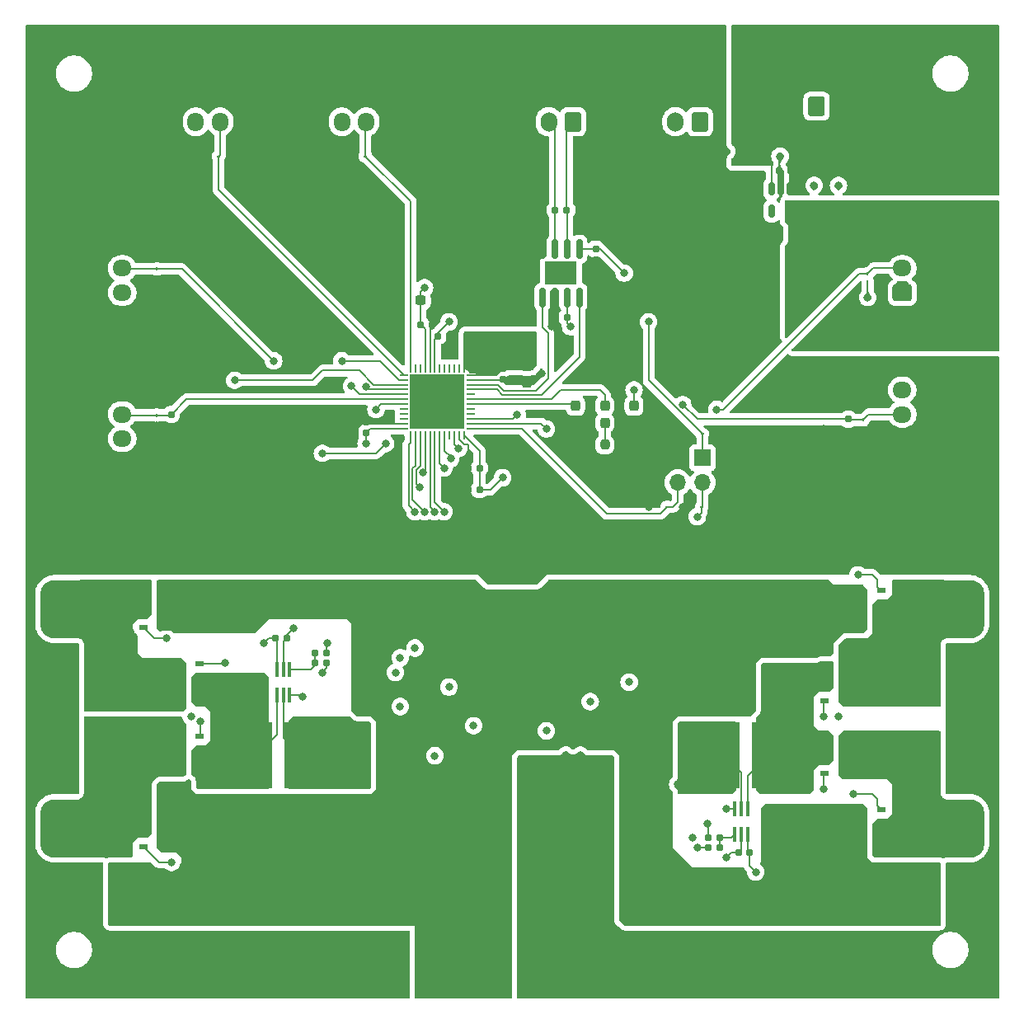
<source format=gbr>
%TF.GenerationSoftware,KiCad,Pcbnew,8.0.3*%
%TF.CreationDate,2024-07-05T23:28:03-07:00*%
%TF.ProjectId,go-kart-esc,676f2d6b-6172-4742-9d65-73632e6b6963,rev?*%
%TF.SameCoordinates,Original*%
%TF.FileFunction,Copper,L1,Top*%
%TF.FilePolarity,Positive*%
%FSLAX46Y46*%
G04 Gerber Fmt 4.6, Leading zero omitted, Abs format (unit mm)*
G04 Created by KiCad (PCBNEW 8.0.3) date 2024-07-05 23:28:03*
%MOMM*%
%LPD*%
G01*
G04 APERTURE LIST*
G04 Aperture macros list*
%AMRoundRect*
0 Rectangle with rounded corners*
0 $1 Rounding radius*
0 $2 $3 $4 $5 $6 $7 $8 $9 X,Y pos of 4 corners*
0 Add a 4 corners polygon primitive as box body*
4,1,4,$2,$3,$4,$5,$6,$7,$8,$9,$2,$3,0*
0 Add four circle primitives for the rounded corners*
1,1,$1+$1,$2,$3*
1,1,$1+$1,$4,$5*
1,1,$1+$1,$6,$7*
1,1,$1+$1,$8,$9*
0 Add four rect primitives between the rounded corners*
20,1,$1+$1,$2,$3,$4,$5,0*
20,1,$1+$1,$4,$5,$6,$7,0*
20,1,$1+$1,$6,$7,$8,$9,0*
20,1,$1+$1,$8,$9,$2,$3,0*%
G04 Aperture macros list end*
%TA.AperFunction,SMDPad,CuDef*%
%ADD10RoundRect,0.150000X-0.150000X0.512500X-0.150000X-0.512500X0.150000X-0.512500X0.150000X0.512500X0*%
%TD*%
%TA.AperFunction,SMDPad,CuDef*%
%ADD11RoundRect,0.237500X-0.300000X-0.237500X0.300000X-0.237500X0.300000X0.237500X-0.300000X0.237500X0*%
%TD*%
%TA.AperFunction,SMDPad,CuDef*%
%ADD12RoundRect,0.160000X0.197500X0.160000X-0.197500X0.160000X-0.197500X-0.160000X0.197500X-0.160000X0*%
%TD*%
%TA.AperFunction,SMDPad,CuDef*%
%ADD13RoundRect,1.500000X-1.500000X-2.500000X1.500000X-2.500000X1.500000X2.500000X-1.500000X2.500000X0*%
%TD*%
%TA.AperFunction,ComponentPad*%
%ADD14R,2.000000X2.000000*%
%TD*%
%TA.AperFunction,ComponentPad*%
%ADD15C,2.000000*%
%TD*%
%TA.AperFunction,ComponentPad*%
%ADD16RoundRect,0.250000X0.725000X-0.600000X0.725000X0.600000X-0.725000X0.600000X-0.725000X-0.600000X0*%
%TD*%
%TA.AperFunction,ComponentPad*%
%ADD17O,1.950000X1.700000*%
%TD*%
%TA.AperFunction,SMDPad,CuDef*%
%ADD18RoundRect,1.500000X2.500000X-1.500000X2.500000X1.500000X-2.500000X1.500000X-2.500000X-1.500000X0*%
%TD*%
%TA.AperFunction,ComponentPad*%
%ADD19R,2.400000X2.400000*%
%TD*%
%TA.AperFunction,ComponentPad*%
%ADD20C,2.400000*%
%TD*%
%TA.AperFunction,SMDPad,CuDef*%
%ADD21RoundRect,0.062500X0.117500X0.062500X-0.117500X0.062500X-0.117500X-0.062500X0.117500X-0.062500X0*%
%TD*%
%TA.AperFunction,SMDPad,CuDef*%
%ADD22R,0.850000X0.500000*%
%TD*%
%TA.AperFunction,SMDPad,CuDef*%
%ADD23R,4.550000X4.410000*%
%TD*%
%TA.AperFunction,SMDPad,CuDef*%
%ADD24RoundRect,0.155000X-0.212500X-0.155000X0.212500X-0.155000X0.212500X0.155000X-0.212500X0.155000X0*%
%TD*%
%TA.AperFunction,SMDPad,CuDef*%
%ADD25RoundRect,0.155000X0.155000X-0.212500X0.155000X0.212500X-0.155000X0.212500X-0.155000X-0.212500X0*%
%TD*%
%TA.AperFunction,SMDPad,CuDef*%
%ADD26RoundRect,1.500000X-2.500000X1.500000X-2.500000X-1.500000X2.500000X-1.500000X2.500000X1.500000X0*%
%TD*%
%TA.AperFunction,SMDPad,CuDef*%
%ADD27R,0.400000X1.500000*%
%TD*%
%TA.AperFunction,SMDPad,CuDef*%
%ADD28RoundRect,0.160000X-0.197500X-0.160000X0.197500X-0.160000X0.197500X0.160000X-0.197500X0.160000X0*%
%TD*%
%TA.AperFunction,ComponentPad*%
%ADD29RoundRect,0.250000X0.600000X0.750000X-0.600000X0.750000X-0.600000X-0.750000X0.600000X-0.750000X0*%
%TD*%
%TA.AperFunction,ComponentPad*%
%ADD30O,1.700000X2.000000*%
%TD*%
%TA.AperFunction,SMDPad,CuDef*%
%ADD31RoundRect,0.155000X-0.155000X0.212500X-0.155000X-0.212500X0.155000X-0.212500X0.155000X0.212500X0*%
%TD*%
%TA.AperFunction,SMDPad,CuDef*%
%ADD32RoundRect,0.062500X-0.062500X0.117500X-0.062500X-0.117500X0.062500X-0.117500X0.062500X0.117500X0*%
%TD*%
%TA.AperFunction,SMDPad,CuDef*%
%ADD33RoundRect,0.155000X0.212500X0.155000X-0.212500X0.155000X-0.212500X-0.155000X0.212500X-0.155000X0*%
%TD*%
%TA.AperFunction,SMDPad,CuDef*%
%ADD34R,3.180000X6.860000*%
%TD*%
%TA.AperFunction,ComponentPad*%
%ADD35RoundRect,0.250000X0.600000X0.725000X-0.600000X0.725000X-0.600000X-0.725000X0.600000X-0.725000X0*%
%TD*%
%TA.AperFunction,ComponentPad*%
%ADD36O,1.700000X1.950000*%
%TD*%
%TA.AperFunction,SMDPad,CuDef*%
%ADD37RoundRect,0.160000X-0.160000X0.197500X-0.160000X-0.197500X0.160000X-0.197500X0.160000X0.197500X0*%
%TD*%
%TA.AperFunction,SMDPad,CuDef*%
%ADD38RoundRect,0.237500X0.237500X-0.287500X0.237500X0.287500X-0.237500X0.287500X-0.237500X-0.287500X0*%
%TD*%
%TA.AperFunction,SMDPad,CuDef*%
%ADD39RoundRect,0.150000X0.150000X-0.825000X0.150000X0.825000X-0.150000X0.825000X-0.150000X-0.825000X0*%
%TD*%
%TA.AperFunction,SMDPad,CuDef*%
%ADD40R,3.300000X2.410000*%
%TD*%
%TA.AperFunction,SMDPad,CuDef*%
%ADD41RoundRect,0.250000X-1.250000X-0.550000X1.250000X-0.550000X1.250000X0.550000X-1.250000X0.550000X0*%
%TD*%
%TA.AperFunction,ComponentPad*%
%ADD42R,1.700000X1.700000*%
%TD*%
%TA.AperFunction,ComponentPad*%
%ADD43O,1.700000X1.700000*%
%TD*%
%TA.AperFunction,SMDPad,CuDef*%
%ADD44RoundRect,0.062500X-0.117500X-0.062500X0.117500X-0.062500X0.117500X0.062500X-0.117500X0.062500X0*%
%TD*%
%TA.AperFunction,SMDPad,CuDef*%
%ADD45RoundRect,0.062500X-0.062500X0.375000X-0.062500X-0.375000X0.062500X-0.375000X0.062500X0.375000X0*%
%TD*%
%TA.AperFunction,SMDPad,CuDef*%
%ADD46RoundRect,0.062500X-0.375000X0.062500X-0.375000X-0.062500X0.375000X-0.062500X0.375000X0.062500X0*%
%TD*%
%TA.AperFunction,SMDPad,CuDef*%
%ADD47R,5.600000X5.600000*%
%TD*%
%TA.AperFunction,ComponentPad*%
%ADD48RoundRect,0.250000X-0.725000X0.600000X-0.725000X-0.600000X0.725000X-0.600000X0.725000X0.600000X0*%
%TD*%
%TA.AperFunction,SMDPad,CuDef*%
%ADD49RoundRect,0.237500X-0.237500X0.300000X-0.237500X-0.300000X0.237500X-0.300000X0.237500X0.300000X0*%
%TD*%
%TA.AperFunction,SMDPad,CuDef*%
%ADD50RoundRect,0.237500X-0.237500X0.250000X-0.237500X-0.250000X0.237500X-0.250000X0.237500X0.250000X0*%
%TD*%
%TA.AperFunction,ViaPad*%
%ADD51C,0.800000*%
%TD*%
%TA.AperFunction,Conductor*%
%ADD52C,0.200000*%
%TD*%
%TA.AperFunction,Conductor*%
%ADD53C,0.700000*%
%TD*%
G04 APERTURE END LIST*
D10*
%TO.P,U801,1,VIN*%
%TO.N,+5V*%
X93517500Y-31862500D03*
%TO.P,U801,2,GND*%
%TO.N,GND*%
X92567500Y-31862500D03*
%TO.P,U801,3,EN*%
%TO.N,+5V*%
X91617500Y-31862500D03*
%TO.P,U801,4,NC*%
%TO.N,unconnected-(U801-NC-Pad4)*%
X91617500Y-34137500D03*
%TO.P,U801,5,VOUT*%
%TO.N,+3V3*%
X93517500Y-34137500D03*
%TD*%
D11*
%TO.P,C405,1*%
%TO.N,+3V3*%
X55600000Y-43300000D03*
%TO.P,C405,2*%
%TO.N,GND*%
X57325000Y-43300000D03*
%TD*%
D12*
%TO.P,R701,1*%
%TO.N,/CAN/CANL*%
X70597500Y-34000000D03*
%TO.P,R701,2*%
%TO.N,/CAN/CANH*%
X69402500Y-34000000D03*
%TD*%
D13*
%TO.P,J102,1,Pin_1*%
%TO.N,GND*%
X71000000Y-109500000D03*
%TD*%
D14*
%TO.P,C602,1*%
%TO.N,+BATT*%
X85000000Y-105000000D03*
D15*
%TO.P,C602,2*%
%TO.N,GND*%
X85000000Y-110000000D03*
%TD*%
D16*
%TO.P,J109,1,Pin_1*%
%TO.N,GND*%
X105050000Y-57500000D03*
D17*
%TO.P,J109,2,Pin_2*%
%TO.N,/STM32F042/MOTOR_TEMP_B*%
X105050000Y-55000000D03*
%TO.P,J109,3,Pin_3*%
%TO.N,+3V3*%
X105050000Y-52500000D03*
%TD*%
D18*
%TO.P,J602,1,Pin_1*%
%TO.N,/DRV8701P-A1/SH1*%
X109500000Y-75000000D03*
%TD*%
D14*
%TO.P,C302,1*%
%TO.N,+BATT*%
X45000000Y-105000000D03*
D15*
%TO.P,C302,2*%
%TO.N,GND*%
X45000000Y-110000000D03*
%TD*%
D19*
%TO.P,C101,1*%
%TO.N,+BATT*%
X65000000Y-77500000D03*
D20*
%TO.P,C101,2*%
%TO.N,GND*%
X65000000Y-70000000D03*
%TD*%
D21*
%TO.P,D117,1,A1*%
%TO.N,GND*%
X83580000Y-64500000D03*
%TO.P,D117,2,A2*%
%TO.N,/STM32F042/SWDIO*%
X84420000Y-64500000D03*
%TD*%
D22*
%TO.P,Q604,1,S*%
%TO.N,/Power-A1/MOTOR_LOW*%
X97100000Y-80595000D03*
%TO.P,Q604,2,S*%
X97100000Y-81865000D03*
%TO.P,Q604,3,S*%
X97100000Y-83135000D03*
%TO.P,Q604,4,G*%
%TO.N,/DRV8701P-A1/GL1*%
X97100000Y-84405000D03*
D23*
%TO.P,Q604,5,D*%
%TO.N,/DRV8701P-A1/SH1*%
X101050000Y-82500000D03*
%TD*%
D24*
%TO.P,C407,1*%
%TO.N,+3V3*%
X55600000Y-45800000D03*
%TO.P,C407,2*%
%TO.N,GND*%
X56735000Y-45800000D03*
%TD*%
D25*
%TO.P,C403,1*%
%TO.N,+3V3*%
X50000000Y-56900000D03*
%TO.P,C403,2*%
%TO.N,GND*%
X50000000Y-55765000D03*
%TD*%
D26*
%TO.P,J301,1,Pin_1*%
%TO.N,/DRV8701P-A/SH2*%
X20500000Y-75000000D03*
%TD*%
D27*
%TO.P,U601,1,REF*%
%TO.N,/Power-A1/VREF*%
X87850000Y-98160000D03*
%TO.P,U601,2,GND*%
%TO.N,GND*%
X88500000Y-98160000D03*
%TO.P,U601,3,V+*%
%TO.N,+3V3*%
X89150000Y-98160000D03*
%TO.P,U601,4,+*%
%TO.N,/Power-A1/MOTOR_LOW*%
X89150000Y-95500000D03*
%TO.P,U601,5,-*%
%TO.N,GND*%
X88500000Y-95500000D03*
%TO.P,U601,6*%
%TO.N,/Power-A1/C*%
X87850000Y-95500000D03*
%TD*%
D28*
%TO.P,R304,1*%
%TO.N,/Power-A/VREF*%
X44752500Y-79500000D03*
%TO.P,R304,2*%
%TO.N,GND*%
X45947500Y-79500000D03*
%TD*%
D29*
%TO.P,J103,1,Pin_1*%
%TO.N,GND*%
X96250000Y-23350000D03*
D30*
%TO.P,J103,2,Pin_2*%
%TO.N,+5V*%
X93750000Y-23350000D03*
%TD*%
D31*
%TO.P,C702,1*%
%TO.N,+3V3*%
X73567500Y-38025000D03*
%TO.P,C702,2*%
%TO.N,GND*%
X73567500Y-39160000D03*
%TD*%
D32*
%TO.P,D110,1,A1*%
%TO.N,GND*%
X28500000Y-40920000D03*
%TO.P,D110,2,A2*%
%TO.N,/STM32F042/WHEEL_ENCODER_A*%
X28500000Y-40080000D03*
%TD*%
D28*
%TO.P,R603,1*%
%TO.N,+3V3*%
X85120129Y-98480348D03*
%TO.P,R603,2*%
%TO.N,/Power-A1/VREF*%
X86315129Y-98480348D03*
%TD*%
D33*
%TO.P,C402,1*%
%TO.N,+3V3*%
X61635000Y-60500000D03*
%TO.P,C402,2*%
%TO.N,GND*%
X60500000Y-60500000D03*
%TD*%
D34*
%TO.P,R301,1*%
%TO.N,GND*%
X43250000Y-90000000D03*
%TO.P,R301,2*%
%TO.N,/Power-A/MOTOR_LOW*%
X38750000Y-90000000D03*
%TD*%
D29*
%TO.P,J104,1,Pin_1*%
%TO.N,/CAN/CANL*%
X71250000Y-24950000D03*
D30*
%TO.P,J104,2,Pin_2*%
%TO.N,/CAN/CANH*%
X68750000Y-24950000D03*
%TD*%
D18*
%TO.P,J601,1,Pin_1*%
%TO.N,/DRV8701P-A1/SH2*%
X109500000Y-97500000D03*
%TD*%
D35*
%TO.P,J111,1,Pin_1*%
%TO.N,GND*%
X52500000Y-24950000D03*
D36*
%TO.P,J111,2,Pin_2*%
%TO.N,/STM32F042/THROTTLE*%
X50000000Y-24950000D03*
%TO.P,J111,3,Pin_3*%
%TO.N,+3V3*%
X47500000Y-24950000D03*
%TD*%
D26*
%TO.P,J302,1,Pin_1*%
%TO.N,/DRV8701P-A/SH1*%
X20500000Y-97500000D03*
%TD*%
D37*
%TO.P,R102,1*%
%TO.N,/STM32F042/MOTOR_TEMP_B*%
X99500000Y-55500000D03*
%TO.P,R102,2*%
%TO.N,GND*%
X99500000Y-56695000D03*
%TD*%
D33*
%TO.P,C408,1*%
%TO.N,+3V3*%
X61635000Y-62750000D03*
%TO.P,C408,2*%
%TO.N,GND*%
X60500000Y-62750000D03*
%TD*%
D34*
%TO.P,R601,1*%
%TO.N,GND*%
X86750000Y-90000000D03*
%TO.P,R601,2*%
%TO.N,/Power-A1/MOTOR_LOW*%
X91250000Y-90000000D03*
%TD*%
D38*
%TO.P,D101,1,K*%
%TO.N,GND*%
X77500000Y-55875000D03*
%TO.P,D101,2,A*%
%TO.N,+3V3*%
X77500000Y-54125000D03*
%TD*%
D39*
%TO.P,U701,1,TXD*%
%TO.N,/CAN/TXD*%
X68095000Y-42975000D03*
%TO.P,U701,2,GND*%
%TO.N,GND*%
X69365000Y-42975000D03*
%TO.P,U701,3,VCC*%
%TO.N,+5V*%
X70635000Y-42975000D03*
%TO.P,U701,4,RXD*%
%TO.N,/CAN/RXD*%
X71905000Y-42975000D03*
%TO.P,U701,5,VIO*%
%TO.N,+3V3*%
X71905000Y-38025000D03*
%TO.P,U701,6,CANL*%
%TO.N,/CAN/CANL*%
X70635000Y-38025000D03*
%TO.P,U701,7,CANH*%
%TO.N,/CAN/CANH*%
X69365000Y-38025000D03*
%TO.P,U701,8,STBY*%
%TO.N,GND*%
X68095000Y-38025000D03*
D40*
%TO.P,U701,9*%
%TO.N,N/C*%
X70000000Y-40500000D03*
%TD*%
D12*
%TO.P,R604,1*%
%TO.N,/Power-A1/VREF*%
X86315129Y-99480348D03*
%TO.P,R604,2*%
%TO.N,GND*%
X85120129Y-99480348D03*
%TD*%
D13*
%TO.P,J101,1,Pin_1*%
%TO.N,+BATT*%
X59000000Y-109500000D03*
%TD*%
D38*
%TO.P,D102,1,K*%
%TO.N,GND*%
X71500000Y-55875000D03*
%TO.P,D102,2,A*%
%TO.N,/STM32F042/LED_GREEN*%
X71500000Y-54125000D03*
%TD*%
D22*
%TO.P,Q603,1,S*%
%TO.N,/DRV8701P-A1/SH1*%
X102900000Y-76905000D03*
%TO.P,Q603,2,S*%
X102900000Y-75635000D03*
%TO.P,Q603,3,S*%
X102900000Y-74365000D03*
%TO.P,Q603,4,G*%
%TO.N,/DRV8701P-A1/GH1*%
X102900000Y-73095000D03*
D23*
%TO.P,Q603,5,D*%
%TO.N,+BATT*%
X98950000Y-75000000D03*
%TD*%
D41*
%TO.P,C506,1*%
%TO.N,+BATT*%
X62800000Y-98500000D03*
%TO.P,C506,2*%
%TO.N,GND*%
X67200000Y-98500000D03*
%TD*%
D22*
%TO.P,Q301,1,S*%
%TO.N,/DRV8701P-A/SH2*%
X27100000Y-73080000D03*
%TO.P,Q301,2,S*%
X27100000Y-74350000D03*
%TO.P,Q301,3,S*%
X27100000Y-75620000D03*
%TO.P,Q301,4,G*%
%TO.N,/DRV8701P-A/GH2*%
X27100000Y-76890000D03*
D23*
%TO.P,Q301,5,D*%
%TO.N,+BATT*%
X31050000Y-74985000D03*
%TD*%
D32*
%TO.P,D108,1,A1*%
%TO.N,GND*%
X101500000Y-41420000D03*
%TO.P,D108,2,A2*%
%TO.N,/STM32F042/WHEEL_ENCODER_B*%
X101500000Y-40580000D03*
%TD*%
D42*
%TO.P,J105,1,Pin_1*%
%TO.N,/STM32F042/nRESET*%
X84540000Y-59460000D03*
D43*
%TO.P,J105,2,Pin_2*%
%TO.N,/STM32F042/SWDIO*%
X84540000Y-62000000D03*
%TO.P,J105,3,Pin_3*%
%TO.N,GND*%
X82000000Y-59460000D03*
%TO.P,J105,4,Pin_4*%
%TO.N,/STM32F042/SWCLK*%
X82000000Y-62000000D03*
%TD*%
D16*
%TO.P,J108,1,Pin_1*%
%TO.N,GND*%
X105050000Y-42500000D03*
D17*
%TO.P,J108,2,Pin_2*%
%TO.N,/STM32F042/WHEEL_ENCODER_B*%
X105050000Y-40000000D03*
%TO.P,J108,3,Pin_3*%
%TO.N,+3V3*%
X105050000Y-37500000D03*
%TD*%
D24*
%TO.P,C401,1*%
%TO.N,/STM32F042/nRESET*%
X57365000Y-47000000D03*
%TO.P,C401,2*%
%TO.N,GND*%
X58500000Y-47000000D03*
%TD*%
D37*
%TO.P,R101,1*%
%TO.N,/STM32F042/MOTOR_TEMP_A*%
X30000000Y-55000000D03*
%TO.P,R101,2*%
%TO.N,GND*%
X30000000Y-56195000D03*
%TD*%
D12*
%TO.P,R303,1*%
%TO.N,+3V3*%
X45947500Y-80500000D03*
%TO.P,R303,2*%
%TO.N,/Power-A/VREF*%
X44752500Y-80500000D03*
%TD*%
D32*
%TO.P,D106,1,A1*%
%TO.N,GND*%
X28500000Y-55920000D03*
%TO.P,D106,2,A2*%
%TO.N,/STM32F042/MOTOR_TEMP_A*%
X28500000Y-55080000D03*
%TD*%
D41*
%TO.P,C206,1*%
%TO.N,+BATT*%
X62800000Y-91000000D03*
%TO.P,C206,2*%
%TO.N,GND*%
X67200000Y-91000000D03*
%TD*%
D29*
%TO.P,J401,1,Pin_1*%
%TO.N,/CAN/CANL*%
X84250000Y-24950000D03*
D30*
%TO.P,J401,2,Pin_2*%
%TO.N,/CAN/CANH*%
X81750000Y-24950000D03*
%TD*%
D22*
%TO.P,Q304,1,S*%
%TO.N,/Power-A/MOTOR_LOW*%
X32900000Y-91890000D03*
%TO.P,Q304,2,S*%
X32900000Y-90620000D03*
%TO.P,Q304,3,S*%
X32900000Y-89350000D03*
%TO.P,Q304,4,G*%
%TO.N,/DRV8701P-A/GL1*%
X32900000Y-88080000D03*
D23*
%TO.P,Q304,5,D*%
%TO.N,/DRV8701P-A/SH1*%
X28950000Y-89985000D03*
%TD*%
D22*
%TO.P,Q602,1,S*%
%TO.N,/Power-A1/MOTOR_LOW*%
X97100000Y-88095000D03*
%TO.P,Q602,2,S*%
X97100000Y-89365000D03*
%TO.P,Q602,3,S*%
X97100000Y-90635000D03*
%TO.P,Q602,4,G*%
%TO.N,/DRV8701P-A1/GL2*%
X97100000Y-91905000D03*
D23*
%TO.P,Q602,5,D*%
%TO.N,/DRV8701P-A1/SH2*%
X101050000Y-90000000D03*
%TD*%
D44*
%TO.P,D116,1,A1*%
%TO.N,GND*%
X85340000Y-57000000D03*
%TO.P,D116,2,A2*%
%TO.N,/STM32F042/nRESET*%
X84500000Y-57000000D03*
%TD*%
D21*
%TO.P,D114,1,A1*%
%TO.N,GND*%
X49080000Y-28500000D03*
%TO.P,D114,2,A2*%
%TO.N,/STM32F042/THROTTLE*%
X49920000Y-28500000D03*
%TD*%
%TO.P,D118,1,A1*%
%TO.N,GND*%
X80080000Y-64500000D03*
%TO.P,D118,2,A2*%
%TO.N,/STM32F042/SWCLK*%
X80920000Y-64500000D03*
%TD*%
D31*
%TO.P,C404,1*%
%TO.N,+3V3*%
X64000000Y-50300000D03*
%TO.P,C404,2*%
%TO.N,GND*%
X64000000Y-51435000D03*
%TD*%
D33*
%TO.P,C801,1*%
%TO.N,+3V3*%
X93635000Y-36000000D03*
%TO.P,C801,2*%
%TO.N,GND*%
X92500000Y-36000000D03*
%TD*%
D14*
%TO.P,C604,1*%
%TO.N,+BATT*%
X30000000Y-105000000D03*
D15*
%TO.P,C604,2*%
%TO.N,GND*%
X30000000Y-110000000D03*
%TD*%
D21*
%TO.P,D112,1,A1*%
%TO.N,GND*%
X34000000Y-28500000D03*
%TO.P,D112,2,A2*%
%TO.N,/STM32F042/BRAKE*%
X34840000Y-28500000D03*
%TD*%
D14*
%TO.P,C304,1*%
%TO.N,+BATT*%
X100000000Y-105000000D03*
D15*
%TO.P,C304,2*%
%TO.N,GND*%
X100000000Y-110000000D03*
%TD*%
D22*
%TO.P,Q601,1,S*%
%TO.N,/DRV8701P-A1/SH2*%
X102900000Y-99405000D03*
%TO.P,Q601,2,S*%
X102900000Y-98135000D03*
%TO.P,Q601,3,S*%
X102900000Y-96865000D03*
%TO.P,Q601,4,G*%
%TO.N,/DRV8701P-A1/GH2*%
X102900000Y-95595000D03*
D23*
%TO.P,Q601,5,D*%
%TO.N,+BATT*%
X98950000Y-97500000D03*
%TD*%
D45*
%TO.P,U401,1,VBAT*%
%TO.N,+3V3*%
X60050000Y-50262500D03*
%TO.P,U401,2,PC13*%
%TO.N,unconnected-(U401-PC13-Pad2)*%
X59550000Y-50262500D03*
%TO.P,U401,3,PC14*%
%TO.N,unconnected-(U401-PC14-Pad3)*%
X59050000Y-50262500D03*
%TO.P,U401,4,PC15*%
%TO.N,unconnected-(U401-PC15-Pad4)*%
X58550000Y-50262500D03*
%TO.P,U401,5,PF0*%
%TO.N,unconnected-(U401-PF0-Pad5)*%
X58050000Y-50262500D03*
%TO.P,U401,6,PF1*%
%TO.N,unconnected-(U401-PF1-Pad6)*%
X57550000Y-50262500D03*
%TO.P,U401,7,NRST*%
%TO.N,/STM32F042/nRESET*%
X57050000Y-50262500D03*
%TO.P,U401,8,VSSA*%
%TO.N,GND*%
X56550000Y-50262500D03*
%TO.P,U401,9,VDDA*%
%TO.N,+3V3*%
X56050000Y-50262500D03*
%TO.P,U401,10,PA0*%
%TO.N,unconnected-(U401-PA0-Pad10)*%
X55550000Y-50262500D03*
%TO.P,U401,11,PA1*%
%TO.N,unconnected-(U401-PA1-Pad11)*%
X55050000Y-50262500D03*
%TO.P,U401,12,PA2*%
%TO.N,/STM32F042/THROTTLE*%
X54550000Y-50262500D03*
D46*
%TO.P,U401,13,PA3*%
%TO.N,/STM32F042/BRAKE*%
X53862500Y-50950000D03*
%TO.P,U401,14,PA4*%
%TO.N,/Power-A/CURR*%
X53862500Y-51450000D03*
%TO.P,U401,15,PA5*%
%TO.N,/Power-A/TEMP*%
X53862500Y-51950000D03*
%TO.P,U401,16,PA6*%
%TO.N,/Power-A1/CURR*%
X53862500Y-52450000D03*
%TO.P,U401,17,PA7*%
%TO.N,/Power-A1/TEMP*%
X53862500Y-52950000D03*
%TO.P,U401,18,PB0*%
%TO.N,/STM32F042/MOTOR_TEMP_A*%
X53862500Y-53450000D03*
%TO.P,U401,19,PB1*%
%TO.N,/STM32F042/MOTOR_TEMP_B*%
X53862500Y-53950000D03*
%TO.P,U401,20,PB2*%
%TO.N,unconnected-(U401-PB2-Pad20)*%
X53862500Y-54450000D03*
%TO.P,U401,21,PB10*%
%TO.N,unconnected-(U401-PB10-Pad21)*%
X53862500Y-54950000D03*
%TO.P,U401,22,PB11*%
%TO.N,unconnected-(U401-PB11-Pad22)*%
X53862500Y-55450000D03*
%TO.P,U401,23,VSS*%
%TO.N,GND*%
X53862500Y-55950000D03*
%TO.P,U401,24,VDD*%
%TO.N,+3V3*%
X53862500Y-56450000D03*
D45*
%TO.P,U401,25,PB12*%
%TO.N,/DRV8701P-A/nFAULT*%
X54550000Y-57137500D03*
%TO.P,U401,26,PB13*%
%TO.N,/DRV8701P-A/nSLEEP*%
X55050000Y-57137500D03*
%TO.P,U401,27,PB14*%
%TO.N,/DRV8701P-A1/nFAULT*%
X55550000Y-57137500D03*
%TO.P,U401,28,PB15*%
%TO.N,/DRV8701P-A1/nSLEEP*%
X56050000Y-57137500D03*
%TO.P,U401,29,PA8*%
%TO.N,/DRV8701P-A/IN2*%
X56550000Y-57137500D03*
%TO.P,U401,30,PA9*%
%TO.N,/DRV8701P-A/IN1*%
X57050000Y-57137500D03*
%TO.P,U401,31,PA10*%
%TO.N,/DRV8701P-A1/IN2*%
X57550000Y-57137500D03*
%TO.P,U401,32,PA11*%
%TO.N,/DRV8701P-A1/IN1*%
X58050000Y-57137500D03*
%TO.P,U401,33,PA12*%
%TO.N,unconnected-(U401-PA12-Pad33)*%
X58550000Y-57137500D03*
%TO.P,U401,34,PA13*%
%TO.N,/STM32F042/SWDIO*%
X59050000Y-57137500D03*
%TO.P,U401,35,VSS*%
%TO.N,GND*%
X59550000Y-57137500D03*
%TO.P,U401,36,VDDIO2*%
%TO.N,+3V3*%
X60050000Y-57137500D03*
D46*
%TO.P,U401,37,PA14*%
%TO.N,/STM32F042/SWCLK*%
X60737500Y-56450000D03*
%TO.P,U401,38,PA15*%
%TO.N,/STM32F042/WHEEL_ENCODER_B*%
X60737500Y-55950000D03*
%TO.P,U401,39,PB3*%
%TO.N,/STM32F042/WHEEL_ENCODER_A*%
X60737500Y-55450000D03*
%TO.P,U401,40,PB4*%
%TO.N,unconnected-(U401-PB4-Pad40)*%
X60737500Y-54950000D03*
%TO.P,U401,41,PB5*%
%TO.N,unconnected-(U401-PB5-Pad41)*%
X60737500Y-54450000D03*
%TO.P,U401,42,PB6*%
%TO.N,/STM32F042/LED_GREEN*%
X60737500Y-53950000D03*
%TO.P,U401,43,PB7*%
%TO.N,/STM32F042/LED_RED*%
X60737500Y-53450000D03*
%TO.P,U401,44,PF11*%
%TO.N,unconnected-(U401-PF11-Pad44)*%
X60737500Y-52950000D03*
%TO.P,U401,45,PB8*%
%TO.N,/CAN/RXD*%
X60737500Y-52450000D03*
%TO.P,U401,46,PB9*%
%TO.N,/CAN/TXD*%
X60737500Y-51950000D03*
%TO.P,U401,47,VSS*%
%TO.N,GND*%
X60737500Y-51450000D03*
%TO.P,U401,48,VDD*%
%TO.N,+3V3*%
X60737500Y-50950000D03*
D47*
%TO.P,U401,49,VSS*%
%TO.N,GND*%
X57300000Y-53700000D03*
%TD*%
D32*
%TO.P,D104,1,A1*%
%TO.N,GND*%
X101000000Y-56420000D03*
%TO.P,D104,2,A2*%
%TO.N,/STM32F042/MOTOR_TEMP_B*%
X101000000Y-55580000D03*
%TD*%
D33*
%TO.P,C802,1*%
%TO.N,+5V*%
X93567500Y-30000000D03*
%TO.P,C802,2*%
%TO.N,GND*%
X92432500Y-30000000D03*
%TD*%
D27*
%TO.P,U301,1,REF*%
%TO.N,/Power-A/VREF*%
X42150000Y-81170000D03*
%TO.P,U301,2,GND*%
%TO.N,GND*%
X41500000Y-81170000D03*
%TO.P,U301,3,V+*%
%TO.N,+3V3*%
X40850000Y-81170000D03*
%TO.P,U301,4,+*%
%TO.N,/Power-A/MOTOR_LOW*%
X40850000Y-83830000D03*
%TO.P,U301,5,-*%
%TO.N,GND*%
X41500000Y-83830000D03*
%TO.P,U301,6*%
%TO.N,/Power-A/C*%
X42150000Y-83830000D03*
%TD*%
D22*
%TO.P,Q302,1,S*%
%TO.N,/Power-A/MOTOR_LOW*%
X32900000Y-84390000D03*
%TO.P,Q302,2,S*%
X32900000Y-83120000D03*
%TO.P,Q302,3,S*%
X32900000Y-81850000D03*
%TO.P,Q302,4,G*%
%TO.N,/DRV8701P-A/GL2*%
X32900000Y-80580000D03*
D23*
%TO.P,Q302,5,D*%
%TO.N,/DRV8701P-A/SH2*%
X28950000Y-82485000D03*
%TD*%
D38*
%TO.P,D103,1,K*%
%TO.N,Net-(D103-K)*%
X74500000Y-55875000D03*
%TO.P,D103,2,A*%
%TO.N,/STM32F042/LED_RED*%
X74500000Y-54125000D03*
%TD*%
D48*
%TO.P,J106,1,Pin_1*%
%TO.N,GND*%
X24950000Y-52500000D03*
D17*
%TO.P,J106,2,Pin_2*%
%TO.N,/STM32F042/MOTOR_TEMP_A*%
X24950000Y-55000000D03*
%TO.P,J106,3,Pin_3*%
%TO.N,+3V3*%
X24950000Y-57500000D03*
%TD*%
D49*
%TO.P,C406,1*%
%TO.N,+3V3*%
X66500000Y-50005000D03*
%TO.P,C406,2*%
%TO.N,GND*%
X66500000Y-51730000D03*
%TD*%
D50*
%TO.P,R103,1*%
%TO.N,Net-(D103-K)*%
X74500000Y-58125000D03*
%TO.P,R103,2*%
%TO.N,GND*%
X74500000Y-59950000D03*
%TD*%
D24*
%TO.P,C301,1*%
%TO.N,+3V3*%
X40715000Y-78000000D03*
%TO.P,C301,2*%
%TO.N,GND*%
X41850000Y-78000000D03*
%TD*%
D22*
%TO.P,Q303,1,S*%
%TO.N,/DRV8701P-A/SH1*%
X27100000Y-95595000D03*
%TO.P,Q303,2,S*%
X27100000Y-96865000D03*
%TO.P,Q303,3,S*%
X27100000Y-98135000D03*
%TO.P,Q303,4,G*%
%TO.N,/DRV8701P-A/GH1*%
X27100000Y-99405000D03*
D23*
%TO.P,Q303,5,D*%
%TO.N,+BATT*%
X31050000Y-97500000D03*
%TD*%
D35*
%TO.P,J112,1,Pin_1*%
%TO.N,GND*%
X37500000Y-24950000D03*
D36*
%TO.P,J112,2,Pin_2*%
%TO.N,/STM32F042/BRAKE*%
X35000000Y-24950000D03*
%TO.P,J112,3,Pin_3*%
%TO.N,+3V3*%
X32500000Y-24950000D03*
%TD*%
D33*
%TO.P,C701,1*%
%TO.N,+5V*%
X70635000Y-45025000D03*
%TO.P,C701,2*%
%TO.N,GND*%
X69500000Y-45025000D03*
%TD*%
%TO.P,C601,1*%
%TO.N,+3V3*%
X89382629Y-99980348D03*
%TO.P,C601,2*%
%TO.N,GND*%
X88247629Y-99980348D03*
%TD*%
D48*
%TO.P,J107,1,Pin_1*%
%TO.N,GND*%
X24950000Y-37500000D03*
D17*
%TO.P,J107,2,Pin_2*%
%TO.N,/STM32F042/WHEEL_ENCODER_A*%
X24950000Y-40000000D03*
%TO.P,J107,3,Pin_3*%
%TO.N,+3V3*%
X24950000Y-42500000D03*
%TD*%
D51*
%TO.N,GND*%
X88000000Y-57500000D03*
X40000000Y-111000000D03*
X37000000Y-32500000D03*
X79000000Y-69500000D03*
X94500000Y-63000000D03*
X46000000Y-78500000D03*
X92500000Y-54000000D03*
X98500000Y-66000000D03*
X37500000Y-41000000D03*
X44000000Y-48000000D03*
X32000000Y-113000000D03*
X25500000Y-60500000D03*
X53000000Y-47500000D03*
X36500000Y-110000000D03*
X61027464Y-86972536D03*
X82500000Y-87000000D03*
X90000000Y-30500000D03*
X47000000Y-89500000D03*
X73500000Y-47500000D03*
X104000000Y-112500000D03*
X36000000Y-27000000D03*
X23000000Y-68000000D03*
X84000000Y-99500000D03*
X38500000Y-30500000D03*
X72000000Y-28000000D03*
X27000000Y-109500000D03*
X113000000Y-103000000D03*
X41500000Y-36000000D03*
X88188689Y-69170815D03*
X45000000Y-39500000D03*
X101500000Y-43000000D03*
X65500000Y-38000000D03*
X70000000Y-48500000D03*
X86500000Y-57000000D03*
X77500000Y-60500000D03*
X99500000Y-58000000D03*
X29500000Y-57500000D03*
X51500000Y-45500000D03*
X74500000Y-35000000D03*
X84000000Y-87500000D03*
X73000000Y-30500000D03*
X60000000Y-43500000D03*
X43500000Y-38000000D03*
X32500000Y-28500000D03*
X36500000Y-30000000D03*
X90500000Y-53000000D03*
X27500000Y-113000000D03*
X46500000Y-87000000D03*
X70500000Y-67500000D03*
X29500000Y-63500000D03*
X82500000Y-64500000D03*
X45500000Y-91000000D03*
X58000000Y-42000000D03*
X74102823Y-100761944D03*
X65500000Y-43500000D03*
X92000000Y-37500000D03*
X51500000Y-112000000D03*
X97000000Y-56500000D03*
X52500000Y-28500000D03*
X100000000Y-63500000D03*
X35000000Y-37500000D03*
X46500000Y-41000000D03*
X37500000Y-113000000D03*
X28500000Y-42000000D03*
X52500000Y-110000000D03*
X24000000Y-30000000D03*
X54000000Y-30000000D03*
X43500000Y-63000000D03*
X95000000Y-53500000D03*
X113000000Y-107500000D03*
X72500000Y-32500000D03*
X51000000Y-32000000D03*
X66500000Y-111500000D03*
X87500000Y-51500000D03*
X96000000Y-31500000D03*
X113000000Y-69000000D03*
X21000000Y-32500000D03*
X62500000Y-44000000D03*
X18500000Y-105500000D03*
X42500000Y-77000000D03*
X77000000Y-82500000D03*
X100500000Y-53500000D03*
X74000000Y-41000000D03*
X70887571Y-93412796D03*
X39500000Y-34500000D03*
X77000000Y-49000000D03*
X94500000Y-58500000D03*
X68500000Y-102500000D03*
X82500000Y-91000000D03*
X92500000Y-28500000D03*
X30500000Y-28500000D03*
X80500000Y-48500000D03*
X53000000Y-34000000D03*
X59135000Y-61250000D03*
X33500000Y-49500000D03*
X50000000Y-89500000D03*
X58500000Y-83000000D03*
X48000000Y-88000000D03*
X46000000Y-88500000D03*
X18500000Y-69500000D03*
X97000000Y-60500000D03*
X38000000Y-49500000D03*
X102500000Y-64500000D03*
X72500000Y-103500000D03*
X33500000Y-37500000D03*
X68000000Y-31000000D03*
X100500000Y-69000000D03*
X62000000Y-67500000D03*
X48500000Y-110500000D03*
X91000000Y-112000000D03*
X98089625Y-68813565D03*
X98500000Y-31500000D03*
X21500000Y-104500000D03*
X52500000Y-68000000D03*
X56000000Y-38000000D03*
X69000000Y-46000000D03*
X89500000Y-57500000D03*
X71000000Y-59500000D03*
X53500000Y-85000000D03*
X92000000Y-60000000D03*
X34500000Y-55500000D03*
X49500000Y-87000000D03*
X53000000Y-38500000D03*
X94500000Y-50000000D03*
X109500000Y-65000000D03*
X79000000Y-64500000D03*
X87000000Y-100500000D03*
X43000000Y-49500000D03*
X84500000Y-54000000D03*
X16500000Y-92000000D03*
X107735381Y-69630137D03*
X56000000Y-34000000D03*
X48699500Y-55000000D03*
X84500000Y-93000000D03*
X67500000Y-28000000D03*
X66000000Y-34500000D03*
X53000000Y-36500000D03*
X19000000Y-90000000D03*
X53500000Y-80000000D03*
X75000000Y-90500000D03*
X87000000Y-28000000D03*
X19000000Y-84500000D03*
X57055282Y-90055282D03*
X36500000Y-38500000D03*
X55500000Y-53000000D03*
X73000000Y-84500000D03*
X43000000Y-68500000D03*
X90500000Y-48000000D03*
X47000000Y-47500000D03*
X103000000Y-69000000D03*
X66000000Y-40500000D03*
X51000000Y-40500000D03*
X77500000Y-57500000D03*
X97500000Y-54000000D03*
X53000000Y-41000000D03*
X55500000Y-32000000D03*
X75500000Y-62500000D03*
X82500000Y-112000000D03*
X58500000Y-53000000D03*
X42000000Y-45500000D03*
X27000000Y-70000000D03*
X32500000Y-20500000D03*
X71500000Y-57500000D03*
X48000000Y-43500000D03*
X48000000Y-28500000D03*
X22500000Y-65000000D03*
X37500000Y-69500000D03*
X71000000Y-97500000D03*
X84000000Y-69500000D03*
X72000000Y-90000000D03*
X81000000Y-58000000D03*
X53000000Y-81500000D03*
X83500000Y-98500000D03*
X76500000Y-43000000D03*
X67000000Y-106500000D03*
X32500000Y-33500000D03*
X33000000Y-69500000D03*
X74500000Y-61500000D03*
X93000000Y-57000000D03*
X76000000Y-38000000D03*
X93394336Y-69119779D03*
X48000000Y-90500000D03*
X76705646Y-109846307D03*
X59500000Y-70500000D03*
X112992063Y-85400183D03*
X53000000Y-43500000D03*
X73500000Y-93500000D03*
X44000000Y-70500000D03*
X30000000Y-67500000D03*
X17000000Y-87000000D03*
X70500000Y-90000000D03*
X17500000Y-101500000D03*
X67500000Y-36000000D03*
X45063481Y-112806380D03*
X37000000Y-60000000D03*
X112787920Y-90656865D03*
X82000000Y-93000000D03*
X43500000Y-56500000D03*
X28500000Y-57000000D03*
X49000000Y-67500000D03*
X55000000Y-70000000D03*
X41000000Y-67500000D03*
X59000000Y-62699500D03*
X29500000Y-52000000D03*
X35500000Y-63500000D03*
X32000000Y-31000000D03*
X50500000Y-69500000D03*
X26500000Y-33500000D03*
X74500000Y-42000000D03*
X78000000Y-62500000D03*
X25000000Y-110500000D03*
X68000000Y-50767657D03*
X83500000Y-92000000D03*
X112532742Y-80143501D03*
X27000000Y-58500000D03*
X103000000Y-53500000D03*
X77471182Y-111326344D03*
X101000000Y-57500000D03*
X18000000Y-92000000D03*
%TO.N,+3V3*%
X98000000Y-41500000D03*
X93500000Y-46000000D03*
X76500000Y-40500000D03*
X95500000Y-43500000D03*
X63500000Y-47500000D03*
X64000000Y-61500000D03*
X65500000Y-49000000D03*
X96500000Y-46500000D03*
X65500000Y-47000000D03*
X95500000Y-40000000D03*
X90000000Y-102000000D03*
X100000000Y-43000000D03*
X61500000Y-49000000D03*
X45500000Y-81500000D03*
X98500000Y-86000000D03*
X94500000Y-37000000D03*
X77500000Y-52500000D03*
X98500000Y-44500000D03*
X50000000Y-58000000D03*
X63500000Y-49000000D03*
X85000000Y-97000000D03*
X95000000Y-48000000D03*
X61500000Y-47500000D03*
X99500000Y-39500000D03*
X32000000Y-86000000D03*
X56000000Y-42000000D03*
X100500000Y-47500000D03*
X97500000Y-36500000D03*
X39500000Y-78500000D03*
%TO.N,/STM32F042/MOTOR_TEMP_B*%
X82500000Y-54000000D03*
X51000000Y-54500000D03*
%TO.N,/STM32F042/WHEEL_ENCODER_A*%
X52000000Y-58000000D03*
X40500000Y-49500000D03*
X65500000Y-55000000D03*
X45500000Y-59000000D03*
%TO.N,/STM32F042/WHEEL_ENCODER_B*%
X68500000Y-56500000D03*
X86000000Y-54500000D03*
%TO.N,/DRV8701P-A/GH1*%
X30000000Y-101000000D03*
%TO.N,/DRV8701P-A/SH1*%
X26500000Y-93500000D03*
%TO.N,/DRV8701P-A/GL1*%
X33000000Y-86500000D03*
%TO.N,/DRV8701P-A/GH2*%
X29500000Y-78000000D03*
%TO.N,/DRV8701P-A/SH2*%
X25000000Y-79000000D03*
%TO.N,/DRV8701P-A/GL2*%
X35500000Y-80500000D03*
%TO.N,/DRV8701P-A1/GH1*%
X100500000Y-71500000D03*
%TO.N,/DRV8701P-A1/SH1*%
X100500000Y-79000000D03*
%TO.N,/DRV8701P-A1/GL1*%
X97000000Y-86000000D03*
%TO.N,/DRV8701P-A1/GH2*%
X100000000Y-94000000D03*
%TO.N,/DRV8701P-A1/SH2*%
X105500000Y-93000000D03*
%TO.N,/DRV8701P-A1/GL2*%
X97000000Y-93500000D03*
%TO.N,/Power-A/CURR*%
X47500000Y-49500000D03*
%TO.N,/Power-A/TEMP*%
X36500000Y-51500000D03*
%TO.N,/Power-A1/CURR*%
X50000000Y-52166657D03*
%TO.N,/Power-A1/TEMP*%
X48500000Y-52100500D03*
%TO.N,/DRV8701P-A1/nFAULT*%
X55500000Y-62500000D03*
%TO.N,/DRV8701P-A1/nSLEEP*%
X55850500Y-61000000D03*
%TO.N,/DRV8701P-A/nFAULT*%
X55000000Y-65000000D03*
%TO.N,/DRV8701P-A/nSLEEP*%
X56000000Y-65000000D03*
%TO.N,/DRV8701P-A1/IN1*%
X58672791Y-59561504D03*
%TO.N,/DRV8701P-A1/IN2*%
X58000000Y-60500000D03*
%TO.N,/DRV8701P-A/IN1*%
X58000000Y-65000000D03*
%TO.N,/DRV8701P-A/IN2*%
X57000000Y-65000000D03*
%TO.N,/Power-A/C*%
X43500000Y-84000000D03*
%TO.N,/Power-A1/C*%
X87000000Y-95500000D03*
%TO.N,+5V*%
X105000000Y-23500000D03*
X71000000Y-46000000D03*
X89000000Y-24500000D03*
X101500000Y-29500000D03*
X95000000Y-28000000D03*
X105000000Y-27500000D03*
X91000000Y-28500000D03*
X89500000Y-27500000D03*
X97500000Y-29000000D03*
%TO.N,+BATT*%
X80500000Y-90000000D03*
X53000000Y-91000000D03*
%TO.N,/STM32F042/SWDIO*%
X84000000Y-65500000D03*
X59486551Y-58513449D03*
%TO.N,/STM32F042/nRESET*%
X79000000Y-45500000D03*
X58500000Y-45500000D03*
%TO.N,Net-(U201-DVDD)*%
X55000000Y-79000000D03*
%TO.N,Net-(U501-DVDD)*%
X68500000Y-87500000D03*
%TD*%
D52*
%TO.N,GND*%
X69500000Y-45500000D02*
X69000000Y-46000000D01*
D53*
X92432500Y-30000000D02*
X92567500Y-30135000D01*
D52*
X88500000Y-91750000D02*
X88500000Y-95500000D01*
X64000000Y-51435000D02*
X66205000Y-51435000D01*
X88247629Y-99980348D02*
X87519652Y-99980348D01*
D53*
X92567500Y-30135000D02*
X92567500Y-31862500D01*
D52*
X74500000Y-59950000D02*
X74500000Y-61500000D01*
X99500000Y-56695000D02*
X99500000Y-58000000D01*
X69500000Y-45025000D02*
X69500000Y-45500000D01*
X60500000Y-58153186D02*
X60423407Y-58076593D01*
X57325000Y-42675000D02*
X58000000Y-42000000D01*
X85120129Y-99480348D02*
X84019652Y-99480348D01*
D53*
X92500000Y-37000000D02*
X92000000Y-37500000D01*
D52*
X69500000Y-43110000D02*
X69365000Y-42975000D01*
X66500000Y-51730000D02*
X67037657Y-51730000D01*
X56735000Y-43890000D02*
X57325000Y-43300000D01*
X80080000Y-64500000D02*
X79000000Y-64500000D01*
X60423407Y-58076593D02*
X60038939Y-58076593D01*
X30000000Y-56195000D02*
X30000000Y-57000000D01*
X83580000Y-64500000D02*
X82500000Y-64500000D01*
X49464500Y-55765000D02*
X48699500Y-55000000D01*
X30000000Y-57000000D02*
X29500000Y-57500000D01*
X41500000Y-83830000D02*
X41500000Y-88250000D01*
X60500000Y-60500000D02*
X60500000Y-58153186D01*
X59885000Y-60500000D02*
X59135000Y-61250000D01*
X56735000Y-45800000D02*
X56735000Y-43890000D01*
D53*
X92500000Y-36000000D02*
X92500000Y-37000000D01*
D52*
X57325000Y-43300000D02*
X57325000Y-42675000D01*
X41500000Y-88250000D02*
X43250000Y-90000000D01*
X92432500Y-28567500D02*
X92500000Y-28500000D01*
X68095000Y-38025000D02*
X68095000Y-36595000D01*
X50000000Y-55765000D02*
X50185000Y-55950000D01*
X41500000Y-78350000D02*
X41500000Y-81170000D01*
X28500000Y-40920000D02*
X28500000Y-42000000D01*
X49080000Y-28500000D02*
X48000000Y-28500000D01*
X68095000Y-36595000D02*
X67500000Y-36000000D01*
X63985000Y-51450000D02*
X64000000Y-51435000D01*
X88500000Y-98160000D02*
X88500000Y-99727977D01*
X41850000Y-77650000D02*
X42500000Y-77000000D01*
X87519652Y-99980348D02*
X87000000Y-100500000D01*
X101000000Y-56420000D02*
X101000000Y-57500000D01*
X67037657Y-51730000D02*
X68000000Y-50767657D01*
X85340000Y-57000000D02*
X86500000Y-57000000D01*
X86750000Y-90000000D02*
X88500000Y-91750000D01*
X50000000Y-55765000D02*
X49464500Y-55765000D01*
X41850000Y-78000000D02*
X41850000Y-77650000D01*
X66205000Y-51435000D02*
X66500000Y-51730000D01*
X50185000Y-55950000D02*
X53862500Y-55950000D01*
X28500000Y-55920000D02*
X28500000Y-57000000D01*
X77500000Y-55875000D02*
X77500000Y-57500000D01*
X34000000Y-28500000D02*
X32500000Y-28500000D01*
X56550000Y-45985000D02*
X56735000Y-45800000D01*
X41850000Y-78000000D02*
X41500000Y-78350000D01*
X56550000Y-50262500D02*
X56550000Y-45985000D01*
X59550000Y-57587654D02*
X59550000Y-57137500D01*
X88500000Y-99727977D02*
X88247629Y-99980348D01*
X84019652Y-99480348D02*
X84000000Y-99500000D01*
X92432500Y-30000000D02*
X92432500Y-28567500D01*
X60500000Y-60500000D02*
X59885000Y-60500000D01*
X101500000Y-41420000D02*
X101500000Y-43000000D01*
X69500000Y-45025000D02*
X69500000Y-43110000D01*
X45947500Y-79500000D02*
X45947500Y-78552500D01*
X60038939Y-58076593D02*
X59550000Y-57587654D01*
X73567500Y-39160000D02*
X73567500Y-40567500D01*
X73567500Y-40567500D02*
X74000000Y-41000000D01*
X60500000Y-60500000D02*
X60500000Y-62750000D01*
X59050500Y-62750000D02*
X59000000Y-62699500D01*
X71500000Y-55875000D02*
X71500000Y-57500000D01*
X60737500Y-51450000D02*
X63985000Y-51450000D01*
X60500000Y-62750000D02*
X59050500Y-62750000D01*
X45947500Y-78552500D02*
X46000000Y-78500000D01*
%TO.N,/STM32F042/BRAKE*%
X35000000Y-28340000D02*
X35000000Y-24950000D01*
X53862500Y-50950000D02*
X34840000Y-31927500D01*
X34840000Y-28500000D02*
X35000000Y-28340000D01*
X34840000Y-31927500D02*
X34840000Y-28500000D01*
%TO.N,+3V3*%
X90000000Y-102000000D02*
X89382629Y-101382629D01*
X77500000Y-54125000D02*
X77500000Y-52500000D01*
X74025000Y-38025000D02*
X76500000Y-40500000D01*
X55600000Y-43300000D02*
X55600000Y-42400000D01*
X64000000Y-50300000D02*
X66205000Y-50300000D01*
X60737500Y-50950000D02*
X63350000Y-50950000D01*
X62750000Y-62750000D02*
X64000000Y-61500000D01*
X85120129Y-97120129D02*
X85000000Y-97000000D01*
X61635000Y-58722500D02*
X61635000Y-60500000D01*
X89382629Y-101382629D02*
X89382629Y-99980348D01*
X55600000Y-45800000D02*
X56050000Y-46250000D01*
X85120129Y-98480348D02*
X85120129Y-97120129D01*
X40000000Y-78000000D02*
X39500000Y-78500000D01*
X53862500Y-56450000D02*
X50450000Y-56450000D01*
X61635000Y-62750000D02*
X62750000Y-62750000D01*
X45947500Y-81052500D02*
X45500000Y-81500000D01*
X89150000Y-98160000D02*
X89150000Y-99747719D01*
X40715000Y-78000000D02*
X40000000Y-78000000D01*
X50450000Y-56450000D02*
X50000000Y-56900000D01*
X60050000Y-57137500D02*
X61635000Y-58722500D01*
X89150000Y-99747719D02*
X89382629Y-99980348D01*
X61635000Y-62750000D02*
X61635000Y-60500000D01*
X60050000Y-49450000D02*
X60500000Y-49000000D01*
X55600000Y-45800000D02*
X55600000Y-43300000D01*
X40850000Y-81170000D02*
X40850000Y-78135000D01*
X66205000Y-50300000D02*
X66500000Y-50005000D01*
X93635000Y-36000000D02*
X93635000Y-36135000D01*
X60050000Y-50262500D02*
X60050000Y-49450000D01*
X50000000Y-56900000D02*
X50000000Y-58000000D01*
X40850000Y-78135000D02*
X40715000Y-78000000D01*
X45947500Y-80500000D02*
X45947500Y-81052500D01*
X56050000Y-46250000D02*
X56050000Y-50262500D01*
X63350000Y-50950000D02*
X64000000Y-50300000D01*
X71905000Y-38025000D02*
X74025000Y-38025000D01*
X93635000Y-36135000D02*
X94500000Y-37000000D01*
X55600000Y-42400000D02*
X56000000Y-42000000D01*
%TO.N,/STM32F042/THROTTLE*%
X54550000Y-33130000D02*
X49920000Y-28500000D01*
X50000000Y-28420000D02*
X49920000Y-28500000D01*
X54550000Y-50262500D02*
X54550000Y-33130000D01*
X49920000Y-25030000D02*
X50000000Y-24950000D01*
X49920000Y-28500000D02*
X49920000Y-25030000D01*
%TO.N,/STM32F042/MOTOR_TEMP_A*%
X25030000Y-55080000D02*
X24950000Y-55000000D01*
X31550000Y-53450000D02*
X30000000Y-55000000D01*
X28500000Y-55080000D02*
X25030000Y-55080000D01*
X53862500Y-53450000D02*
X31550000Y-53450000D01*
X28500000Y-55080000D02*
X29920000Y-55080000D01*
X29920000Y-55080000D02*
X30000000Y-55000000D01*
X28420000Y-55000000D02*
X28500000Y-55080000D01*
%TO.N,/STM32F042/MOTOR_TEMP_B*%
X53862500Y-53950000D02*
X51550000Y-53950000D01*
X105550000Y-55000000D02*
X101580000Y-55000000D01*
X101000000Y-55580000D02*
X99580000Y-55580000D01*
X101580000Y-55000000D02*
X101000000Y-55580000D01*
X84000000Y-55500000D02*
X99500000Y-55500000D01*
X82500000Y-54000000D02*
X84000000Y-55500000D01*
X51550000Y-53950000D02*
X51000000Y-54500000D01*
X99580000Y-55580000D02*
X99500000Y-55500000D01*
%TO.N,/STM32F042/WHEEL_ENCODER_A*%
X25030000Y-40080000D02*
X24950000Y-40000000D01*
X60737500Y-55450000D02*
X65050000Y-55450000D01*
X31080000Y-40080000D02*
X40500000Y-49500000D01*
X65050000Y-55450000D02*
X65500000Y-55000000D01*
X45500000Y-59000000D02*
X51000000Y-59000000D01*
X28500000Y-40080000D02*
X25030000Y-40080000D01*
X51000000Y-59000000D02*
X52000000Y-58000000D01*
X28420000Y-40000000D02*
X28500000Y-40080000D01*
X28500000Y-40080000D02*
X31080000Y-40080000D01*
%TO.N,/STM32F042/WHEEL_ENCODER_B*%
X100580000Y-40580000D02*
X101500000Y-40580000D01*
X67950000Y-55950000D02*
X68500000Y-56500000D01*
X102080000Y-40000000D02*
X101500000Y-40580000D01*
X102080000Y-40000000D02*
X105050000Y-40000000D01*
X100580000Y-40580000D02*
X86660000Y-54500000D01*
X86660000Y-54500000D02*
X86000000Y-54500000D01*
X60737500Y-55950000D02*
X67950000Y-55950000D01*
%TO.N,/DRV8701P-A/GH1*%
X30000000Y-101000000D02*
X28695000Y-101000000D01*
X28695000Y-101000000D02*
X27100000Y-99405000D01*
%TO.N,/DRV8701P-A/GL1*%
X33000000Y-86500000D02*
X33000000Y-87980000D01*
X33000000Y-87980000D02*
X32900000Y-88080000D01*
%TO.N,/Power-A/MOTOR_LOW*%
X40850000Y-87900000D02*
X38750000Y-90000000D01*
X40850000Y-83830000D02*
X40850000Y-87900000D01*
%TO.N,/DRV8701P-A/GH2*%
X28210000Y-78000000D02*
X27100000Y-76890000D01*
X29500000Y-78000000D02*
X28210000Y-78000000D01*
%TO.N,/DRV8701P-A/GL2*%
X35500000Y-80500000D02*
X35420000Y-80580000D01*
X35420000Y-80580000D02*
X32900000Y-80580000D01*
%TO.N,/DRV8701P-A1/GH1*%
X102500000Y-72695000D02*
X102900000Y-73095000D01*
X100500000Y-71500000D02*
X102000000Y-71500000D01*
X102000000Y-71500000D02*
X102500000Y-72000000D01*
X102500000Y-72000000D02*
X102500000Y-72695000D01*
%TO.N,/DRV8701P-A1/GL1*%
X97000000Y-84505000D02*
X97100000Y-84405000D01*
X97000000Y-86000000D02*
X97000000Y-84505000D01*
%TO.N,/Power-A1/MOTOR_LOW*%
X91250000Y-90000000D02*
X89150000Y-92100000D01*
X89150000Y-92100000D02*
X89150000Y-95500000D01*
%TO.N,/DRV8701P-A1/GH2*%
X100000000Y-94000000D02*
X102000000Y-94000000D01*
X102500000Y-95195000D02*
X102900000Y-95595000D01*
X102500000Y-94500000D02*
X102500000Y-95195000D01*
X102000000Y-94000000D02*
X102500000Y-94500000D01*
%TO.N,/DRV8701P-A1/GL2*%
X97000000Y-92005000D02*
X97100000Y-91905000D01*
X97000000Y-93500000D02*
X97000000Y-92005000D01*
%TO.N,/Power-A/CURR*%
X53412346Y-51450000D02*
X51462346Y-49500000D01*
X51462346Y-49500000D02*
X47500000Y-49500000D01*
X53862500Y-51450000D02*
X53412346Y-51450000D01*
%TO.N,/Power-A/TEMP*%
X53862500Y-51950000D02*
X50773293Y-51950000D01*
X49323293Y-50500000D02*
X45500000Y-50500000D01*
X44500000Y-51500000D02*
X36500000Y-51500000D01*
X45500000Y-50500000D02*
X44500000Y-51500000D01*
X50773293Y-51950000D02*
X49323293Y-50500000D01*
%TO.N,/Power-A1/CURR*%
X50283343Y-52450000D02*
X50000000Y-52166657D01*
X53862500Y-52450000D02*
X50283343Y-52450000D01*
%TO.N,/Power-A1/TEMP*%
X49349500Y-52950000D02*
X48500000Y-52100500D01*
X53862500Y-52950000D02*
X49349500Y-52950000D01*
%TO.N,/DRV8701P-A1/nFAULT*%
X55150500Y-60710050D02*
X55150500Y-62150500D01*
X55550000Y-57137500D02*
X55550000Y-60310550D01*
X55150500Y-62150500D02*
X55500000Y-62500000D01*
X55550000Y-60310550D02*
X55150500Y-60710050D01*
%TO.N,/DRV8701P-A1/nSLEEP*%
X56050000Y-59000000D02*
X56050000Y-60800500D01*
X56050000Y-60800500D02*
X55850500Y-61000000D01*
X56050000Y-57137500D02*
X56050000Y-59000000D01*
%TO.N,/DRV8701P-A/nFAULT*%
X54550000Y-57137500D02*
X54550000Y-57900000D01*
X54350500Y-64350500D02*
X55000000Y-65000000D01*
X54350500Y-58099500D02*
X54350500Y-64350500D01*
X54550000Y-57900000D02*
X54350500Y-58099500D01*
%TO.N,/DRV8701P-A/nSLEEP*%
X54750500Y-63750500D02*
X56000000Y-65000000D01*
X55050000Y-57137500D02*
X55050000Y-60244864D01*
X54750500Y-60544365D02*
X54750500Y-63750500D01*
X55050000Y-60244864D02*
X54750500Y-60544365D01*
%TO.N,/DRV8701P-A1/IN1*%
X58050000Y-58763505D02*
X58050000Y-57137500D01*
X58672791Y-59386296D02*
X58672791Y-59561504D01*
X58050000Y-58763505D02*
X58672791Y-59386296D01*
%TO.N,/DRV8701P-A1/IN2*%
X57550000Y-57137500D02*
X57550000Y-59300500D01*
X57550000Y-59300500D02*
X57550000Y-60050000D01*
X57550000Y-60050000D02*
X58000000Y-60500000D01*
%TO.N,/DRV8701P-A/IN1*%
X57050000Y-64050000D02*
X57050000Y-57137500D01*
X58000000Y-65000000D02*
X57050000Y-64050000D01*
%TO.N,/DRV8701P-A/IN2*%
X56550000Y-57137500D02*
X56550000Y-64550000D01*
X56550000Y-64550000D02*
X57000000Y-65000000D01*
%TO.N,/STM32F042/SWCLK*%
X60737500Y-56450000D02*
X65950000Y-56450000D01*
X65950000Y-56450000D02*
X74700000Y-65200000D01*
X80920000Y-64500000D02*
X81500000Y-64500000D01*
X74700000Y-65200000D02*
X80220000Y-65200000D01*
X80220000Y-65200000D02*
X80920000Y-64500000D01*
X81500000Y-64500000D02*
X82000000Y-64000000D01*
X82000000Y-64000000D02*
X82000000Y-62000000D01*
%TO.N,/STM32F042/LED_GREEN*%
X71325000Y-53950000D02*
X60737500Y-53950000D01*
X71500000Y-54125000D02*
X71325000Y-53950000D01*
%TO.N,/STM32F042/LED_RED*%
X69050000Y-53450000D02*
X70000000Y-52500000D01*
X74500000Y-53000000D02*
X74500000Y-54125000D01*
X70000000Y-52500000D02*
X74000000Y-52500000D01*
X74000000Y-52500000D02*
X74500000Y-53000000D01*
X60737500Y-53450000D02*
X69050000Y-53450000D01*
%TO.N,/CAN/RXD*%
X68032500Y-52967500D02*
X71905000Y-49095000D01*
X71905000Y-49095000D02*
X71905000Y-42975000D01*
X63438346Y-52450000D02*
X63955847Y-52967500D01*
X63955847Y-52967500D02*
X68032500Y-52967500D01*
X60737500Y-52450000D02*
X63438346Y-52450000D01*
%TO.N,/CAN/TXD*%
X63504032Y-51950000D02*
X64121532Y-52567500D01*
X68095000Y-46084950D02*
X68095000Y-42975000D01*
X68700000Y-51300000D02*
X68700000Y-46689950D01*
X64121532Y-52567500D02*
X67432500Y-52567500D01*
X60737500Y-51950000D02*
X63504032Y-51950000D01*
X67432500Y-52567500D02*
X68700000Y-51300000D01*
X68700000Y-46689950D02*
X68095000Y-46084950D01*
%TO.N,/Power-A/C*%
X42150000Y-83830000D02*
X43330000Y-83830000D01*
X43330000Y-83830000D02*
X43500000Y-84000000D01*
%TO.N,/Power-A/VREF*%
X44330000Y-81170000D02*
X42150000Y-81170000D01*
X44752500Y-80747500D02*
X44330000Y-81170000D01*
X44752500Y-80500000D02*
X44752500Y-80747500D01*
X44752500Y-79500000D02*
X44752500Y-80500000D01*
%TO.N,/Power-A1/C*%
X87850000Y-95500000D02*
X87000000Y-95500000D01*
%TO.N,/Power-A1/VREF*%
X86315129Y-99480348D02*
X86315129Y-98480348D01*
X87529652Y-98480348D02*
X87850000Y-98160000D01*
X86315129Y-98480348D02*
X87529652Y-98480348D01*
%TO.N,+5V*%
X91617500Y-29117500D02*
X91000000Y-28500000D01*
X70635000Y-45635000D02*
X71000000Y-46000000D01*
X70635000Y-45025000D02*
X70635000Y-42975000D01*
X91617500Y-31862500D02*
X91617500Y-29117500D01*
X70635000Y-45025000D02*
X70635000Y-45635000D01*
%TO.N,/CAN/CANL*%
X70597500Y-34000000D02*
X70597500Y-25602500D01*
X70635000Y-38025000D02*
X70635000Y-34037500D01*
X70597500Y-25602500D02*
X71250000Y-24950000D01*
X70635000Y-34037500D02*
X70597500Y-34000000D01*
X70597500Y-25102500D02*
X71250000Y-24450000D01*
%TO.N,/CAN/CANH*%
X69402500Y-34000000D02*
X69402500Y-25602500D01*
X69365000Y-38025000D02*
X69365000Y-34037500D01*
X69365000Y-34037500D02*
X69402500Y-34000000D01*
X69402500Y-25602500D02*
X68750000Y-24950000D01*
%TO.N,Net-(D103-K)*%
X74500000Y-55875000D02*
X74500000Y-58125000D01*
%TO.N,/STM32F042/SWDIO*%
X59050000Y-58000000D02*
X59050000Y-58076898D01*
X84540000Y-64380000D02*
X84420000Y-64500000D01*
X59050000Y-58076898D02*
X59486551Y-58513449D01*
X84540000Y-62000000D02*
X84540000Y-64380000D01*
X59050000Y-57137500D02*
X59050000Y-58000000D01*
X84420000Y-64500000D02*
X84420000Y-65080000D01*
X84420000Y-65080000D02*
X84000000Y-65500000D01*
%TO.N,/STM32F042/nRESET*%
X79000000Y-51500000D02*
X79000000Y-45500000D01*
X57365000Y-46635000D02*
X58500000Y-45500000D01*
X57050000Y-47315000D02*
X57050000Y-50262500D01*
X84540000Y-59460000D02*
X84540000Y-57040000D01*
X84540000Y-57040000D02*
X84500000Y-57000000D01*
X84500000Y-57000000D02*
X79000000Y-51500000D01*
X57365000Y-47000000D02*
X57365000Y-46635000D01*
X57365000Y-47000000D02*
X57050000Y-47315000D01*
%TD*%
%TA.AperFunction,Conductor*%
%TO.N,/Power-A1/MOTOR_LOW*%
G36*
X97866506Y-80366506D02*
G01*
X97866522Y-80366522D01*
X97963681Y-80463681D01*
X97997166Y-80525004D01*
X98000000Y-80551362D01*
X98000000Y-82948638D01*
X97980315Y-83015677D01*
X97963681Y-83036319D01*
X97536319Y-83463681D01*
X97474996Y-83497166D01*
X97448638Y-83500000D01*
X96499999Y-83500000D01*
X96000000Y-83999999D01*
X96000000Y-84000000D01*
X96000000Y-87000000D01*
X96500000Y-87500000D01*
X97448638Y-87500000D01*
X97515677Y-87519685D01*
X97536319Y-87536319D01*
X97963681Y-87963681D01*
X97997166Y-88025004D01*
X98000000Y-88051362D01*
X98000000Y-90448638D01*
X97980315Y-90515677D01*
X97963681Y-90536319D01*
X97536319Y-90963681D01*
X97474996Y-90997166D01*
X97448638Y-91000000D01*
X96499999Y-91000000D01*
X96000000Y-91499999D01*
X96000000Y-93448638D01*
X95980315Y-93515677D01*
X95963681Y-93536319D01*
X95536319Y-93963681D01*
X95474996Y-93997166D01*
X95448638Y-94000000D01*
X90551362Y-94000000D01*
X90484323Y-93980315D01*
X90463681Y-93963681D01*
X90036319Y-93536319D01*
X90002834Y-93474996D01*
X90000000Y-93448638D01*
X90000000Y-86266246D01*
X90019685Y-86199207D01*
X90036319Y-86178565D01*
X90321123Y-85893761D01*
X90357288Y-85853500D01*
X90373922Y-85832858D01*
X90405567Y-85788974D01*
X90465338Y-85658097D01*
X90485023Y-85591058D01*
X90485024Y-85591054D01*
X90505500Y-85448638D01*
X90505500Y-80760745D01*
X90525185Y-80693706D01*
X90541819Y-80673064D01*
X90673064Y-80541819D01*
X90734387Y-80508334D01*
X90760745Y-80505500D01*
X96259442Y-80505500D01*
X96277422Y-80505179D01*
X96277432Y-80505178D01*
X96277467Y-80505178D01*
X96286314Y-80504862D01*
X96304333Y-80503896D01*
X96444925Y-80473312D01*
X96510389Y-80448895D01*
X96636655Y-80379951D01*
X96640413Y-80377138D01*
X96640433Y-80377123D01*
X96643623Y-80374735D01*
X96709087Y-80350316D01*
X96717936Y-80350000D01*
X97578231Y-80350000D01*
X97581540Y-80350043D01*
X97615552Y-80350954D01*
X97655160Y-80348831D01*
X97735556Y-80338004D01*
X97735563Y-80338001D01*
X97735565Y-80338001D01*
X97742277Y-80336321D01*
X97742577Y-80337520D01*
X97805181Y-80333033D01*
X97866506Y-80366506D01*
G37*
%TD.AperFunction*%
%TD*%
%TA.AperFunction,Conductor*%
%TO.N,+BATT*%
G36*
X61306293Y-72025185D02*
G01*
X61326935Y-72041819D01*
X62106239Y-72821123D01*
X62106246Y-72821129D01*
X62106262Y-72821144D01*
X62146480Y-72857271D01*
X62146492Y-72857281D01*
X62146500Y-72857288D01*
X62167142Y-72873922D01*
X62211026Y-72905567D01*
X62341903Y-72965338D01*
X62408942Y-72985023D01*
X62408946Y-72985024D01*
X62551362Y-73005500D01*
X62551365Y-73005500D01*
X67448640Y-73005500D01*
X67458786Y-73004955D01*
X67502678Y-73002603D01*
X67502686Y-73002602D01*
X67502688Y-73002602D01*
X67502689Y-73002602D01*
X67509682Y-73001849D01*
X67529036Y-72999769D01*
X67529046Y-72999767D01*
X67529049Y-72999767D01*
X67538648Y-72998211D01*
X67582448Y-72991114D01*
X67717257Y-72940832D01*
X67778580Y-72907347D01*
X67893762Y-72821123D01*
X68673065Y-72041818D01*
X68734388Y-72008334D01*
X68760746Y-72005500D01*
X97454138Y-72005500D01*
X97521177Y-72025185D01*
X97541819Y-72041819D01*
X98000000Y-72500000D01*
X100948638Y-72500000D01*
X101015677Y-72519685D01*
X101036319Y-72536319D01*
X101463681Y-72963681D01*
X101497166Y-73025004D01*
X101500000Y-73051362D01*
X101500000Y-76948638D01*
X101480315Y-77015677D01*
X101463681Y-77036319D01*
X101036319Y-77463681D01*
X100974996Y-77497166D01*
X100948638Y-77500000D01*
X98999999Y-77500000D01*
X98000000Y-78499999D01*
X98000000Y-79448637D01*
X97980315Y-79515676D01*
X97963681Y-79536318D01*
X97689427Y-79810571D01*
X97628104Y-79844056D01*
X97588496Y-79846179D01*
X97572873Y-79844500D01*
X97572864Y-79844500D01*
X96627129Y-79844500D01*
X96627123Y-79844501D01*
X96567516Y-79850908D01*
X96432671Y-79901202D01*
X96432669Y-79901203D01*
X96384245Y-79937454D01*
X96337492Y-79972454D01*
X96333734Y-79975267D01*
X96268270Y-79999684D01*
X96259423Y-80000000D01*
X90499999Y-80000000D01*
X90000000Y-80499999D01*
X90000000Y-85448638D01*
X89980315Y-85515677D01*
X89963681Y-85536319D01*
X89536319Y-85963681D01*
X89474996Y-85997166D01*
X89448638Y-86000000D01*
X81999999Y-86000000D01*
X81500000Y-86499999D01*
X81500000Y-92187010D01*
X81480315Y-92254049D01*
X81448887Y-92287327D01*
X81394128Y-92327112D01*
X81394123Y-92327116D01*
X81267466Y-92467785D01*
X81172821Y-92631715D01*
X81172818Y-92631722D01*
X81114327Y-92811740D01*
X81114326Y-92811744D01*
X81094540Y-93000000D01*
X81114326Y-93188256D01*
X81114327Y-93188259D01*
X81172818Y-93368277D01*
X81172821Y-93368284D01*
X81267467Y-93532216D01*
X81394129Y-93672888D01*
X81448885Y-93712670D01*
X81491551Y-93767999D01*
X81500000Y-93812988D01*
X81500000Y-99500000D01*
X83500000Y-101500000D01*
X88697246Y-101500000D01*
X88764285Y-101519685D01*
X88810040Y-101572489D01*
X88817020Y-101591905D01*
X88823050Y-101614411D01*
X88823052Y-101614414D01*
X88837162Y-101638852D01*
X88837163Y-101638857D01*
X88837165Y-101638857D01*
X88856815Y-101672893D01*
X88902108Y-101751343D01*
X88902110Y-101751346D01*
X89020978Y-101870214D01*
X89020984Y-101870219D01*
X89058221Y-101907456D01*
X89091706Y-101968779D01*
X89094540Y-101995137D01*
X89094540Y-101999997D01*
X89094540Y-102000000D01*
X89114326Y-102188256D01*
X89114327Y-102188259D01*
X89172818Y-102368277D01*
X89172821Y-102368284D01*
X89267467Y-102532216D01*
X89394129Y-102672888D01*
X89547265Y-102784148D01*
X89547270Y-102784151D01*
X89720192Y-102861142D01*
X89720197Y-102861144D01*
X89905354Y-102900500D01*
X89905355Y-102900500D01*
X90094644Y-102900500D01*
X90094646Y-102900500D01*
X90279803Y-102861144D01*
X90452730Y-102784151D01*
X90605871Y-102672888D01*
X90732533Y-102532216D01*
X90827179Y-102368284D01*
X90885674Y-102188256D01*
X90905460Y-102000000D01*
X90885674Y-101811744D01*
X90827179Y-101631716D01*
X90732533Y-101467784D01*
X90605871Y-101327112D01*
X90573471Y-101303572D01*
X90472548Y-101230247D01*
X90429882Y-101174917D01*
X90423903Y-101105304D01*
X90456509Y-101043509D01*
X90457686Y-101042313D01*
X90500000Y-101000000D01*
X90500000Y-95551362D01*
X90519685Y-95484323D01*
X90536319Y-95463681D01*
X90963681Y-95036319D01*
X91025004Y-95002834D01*
X91051362Y-95000000D01*
X100948638Y-95000000D01*
X101015677Y-95019685D01*
X101036319Y-95036319D01*
X101463681Y-95463681D01*
X101497166Y-95525004D01*
X101500000Y-95551362D01*
X101500000Y-100500000D01*
X102000000Y-101000000D01*
X106000000Y-101000000D01*
X106917133Y-101000000D01*
X106925977Y-101000315D01*
X106928552Y-101000500D01*
X108870500Y-101000500D01*
X108937539Y-101020185D01*
X108983294Y-101072989D01*
X108994500Y-101124500D01*
X108994500Y-107376000D01*
X108974815Y-107443039D01*
X108922011Y-107488794D01*
X108870500Y-107500000D01*
X76551362Y-107500000D01*
X76484323Y-107480315D01*
X76463681Y-107463681D01*
X76036319Y-107036319D01*
X76002834Y-106974996D01*
X76000000Y-106948638D01*
X76000000Y-90000000D01*
X75500000Y-89500000D01*
X72816749Y-89500000D01*
X72749710Y-89480315D01*
X72724599Y-89458972D01*
X72605870Y-89327111D01*
X72452734Y-89215851D01*
X72452729Y-89215848D01*
X72279807Y-89138857D01*
X72279802Y-89138855D01*
X72134001Y-89107865D01*
X72094646Y-89099500D01*
X71905354Y-89099500D01*
X71872897Y-89106398D01*
X71720197Y-89138855D01*
X71720192Y-89138857D01*
X71547270Y-89215848D01*
X71547265Y-89215851D01*
X71394132Y-89327109D01*
X71394129Y-89327111D01*
X71394129Y-89327112D01*
X71342148Y-89384841D01*
X71282663Y-89421489D01*
X71212806Y-89420158D01*
X71157851Y-89384841D01*
X71105871Y-89327112D01*
X71084719Y-89311744D01*
X70952734Y-89215851D01*
X70952729Y-89215848D01*
X70779807Y-89138857D01*
X70779802Y-89138855D01*
X70634001Y-89107865D01*
X70594646Y-89099500D01*
X70405354Y-89099500D01*
X70372897Y-89106398D01*
X70220197Y-89138855D01*
X70220192Y-89138857D01*
X70047270Y-89215848D01*
X70047265Y-89215851D01*
X69894129Y-89327111D01*
X69775401Y-89458972D01*
X69715914Y-89495621D01*
X69683251Y-89500000D01*
X65499999Y-89500000D01*
X65000000Y-89999999D01*
X65000000Y-114876000D01*
X64980315Y-114943039D01*
X64927511Y-114988794D01*
X64876000Y-115000000D01*
X55124000Y-115000000D01*
X55056961Y-114980315D01*
X55011206Y-114927511D01*
X55000000Y-114876000D01*
X55000000Y-107500000D01*
X23629500Y-107500000D01*
X23562461Y-107480315D01*
X23516706Y-107427511D01*
X23505500Y-107376000D01*
X23505500Y-101124000D01*
X23525185Y-101056961D01*
X23577989Y-101011206D01*
X23629500Y-101000000D01*
X27794402Y-101000000D01*
X27861441Y-101019685D01*
X27882083Y-101036319D01*
X28326284Y-101480520D01*
X28326286Y-101480521D01*
X28326290Y-101480524D01*
X28394120Y-101519685D01*
X28463216Y-101559577D01*
X28615943Y-101600501D01*
X28615945Y-101600501D01*
X28781654Y-101600501D01*
X28781670Y-101600500D01*
X29273742Y-101600500D01*
X29340781Y-101620185D01*
X29365891Y-101641527D01*
X29394128Y-101672887D01*
X29394135Y-101672893D01*
X29547265Y-101784148D01*
X29547270Y-101784151D01*
X29720192Y-101861142D01*
X29720197Y-101861144D01*
X29905354Y-101900500D01*
X29905355Y-101900500D01*
X30094644Y-101900500D01*
X30094646Y-101900500D01*
X30279803Y-101861144D01*
X30452730Y-101784151D01*
X30605871Y-101672888D01*
X30732533Y-101532216D01*
X30827179Y-101368284D01*
X30885674Y-101188256D01*
X30889766Y-101149313D01*
X30916348Y-101084701D01*
X30925398Y-101074601D01*
X31000000Y-101000000D01*
X31000000Y-100500000D01*
X30500000Y-100000000D01*
X29051362Y-100000000D01*
X28984323Y-99980315D01*
X28963681Y-99963681D01*
X28536319Y-99536319D01*
X28502834Y-99474996D01*
X28500000Y-99448638D01*
X28500000Y-93051362D01*
X28519685Y-92984323D01*
X28536319Y-92963681D01*
X28773182Y-92726818D01*
X28834505Y-92693333D01*
X28860863Y-92690499D01*
X31272871Y-92690499D01*
X31272872Y-92690499D01*
X31332483Y-92684091D01*
X31467331Y-92633796D01*
X31582546Y-92547546D01*
X31582548Y-92547542D01*
X31588817Y-92541275D01*
X31590257Y-92542715D01*
X31636874Y-92507818D01*
X31680208Y-92500000D01*
X31876000Y-92500000D01*
X31943039Y-92519685D01*
X31988794Y-92572489D01*
X32000000Y-92624000D01*
X32000000Y-93500000D01*
X32500000Y-94000000D01*
X50500000Y-94000000D01*
X51000000Y-93500000D01*
X51000000Y-90055282D01*
X56149822Y-90055282D01*
X56169608Y-90243538D01*
X56169609Y-90243541D01*
X56228100Y-90423559D01*
X56228103Y-90423566D01*
X56322749Y-90587498D01*
X56399635Y-90672888D01*
X56449411Y-90728170D01*
X56602547Y-90839430D01*
X56602552Y-90839433D01*
X56775474Y-90916424D01*
X56775479Y-90916426D01*
X56960636Y-90955782D01*
X56960637Y-90955782D01*
X57149926Y-90955782D01*
X57149928Y-90955782D01*
X57335085Y-90916426D01*
X57508012Y-90839433D01*
X57661153Y-90728170D01*
X57787815Y-90587498D01*
X57882461Y-90423566D01*
X57940956Y-90243538D01*
X57960742Y-90055282D01*
X57940956Y-89867026D01*
X57882461Y-89686998D01*
X57787815Y-89523066D01*
X57661153Y-89382394D01*
X57585064Y-89327112D01*
X57508016Y-89271133D01*
X57508011Y-89271130D01*
X57335089Y-89194139D01*
X57335084Y-89194137D01*
X57189283Y-89163147D01*
X57149928Y-89154782D01*
X56960636Y-89154782D01*
X56928179Y-89161680D01*
X56775479Y-89194137D01*
X56775474Y-89194139D01*
X56602552Y-89271130D01*
X56602547Y-89271133D01*
X56449411Y-89382393D01*
X56322748Y-89523067D01*
X56228103Y-89686997D01*
X56228100Y-89687004D01*
X56177632Y-89842331D01*
X56169608Y-89867026D01*
X56149822Y-90055282D01*
X51000000Y-90055282D01*
X51000000Y-86972536D01*
X60122004Y-86972536D01*
X60141790Y-87160792D01*
X60141791Y-87160795D01*
X60200282Y-87340813D01*
X60200285Y-87340820D01*
X60294931Y-87504752D01*
X60338076Y-87552669D01*
X60421593Y-87645424D01*
X60574729Y-87756684D01*
X60574734Y-87756687D01*
X60747656Y-87833678D01*
X60747661Y-87833680D01*
X60932818Y-87873036D01*
X60932819Y-87873036D01*
X61122108Y-87873036D01*
X61122110Y-87873036D01*
X61307267Y-87833680D01*
X61480194Y-87756687D01*
X61633335Y-87645424D01*
X61759997Y-87504752D01*
X61762741Y-87500000D01*
X67594540Y-87500000D01*
X67614326Y-87688256D01*
X67614327Y-87688259D01*
X67672818Y-87868277D01*
X67672821Y-87868284D01*
X67767467Y-88032216D01*
X67894129Y-88172888D01*
X68047265Y-88284148D01*
X68047270Y-88284151D01*
X68220192Y-88361142D01*
X68220197Y-88361144D01*
X68405354Y-88400500D01*
X68405355Y-88400500D01*
X68594644Y-88400500D01*
X68594646Y-88400500D01*
X68779803Y-88361144D01*
X68952730Y-88284151D01*
X69105871Y-88172888D01*
X69232533Y-88032216D01*
X69327179Y-87868284D01*
X69385674Y-87688256D01*
X69405460Y-87500000D01*
X69385674Y-87311744D01*
X69327179Y-87131716D01*
X69232533Y-86967784D01*
X69105871Y-86827112D01*
X69046918Y-86784280D01*
X68952734Y-86715851D01*
X68952729Y-86715848D01*
X68779807Y-86638857D01*
X68779802Y-86638855D01*
X68634001Y-86607865D01*
X68594646Y-86599500D01*
X68405354Y-86599500D01*
X68382969Y-86604258D01*
X68220197Y-86638855D01*
X68220192Y-86638857D01*
X68047270Y-86715848D01*
X68047265Y-86715851D01*
X67894129Y-86827111D01*
X67767466Y-86967785D01*
X67672821Y-87131715D01*
X67672818Y-87131722D01*
X67614327Y-87311740D01*
X67614326Y-87311744D01*
X67594540Y-87500000D01*
X61762741Y-87500000D01*
X61854643Y-87340820D01*
X61913138Y-87160792D01*
X61932924Y-86972536D01*
X61913138Y-86784280D01*
X61854643Y-86604252D01*
X61759997Y-86440320D01*
X61633335Y-86299648D01*
X61633334Y-86299647D01*
X61480198Y-86188387D01*
X61480193Y-86188384D01*
X61307271Y-86111393D01*
X61307266Y-86111391D01*
X61140331Y-86075909D01*
X61122110Y-86072036D01*
X60932818Y-86072036D01*
X60914597Y-86075909D01*
X60747661Y-86111391D01*
X60747656Y-86111393D01*
X60574734Y-86188384D01*
X60574729Y-86188387D01*
X60421593Y-86299647D01*
X60294930Y-86440321D01*
X60200285Y-86604251D01*
X60200282Y-86604258D01*
X60141832Y-86784151D01*
X60141790Y-86784280D01*
X60122004Y-86972536D01*
X51000000Y-86972536D01*
X51000000Y-86500000D01*
X50500000Y-86000000D01*
X49051362Y-86000000D01*
X48984323Y-85980315D01*
X48963681Y-85963681D01*
X48536319Y-85536319D01*
X48502834Y-85474996D01*
X48500000Y-85448638D01*
X48500000Y-85000000D01*
X52594540Y-85000000D01*
X52614326Y-85188256D01*
X52614327Y-85188259D01*
X52672818Y-85368277D01*
X52672821Y-85368284D01*
X52767467Y-85532216D01*
X52894129Y-85672888D01*
X53047265Y-85784148D01*
X53047270Y-85784151D01*
X53220192Y-85861142D01*
X53220197Y-85861144D01*
X53405354Y-85900500D01*
X53405355Y-85900500D01*
X53594644Y-85900500D01*
X53594646Y-85900500D01*
X53779803Y-85861144D01*
X53952730Y-85784151D01*
X54105871Y-85672888D01*
X54232533Y-85532216D01*
X54327179Y-85368284D01*
X54385674Y-85188256D01*
X54405460Y-85000000D01*
X54385674Y-84811744D01*
X54327179Y-84631716D01*
X54251133Y-84500000D01*
X72094540Y-84500000D01*
X72114326Y-84688256D01*
X72114327Y-84688259D01*
X72172818Y-84868277D01*
X72172821Y-84868284D01*
X72267467Y-85032216D01*
X72372702Y-85149091D01*
X72394129Y-85172888D01*
X72547265Y-85284148D01*
X72547270Y-85284151D01*
X72720192Y-85361142D01*
X72720197Y-85361144D01*
X72905354Y-85400500D01*
X72905355Y-85400500D01*
X73094644Y-85400500D01*
X73094646Y-85400500D01*
X73279803Y-85361144D01*
X73452730Y-85284151D01*
X73605871Y-85172888D01*
X73732533Y-85032216D01*
X73827179Y-84868284D01*
X73885674Y-84688256D01*
X73905460Y-84500000D01*
X73885674Y-84311744D01*
X73827179Y-84131716D01*
X73732533Y-83967784D01*
X73605871Y-83827112D01*
X73584719Y-83811744D01*
X73452734Y-83715851D01*
X73452729Y-83715848D01*
X73279807Y-83638857D01*
X73279802Y-83638855D01*
X73134001Y-83607865D01*
X73094646Y-83599500D01*
X72905354Y-83599500D01*
X72872897Y-83606398D01*
X72720197Y-83638855D01*
X72720192Y-83638857D01*
X72547270Y-83715848D01*
X72547265Y-83715851D01*
X72394129Y-83827111D01*
X72267466Y-83967785D01*
X72172821Y-84131715D01*
X72172818Y-84131722D01*
X72114327Y-84311740D01*
X72114326Y-84311744D01*
X72094540Y-84500000D01*
X54251133Y-84500000D01*
X54232533Y-84467784D01*
X54105871Y-84327112D01*
X54084719Y-84311744D01*
X53952734Y-84215851D01*
X53952729Y-84215848D01*
X53779807Y-84138857D01*
X53779802Y-84138855D01*
X53630533Y-84107128D01*
X53594646Y-84099500D01*
X53405354Y-84099500D01*
X53372897Y-84106398D01*
X53220197Y-84138855D01*
X53220192Y-84138857D01*
X53047270Y-84215848D01*
X53047265Y-84215851D01*
X52894129Y-84327111D01*
X52767466Y-84467785D01*
X52672821Y-84631715D01*
X52672818Y-84631722D01*
X52614327Y-84811740D01*
X52614326Y-84811744D01*
X52594540Y-85000000D01*
X48500000Y-85000000D01*
X48500000Y-83000000D01*
X57594540Y-83000000D01*
X57614326Y-83188256D01*
X57614327Y-83188259D01*
X57672818Y-83368277D01*
X57672821Y-83368284D01*
X57767467Y-83532216D01*
X57863487Y-83638857D01*
X57894129Y-83672888D01*
X58047265Y-83784148D01*
X58047270Y-83784151D01*
X58220192Y-83861142D01*
X58220197Y-83861144D01*
X58405354Y-83900500D01*
X58405355Y-83900500D01*
X58594644Y-83900500D01*
X58594646Y-83900500D01*
X58779803Y-83861144D01*
X58952730Y-83784151D01*
X59105871Y-83672888D01*
X59232533Y-83532216D01*
X59327179Y-83368284D01*
X59385674Y-83188256D01*
X59405460Y-83000000D01*
X59385674Y-82811744D01*
X59327179Y-82631716D01*
X59251133Y-82500000D01*
X76094540Y-82500000D01*
X76114326Y-82688256D01*
X76114327Y-82688259D01*
X76172818Y-82868277D01*
X76172821Y-82868284D01*
X76267467Y-83032216D01*
X76394129Y-83172888D01*
X76547265Y-83284148D01*
X76547270Y-83284151D01*
X76720192Y-83361142D01*
X76720197Y-83361144D01*
X76905354Y-83400500D01*
X76905355Y-83400500D01*
X77094644Y-83400500D01*
X77094646Y-83400500D01*
X77279803Y-83361144D01*
X77452730Y-83284151D01*
X77605871Y-83172888D01*
X77732533Y-83032216D01*
X77827179Y-82868284D01*
X77885674Y-82688256D01*
X77905460Y-82500000D01*
X77885674Y-82311744D01*
X77827179Y-82131716D01*
X77732533Y-81967784D01*
X77605871Y-81827112D01*
X77605870Y-81827111D01*
X77452734Y-81715851D01*
X77452729Y-81715848D01*
X77279807Y-81638857D01*
X77279802Y-81638855D01*
X77134001Y-81607865D01*
X77094646Y-81599500D01*
X76905354Y-81599500D01*
X76872897Y-81606398D01*
X76720197Y-81638855D01*
X76720192Y-81638857D01*
X76547270Y-81715848D01*
X76547265Y-81715851D01*
X76394129Y-81827111D01*
X76267466Y-81967785D01*
X76172821Y-82131715D01*
X76172818Y-82131722D01*
X76114327Y-82311740D01*
X76114326Y-82311744D01*
X76094540Y-82500000D01*
X59251133Y-82500000D01*
X59232533Y-82467784D01*
X59105871Y-82327112D01*
X59084719Y-82311744D01*
X58952734Y-82215851D01*
X58952729Y-82215848D01*
X58779807Y-82138857D01*
X58779802Y-82138855D01*
X58634001Y-82107865D01*
X58594646Y-82099500D01*
X58405354Y-82099500D01*
X58372897Y-82106398D01*
X58220197Y-82138855D01*
X58220192Y-82138857D01*
X58047270Y-82215848D01*
X58047265Y-82215851D01*
X57894129Y-82327111D01*
X57767466Y-82467785D01*
X57672821Y-82631715D01*
X57672818Y-82631722D01*
X57625447Y-82777517D01*
X57614326Y-82811744D01*
X57594540Y-83000000D01*
X48500000Y-83000000D01*
X48500000Y-81500000D01*
X52094540Y-81500000D01*
X52114326Y-81688256D01*
X52114327Y-81688259D01*
X52172818Y-81868277D01*
X52172821Y-81868284D01*
X52267467Y-82032216D01*
X52371605Y-82147873D01*
X52394129Y-82172888D01*
X52547265Y-82284148D01*
X52547270Y-82284151D01*
X52720192Y-82361142D01*
X52720197Y-82361144D01*
X52905354Y-82400500D01*
X52905355Y-82400500D01*
X53094644Y-82400500D01*
X53094646Y-82400500D01*
X53279803Y-82361144D01*
X53452730Y-82284151D01*
X53605871Y-82172888D01*
X53732533Y-82032216D01*
X53827179Y-81868284D01*
X53885674Y-81688256D01*
X53905460Y-81500000D01*
X53885674Y-81311744D01*
X53827179Y-81131716D01*
X53762077Y-81018957D01*
X53745605Y-80951058D01*
X53768458Y-80885031D01*
X53819028Y-80843679D01*
X53952730Y-80784151D01*
X54105871Y-80672888D01*
X54232533Y-80532216D01*
X54327179Y-80368284D01*
X54385674Y-80188256D01*
X54405460Y-80000000D01*
X54397147Y-79920910D01*
X54409716Y-79852184D01*
X54457448Y-79801160D01*
X54525188Y-79784042D01*
X54570899Y-79794671D01*
X54720197Y-79861144D01*
X54905354Y-79900500D01*
X54905355Y-79900500D01*
X55094644Y-79900500D01*
X55094646Y-79900500D01*
X55279803Y-79861144D01*
X55452730Y-79784151D01*
X55605871Y-79672888D01*
X55732533Y-79532216D01*
X55827179Y-79368284D01*
X55885674Y-79188256D01*
X55905460Y-79000000D01*
X55885674Y-78811744D01*
X55827179Y-78631716D01*
X55732533Y-78467784D01*
X55605871Y-78327112D01*
X55584719Y-78311744D01*
X55452734Y-78215851D01*
X55452729Y-78215848D01*
X55279807Y-78138857D01*
X55279802Y-78138855D01*
X55134001Y-78107865D01*
X55094646Y-78099500D01*
X54905354Y-78099500D01*
X54872897Y-78106398D01*
X54720197Y-78138855D01*
X54720192Y-78138857D01*
X54547270Y-78215848D01*
X54547265Y-78215851D01*
X54394129Y-78327111D01*
X54267466Y-78467785D01*
X54172821Y-78631715D01*
X54172818Y-78631722D01*
X54114327Y-78811740D01*
X54114326Y-78811744D01*
X54094540Y-79000000D01*
X54102852Y-79079086D01*
X54090282Y-79147816D01*
X54042550Y-79198839D01*
X53974809Y-79215957D01*
X53929095Y-79205326D01*
X53779806Y-79138857D01*
X53779802Y-79138855D01*
X53634001Y-79107865D01*
X53594646Y-79099500D01*
X53405354Y-79099500D01*
X53372897Y-79106398D01*
X53220197Y-79138855D01*
X53220192Y-79138857D01*
X53047270Y-79215848D01*
X53047265Y-79215851D01*
X52894129Y-79327111D01*
X52767466Y-79467785D01*
X52672821Y-79631715D01*
X52672818Y-79631722D01*
X52617765Y-79801160D01*
X52614326Y-79811744D01*
X52594540Y-80000000D01*
X52614326Y-80188256D01*
X52614327Y-80188259D01*
X52672818Y-80368277D01*
X52672821Y-80368284D01*
X52737921Y-80481041D01*
X52754394Y-80548942D01*
X52731541Y-80614968D01*
X52680971Y-80656320D01*
X52547267Y-80715850D01*
X52547265Y-80715851D01*
X52394129Y-80827111D01*
X52267466Y-80967785D01*
X52172821Y-81131715D01*
X52172818Y-81131722D01*
X52123248Y-81284284D01*
X52114326Y-81311744D01*
X52094540Y-81500000D01*
X48500000Y-81500000D01*
X48500000Y-76500000D01*
X48000000Y-76000000D01*
X40000000Y-76000000D01*
X39999999Y-76000000D01*
X38536319Y-77463681D01*
X38474996Y-77497166D01*
X38448638Y-77500000D01*
X30316749Y-77500000D01*
X30249710Y-77480315D01*
X30224599Y-77458972D01*
X30130365Y-77354315D01*
X30105871Y-77327112D01*
X30091324Y-77316543D01*
X29952734Y-77215851D01*
X29952729Y-77215848D01*
X29779807Y-77138857D01*
X29779802Y-77138855D01*
X29634001Y-77107865D01*
X29594646Y-77099500D01*
X29405354Y-77099500D01*
X29372897Y-77106398D01*
X29220197Y-77138855D01*
X29220192Y-77138857D01*
X29047271Y-77215848D01*
X28940992Y-77293064D01*
X28875185Y-77316543D01*
X28807132Y-77300717D01*
X28780426Y-77280426D01*
X28536319Y-77036319D01*
X28502834Y-76974996D01*
X28500000Y-76948638D01*
X28500000Y-72129500D01*
X28519685Y-72062461D01*
X28572489Y-72016706D01*
X28624000Y-72005500D01*
X61239254Y-72005500D01*
X61306293Y-72025185D01*
G37*
%TD.AperFunction*%
%TD*%
%TA.AperFunction,Conductor*%
%TO.N,/DRV8701P-A/SH2*%
G36*
X23062044Y-72005078D02*
G01*
X23064819Y-72005178D01*
X23064844Y-72005178D01*
X23064860Y-72005179D01*
X23082847Y-72005500D01*
X23082867Y-72005500D01*
X27870500Y-72005500D01*
X27937539Y-72025185D01*
X27983294Y-72077989D01*
X27994500Y-72129500D01*
X27994500Y-75454138D01*
X27974815Y-75521177D01*
X27958181Y-75541819D01*
X27536319Y-75963681D01*
X27474996Y-75997166D01*
X27448638Y-76000000D01*
X26499999Y-76000000D01*
X26000000Y-76499999D01*
X26000000Y-77000000D01*
X26141957Y-77141957D01*
X26175442Y-77203280D01*
X26177566Y-77216385D01*
X26180908Y-77247483D01*
X26231202Y-77382328D01*
X26231206Y-77382335D01*
X26317452Y-77497544D01*
X26317455Y-77497547D01*
X26432663Y-77583792D01*
X26432665Y-77583793D01*
X26432669Y-77583796D01*
X26432673Y-77583797D01*
X26435424Y-77585300D01*
X26437649Y-77587525D01*
X26439769Y-77589112D01*
X26439540Y-77589416D01*
X26484831Y-77634704D01*
X26500000Y-77694134D01*
X26500000Y-79500000D01*
X27000000Y-80000000D01*
X30948638Y-80000000D01*
X31015677Y-80019685D01*
X31036319Y-80036319D01*
X31463681Y-80463681D01*
X31497166Y-80525004D01*
X31500000Y-80551362D01*
X31500000Y-82004239D01*
X31498738Y-82021885D01*
X31494500Y-82051360D01*
X31494500Y-84448640D01*
X31497396Y-84502661D01*
X31497399Y-84502702D01*
X31499289Y-84520271D01*
X31500000Y-84533531D01*
X31500000Y-85187010D01*
X31480315Y-85254049D01*
X31448887Y-85287327D01*
X31394128Y-85327112D01*
X31394123Y-85327116D01*
X31267469Y-85467781D01*
X31267458Y-85467796D01*
X31267345Y-85467993D01*
X31267249Y-85468083D01*
X31263648Y-85473041D01*
X31262740Y-85472381D01*
X31216770Y-85516201D01*
X31148161Y-85529413D01*
X31125034Y-85524953D01*
X31099936Y-85517584D01*
X31091055Y-85514976D01*
X31025146Y-85505500D01*
X30948638Y-85494500D01*
X21129500Y-85494500D01*
X21062461Y-85474815D01*
X21016706Y-85422011D01*
X21005500Y-85370500D01*
X21005500Y-78624510D01*
X21005500Y-78624500D01*
X20993947Y-78517044D01*
X20982741Y-78465533D01*
X20982637Y-78465222D01*
X20948616Y-78363002D01*
X20948613Y-78362996D01*
X20870828Y-78241962D01*
X20870825Y-78241957D01*
X20870820Y-78241951D01*
X20825076Y-78189159D01*
X20825072Y-78189156D01*
X20825070Y-78189153D01*
X20716336Y-78094933D01*
X20716333Y-78094931D01*
X20716331Y-78094930D01*
X20585457Y-78035160D01*
X20581315Y-78033616D01*
X20582017Y-78031732D01*
X20530182Y-77998325D01*
X20501239Y-77934731D01*
X20500000Y-77917243D01*
X20500000Y-72129000D01*
X20519685Y-72061961D01*
X20572489Y-72016206D01*
X20624000Y-72005000D01*
X23057616Y-72005000D01*
X23062044Y-72005078D01*
G37*
%TD.AperFunction*%
%TD*%
%TA.AperFunction,Conductor*%
%TO.N,GND*%
G36*
X87943039Y-86525185D02*
G01*
X87988794Y-86577989D01*
X88000000Y-86629500D01*
X88000000Y-93448638D01*
X87980315Y-93515677D01*
X87963681Y-93536319D01*
X87536319Y-93963681D01*
X87474996Y-93997166D01*
X87448638Y-94000000D01*
X82129500Y-94000000D01*
X82062461Y-93980315D01*
X82016706Y-93927511D01*
X82005500Y-93876000D01*
X82005500Y-93812984D01*
X81996816Y-93719698D01*
X81996814Y-93719677D01*
X81988368Y-93674708D01*
X81988366Y-93674696D01*
X81962606Y-93584595D01*
X81962606Y-93584594D01*
X81891856Y-93459316D01*
X81891854Y-93459312D01*
X81849188Y-93403983D01*
X81746008Y-93303710D01*
X81744782Y-93302819D01*
X81725514Y-93285471D01*
X81687400Y-93243142D01*
X81672161Y-93222167D01*
X81643674Y-93172824D01*
X81633133Y-93149151D01*
X81615527Y-93094965D01*
X81610141Y-93069622D01*
X81604186Y-93012958D01*
X81604186Y-92987040D01*
X81610141Y-92930375D01*
X81615528Y-92905027D01*
X81633134Y-92850844D01*
X81643671Y-92827177D01*
X81672166Y-92777822D01*
X81687390Y-92756868D01*
X81725517Y-92714522D01*
X81743776Y-92698084D01*
X81743771Y-92698078D01*
X81743885Y-92697986D01*
X81744783Y-92697177D01*
X81746014Y-92696284D01*
X81816399Y-92634408D01*
X81847827Y-92601130D01*
X81905567Y-92527346D01*
X81965338Y-92396469D01*
X81985023Y-92329430D01*
X81985024Y-92329426D01*
X82005500Y-92187010D01*
X82005500Y-86760745D01*
X82025185Y-86693706D01*
X82041819Y-86673064D01*
X82173064Y-86541819D01*
X82234387Y-86508334D01*
X82260745Y-86505500D01*
X87876000Y-86505500D01*
X87943039Y-86525185D01*
G37*
%TD.AperFunction*%
%TD*%
%TA.AperFunction,Conductor*%
%TO.N,GND*%
G36*
X23000000Y-107502507D02*
G01*
X23025921Y-107544469D01*
X23056885Y-107637500D01*
X23056886Y-107637503D01*
X23134671Y-107758537D01*
X23134679Y-107758548D01*
X23180423Y-107811340D01*
X23180426Y-107811343D01*
X23180430Y-107811347D01*
X23289164Y-107905567D01*
X23420041Y-107965338D01*
X23487080Y-107985023D01*
X23487084Y-107985024D01*
X23629500Y-108005500D01*
X54370500Y-108005500D01*
X54437539Y-108025185D01*
X54483294Y-108077989D01*
X54494500Y-108129500D01*
X54494500Y-114876000D01*
X54474815Y-114943039D01*
X54422011Y-114988794D01*
X54370500Y-115000000D01*
X15124000Y-115000000D01*
X15056961Y-114980315D01*
X15011206Y-114927511D01*
X15000000Y-114876000D01*
X15000000Y-109878711D01*
X18149500Y-109878711D01*
X18149500Y-110121288D01*
X18181161Y-110361785D01*
X18243947Y-110596104D01*
X18336773Y-110820205D01*
X18336776Y-110820212D01*
X18458064Y-111030289D01*
X18458066Y-111030292D01*
X18458067Y-111030293D01*
X18605733Y-111222736D01*
X18605739Y-111222743D01*
X18777256Y-111394260D01*
X18777262Y-111394265D01*
X18969711Y-111541936D01*
X19179788Y-111663224D01*
X19403900Y-111756054D01*
X19638211Y-111818838D01*
X19818586Y-111842584D01*
X19878711Y-111850500D01*
X19878712Y-111850500D01*
X20121289Y-111850500D01*
X20169388Y-111844167D01*
X20361789Y-111818838D01*
X20596100Y-111756054D01*
X20820212Y-111663224D01*
X21030289Y-111541936D01*
X21222738Y-111394265D01*
X21394265Y-111222738D01*
X21541936Y-111030289D01*
X21663224Y-110820212D01*
X21756054Y-110596100D01*
X21818838Y-110361789D01*
X21850500Y-110121288D01*
X21850500Y-109878712D01*
X21818838Y-109638211D01*
X21756054Y-109403900D01*
X21663224Y-109179788D01*
X21541936Y-108969711D01*
X21394265Y-108777262D01*
X21394260Y-108777256D01*
X21222743Y-108605739D01*
X21222736Y-108605733D01*
X21030293Y-108458067D01*
X21030292Y-108458066D01*
X21030289Y-108458064D01*
X20820212Y-108336776D01*
X20820205Y-108336773D01*
X20596104Y-108243947D01*
X20361785Y-108181161D01*
X20121289Y-108149500D01*
X20121288Y-108149500D01*
X19878712Y-108149500D01*
X19878711Y-108149500D01*
X19638214Y-108181161D01*
X19403895Y-108243947D01*
X19179794Y-108336773D01*
X19179785Y-108336777D01*
X18969706Y-108458067D01*
X18777263Y-108605733D01*
X18777256Y-108605739D01*
X18605739Y-108777256D01*
X18605733Y-108777263D01*
X18458067Y-108969706D01*
X18336777Y-109179785D01*
X18336773Y-109179794D01*
X18243947Y-109403895D01*
X18181161Y-109638214D01*
X18149500Y-109878711D01*
X15000000Y-109878711D01*
X15000000Y-107500000D01*
X23000000Y-107500000D01*
X23000000Y-107502507D01*
G37*
%TD.AperFunction*%
%TD*%
%TA.AperFunction,Conductor*%
%TO.N,/DRV8701P-A1/SH1*%
G36*
X109443039Y-72024685D02*
G01*
X109488794Y-72077489D01*
X109500000Y-72129000D01*
X109500000Y-77916704D01*
X109480315Y-77983743D01*
X109427511Y-78029498D01*
X109415159Y-78034358D01*
X109362502Y-78051883D01*
X109362496Y-78051886D01*
X109241462Y-78129671D01*
X109241451Y-78129679D01*
X109188659Y-78175423D01*
X109094433Y-78284164D01*
X109094430Y-78284168D01*
X109034664Y-78415034D01*
X109014976Y-78482082D01*
X108994500Y-78624501D01*
X108994500Y-84876000D01*
X108974815Y-84943039D01*
X108922011Y-84988794D01*
X108870500Y-85000000D01*
X99051362Y-85000000D01*
X98984323Y-84980315D01*
X98963681Y-84963681D01*
X98536319Y-84536319D01*
X98502834Y-84474996D01*
X98500000Y-84448638D01*
X98500000Y-79495759D01*
X98501262Y-79478112D01*
X98505500Y-79448637D01*
X98505500Y-78760745D01*
X98525185Y-78693706D01*
X98541819Y-78673064D01*
X99173064Y-78041819D01*
X99234387Y-78008334D01*
X99260745Y-78005500D01*
X100948640Y-78005500D01*
X100956016Y-78005104D01*
X101002678Y-78002603D01*
X101020275Y-78000710D01*
X101033532Y-78000000D01*
X101500000Y-78000000D01*
X102000000Y-77500000D01*
X102000000Y-76995760D01*
X102001262Y-76978113D01*
X102005500Y-76948638D01*
X102005500Y-74545862D01*
X102025185Y-74478823D01*
X102041819Y-74458181D01*
X102463681Y-74036319D01*
X102525004Y-74002834D01*
X102551362Y-74000000D01*
X103500000Y-74000000D01*
X104000000Y-73500000D01*
X104000000Y-72129500D01*
X104019685Y-72062461D01*
X104072489Y-72016706D01*
X104124000Y-72005500D01*
X106917153Y-72005500D01*
X106935141Y-72005179D01*
X106935155Y-72005178D01*
X106935183Y-72005178D01*
X106937957Y-72005078D01*
X106942386Y-72005000D01*
X109376000Y-72005000D01*
X109443039Y-72024685D01*
G37*
%TD.AperFunction*%
%TD*%
%TA.AperFunction,Conductor*%
%TO.N,+3V3*%
G36*
X67443039Y-46519685D02*
G01*
X67488794Y-46572489D01*
X67500000Y-46624000D01*
X67500000Y-49954667D01*
X67480315Y-50021706D01*
X67448887Y-50054984D01*
X67394128Y-50094769D01*
X67394123Y-50094773D01*
X67267466Y-50235442D01*
X67172821Y-50399372D01*
X67172817Y-50399381D01*
X67167965Y-50414317D01*
X67128529Y-50471993D01*
X67064170Y-50499192D01*
X67050034Y-50500000D01*
X63999998Y-50500000D01*
X63969315Y-50530683D01*
X63907992Y-50564167D01*
X63881637Y-50567000D01*
X63778809Y-50567000D01*
X63778783Y-50567001D01*
X63741645Y-50569923D01*
X63582599Y-50616130D01*
X63440049Y-50700434D01*
X63440044Y-50700438D01*
X63408108Y-50732375D01*
X63327300Y-50813182D01*
X63265980Y-50846666D01*
X63239621Y-50849500D01*
X61309508Y-50849500D01*
X61262058Y-50840062D01*
X61259475Y-50838992D01*
X61259470Y-50838990D01*
X61149410Y-50824501D01*
X61149407Y-50824500D01*
X61149401Y-50824500D01*
X61149394Y-50824500D01*
X60692115Y-50824500D01*
X60625076Y-50804815D01*
X60579321Y-50752011D01*
X60575933Y-50743833D01*
X60571659Y-50732375D01*
X60559748Y-50700438D01*
X60543797Y-50657671D01*
X60543793Y-50657664D01*
X60457547Y-50542455D01*
X60457544Y-50542452D01*
X60342335Y-50456206D01*
X60342328Y-50456202D01*
X60256166Y-50424066D01*
X60200232Y-50382195D01*
X60175815Y-50316730D01*
X60175499Y-50307884D01*
X60175499Y-49850596D01*
X60161011Y-49740536D01*
X60161009Y-49740531D01*
X60161009Y-49740528D01*
X60104279Y-49603571D01*
X60082256Y-49574871D01*
X60025624Y-49501065D01*
X60000430Y-49435896D01*
X60000000Y-49425579D01*
X60000000Y-46624000D01*
X60019685Y-46556961D01*
X60072489Y-46511206D01*
X60124000Y-46500000D01*
X67376000Y-46500000D01*
X67443039Y-46519685D01*
G37*
%TD.AperFunction*%
%TD*%
%TA.AperFunction,Conductor*%
%TO.N,GND*%
G36*
X48300793Y-86019685D02*
G01*
X48321435Y-86036319D01*
X48606239Y-86321123D01*
X48606255Y-86321137D01*
X48606262Y-86321144D01*
X48646480Y-86357271D01*
X48646492Y-86357281D01*
X48646500Y-86357288D01*
X48667142Y-86373922D01*
X48711026Y-86405567D01*
X48841903Y-86465338D01*
X48908942Y-86485023D01*
X48908946Y-86485024D01*
X49051362Y-86505500D01*
X50239254Y-86505500D01*
X50306293Y-86525185D01*
X50326935Y-86541819D01*
X50458181Y-86673065D01*
X50491666Y-86734388D01*
X50494500Y-86760746D01*
X50494500Y-93239254D01*
X50474815Y-93306293D01*
X50458181Y-93326935D01*
X50326935Y-93458181D01*
X50265612Y-93491666D01*
X50239254Y-93494500D01*
X42124000Y-93494500D01*
X42056961Y-93474815D01*
X42011206Y-93422011D01*
X42000000Y-93370500D01*
X42000000Y-86551362D01*
X42019685Y-86484323D01*
X42036319Y-86463681D01*
X42463681Y-86036319D01*
X42525004Y-86002834D01*
X42551362Y-86000000D01*
X48233754Y-86000000D01*
X48300793Y-86019685D01*
G37*
%TD.AperFunction*%
%TD*%
%TA.AperFunction,Conductor*%
%TO.N,/Power-A/MOTOR_LOW*%
G36*
X39515677Y-81519685D02*
G01*
X39536319Y-81536319D01*
X39963681Y-81963681D01*
X39997166Y-82025004D01*
X40000000Y-82051362D01*
X40000000Y-93370500D01*
X39980315Y-93437539D01*
X39927511Y-93483294D01*
X39876000Y-93494500D01*
X32760746Y-93494500D01*
X32693707Y-93474815D01*
X32673065Y-93458181D01*
X32541819Y-93326935D01*
X32508334Y-93265612D01*
X32505500Y-93239254D01*
X32505500Y-92624010D01*
X32505500Y-92624000D01*
X32493947Y-92516544D01*
X32482741Y-92465033D01*
X32482637Y-92464722D01*
X32448616Y-92362502D01*
X32448613Y-92362496D01*
X32370825Y-92241457D01*
X32370820Y-92241451D01*
X32325076Y-92188659D01*
X32325072Y-92188656D01*
X32325070Y-92188653D01*
X32216336Y-92094433D01*
X32216333Y-92094431D01*
X32216331Y-92094430D01*
X32085457Y-92034660D01*
X32081315Y-92033116D01*
X32082017Y-92031232D01*
X32030182Y-91997825D01*
X32001239Y-91934231D01*
X32000000Y-91916743D01*
X32000000Y-89551362D01*
X32019685Y-89484323D01*
X32036319Y-89463681D01*
X32463681Y-89036319D01*
X32525004Y-89002834D01*
X32551362Y-89000000D01*
X33500000Y-89000000D01*
X34000000Y-88500000D01*
X34000000Y-85500000D01*
X33500000Y-85000000D01*
X32551362Y-85000000D01*
X32484323Y-84980315D01*
X32463681Y-84963681D01*
X32036319Y-84536319D01*
X32002834Y-84474996D01*
X32000000Y-84448638D01*
X32000000Y-82051362D01*
X32019685Y-81984323D01*
X32036319Y-81963681D01*
X32463681Y-81536319D01*
X32525004Y-81502834D01*
X32551362Y-81500000D01*
X39448638Y-81500000D01*
X39515677Y-81519685D01*
G37*
%TD.AperFunction*%
%TD*%
%TA.AperFunction,Conductor*%
%TO.N,/DRV8701P-A/SH1*%
G36*
X31015677Y-86019685D02*
G01*
X31036319Y-86036319D01*
X31074593Y-86074593D01*
X31108078Y-86135916D01*
X31110232Y-86149307D01*
X31114326Y-86188256D01*
X31114327Y-86188258D01*
X31114327Y-86188260D01*
X31172818Y-86368277D01*
X31172821Y-86368284D01*
X31267467Y-86532216D01*
X31394129Y-86672888D01*
X31448885Y-86712670D01*
X31491551Y-86767999D01*
X31500000Y-86812988D01*
X31500000Y-91938896D01*
X31480315Y-92005935D01*
X31435426Y-92047728D01*
X31333942Y-92103141D01*
X31321777Y-92112248D01*
X31319272Y-92113181D01*
X31256376Y-92160266D01*
X31190911Y-92184683D01*
X31182065Y-92184999D01*
X28860861Y-92184999D01*
X28806812Y-92187896D01*
X28806811Y-92187896D01*
X28780478Y-92190728D01*
X28780451Y-92190731D01*
X28727055Y-92199384D01*
X28727053Y-92199384D01*
X28592248Y-92249665D01*
X28530923Y-92283150D01*
X28415741Y-92369375D01*
X28415729Y-92369385D01*
X28178892Y-92606223D01*
X28178855Y-92606262D01*
X28142728Y-92646480D01*
X28142718Y-92646492D01*
X28126076Y-92667143D01*
X28094433Y-92711025D01*
X28034663Y-92841899D01*
X28014976Y-92908943D01*
X28005102Y-92977620D01*
X28000000Y-92996222D01*
X28000000Y-93004239D01*
X27998738Y-93021885D01*
X27994500Y-93051360D01*
X27994500Y-97954138D01*
X27974815Y-98021177D01*
X27958181Y-98041819D01*
X27536319Y-98463681D01*
X27474996Y-98497166D01*
X27448638Y-98500000D01*
X26499999Y-98500000D01*
X26000000Y-98999999D01*
X26000000Y-100370500D01*
X25980315Y-100437539D01*
X25927511Y-100483294D01*
X25876000Y-100494500D01*
X23629500Y-100494500D01*
X23629491Y-100494500D01*
X23629490Y-100494501D01*
X23522049Y-100506052D01*
X23522037Y-100506054D01*
X23470527Y-100517260D01*
X23367999Y-100551385D01*
X23322344Y-100580726D01*
X23255305Y-100600410D01*
X23203793Y-100589204D01*
X23085465Y-100535164D01*
X23085460Y-100535162D01*
X23085459Y-100535162D01*
X23018420Y-100515477D01*
X23018422Y-100515477D01*
X23018417Y-100515476D01*
X22952883Y-100506054D01*
X22876000Y-100495000D01*
X22875998Y-100495000D01*
X20624000Y-100495000D01*
X20556961Y-100475315D01*
X20511206Y-100422511D01*
X20500000Y-100371000D01*
X20500000Y-94583295D01*
X20519685Y-94516256D01*
X20572489Y-94470501D01*
X20584828Y-94465645D01*
X20637504Y-94448113D01*
X20758543Y-94370325D01*
X20811347Y-94324570D01*
X20905567Y-94215836D01*
X20965338Y-94084959D01*
X20985023Y-94017920D01*
X20985024Y-94017916D01*
X21005500Y-93875500D01*
X21005500Y-86124000D01*
X21025185Y-86056961D01*
X21077989Y-86011206D01*
X21129500Y-86000000D01*
X30948638Y-86000000D01*
X31015677Y-86019685D01*
G37*
%TD.AperFunction*%
%TD*%
%TA.AperFunction,Conductor*%
%TO.N,GND*%
G36*
X70554260Y-89607708D02*
G01*
X70609992Y-89619553D01*
X70634631Y-89627559D01*
X70686685Y-89650735D01*
X70709124Y-89663690D01*
X70755220Y-89697181D01*
X70774481Y-89714524D01*
X70777517Y-89717896D01*
X70782193Y-89723089D01*
X70782197Y-89723092D01*
X70782200Y-89723095D01*
X70869406Y-89797217D01*
X70884559Y-89810096D01*
X70939514Y-89845413D01*
X70939517Y-89845414D01*
X70939518Y-89845415D01*
X71061173Y-89902380D01*
X71061176Y-89902381D01*
X71203176Y-89925566D01*
X71212490Y-89925743D01*
X71273007Y-89926897D01*
X71273033Y-89926897D01*
X71273036Y-89926897D01*
X71273042Y-89926897D01*
X71415822Y-89909135D01*
X71547814Y-89851867D01*
X71607299Y-89815219D01*
X71717803Y-89723092D01*
X71725514Y-89714526D01*
X71744775Y-89697182D01*
X71790875Y-89663689D01*
X71813310Y-89650736D01*
X71865360Y-89627561D01*
X71890007Y-89619553D01*
X71945734Y-89607708D01*
X71971514Y-89605000D01*
X72028489Y-89605000D01*
X72054260Y-89607708D01*
X72109992Y-89619553D01*
X72134637Y-89627562D01*
X72186679Y-89650733D01*
X72209129Y-89663694D01*
X72255215Y-89697178D01*
X72274478Y-89714523D01*
X72348932Y-89797210D01*
X72348933Y-89797212D01*
X72348935Y-89797214D01*
X72348940Y-89797219D01*
X72397225Y-89844143D01*
X72397229Y-89844146D01*
X72397241Y-89844158D01*
X72422322Y-89865475D01*
X72422333Y-89865483D01*
X72422336Y-89865486D01*
X72476413Y-89905567D01*
X72607290Y-89965338D01*
X72674329Y-89985023D01*
X72674333Y-89985024D01*
X72816749Y-90005500D01*
X75239254Y-90005500D01*
X75306293Y-90025185D01*
X75326935Y-90041819D01*
X75458181Y-90173065D01*
X75491666Y-90234388D01*
X75494500Y-90260746D01*
X75494500Y-106948640D01*
X75497397Y-107002688D01*
X75497397Y-107002689D01*
X75500229Y-107029022D01*
X75500232Y-107029049D01*
X75508885Y-107082445D01*
X75508885Y-107082447D01*
X75559166Y-107217252D01*
X75559168Y-107217257D01*
X75592653Y-107278580D01*
X75678877Y-107393761D01*
X75678881Y-107393765D01*
X75678886Y-107393771D01*
X75922620Y-107637504D01*
X76106239Y-107821123D01*
X76106255Y-107821137D01*
X76106262Y-107821144D01*
X76146480Y-107857271D01*
X76146492Y-107857281D01*
X76146500Y-107857288D01*
X76161778Y-107869600D01*
X76163292Y-107870820D01*
X76167142Y-107873922D01*
X76211026Y-107905567D01*
X76341903Y-107965338D01*
X76408942Y-107985023D01*
X76408946Y-107985024D01*
X76551362Y-108005500D01*
X76551365Y-108005500D01*
X108870490Y-108005500D01*
X108870500Y-108005500D01*
X108977956Y-107993947D01*
X109029467Y-107982741D01*
X109063697Y-107971347D01*
X109131997Y-107948616D01*
X109132001Y-107948613D01*
X109132004Y-107948613D01*
X109253043Y-107870825D01*
X109305847Y-107825070D01*
X109400067Y-107716336D01*
X109459838Y-107585459D01*
X109469751Y-107551696D01*
X109500000Y-107500717D01*
X109500000Y-107500000D01*
X115000000Y-107500000D01*
X115000000Y-114876000D01*
X114980315Y-114943039D01*
X114927511Y-114988794D01*
X114876000Y-115000000D01*
X65629500Y-115000000D01*
X65562461Y-114980315D01*
X65516706Y-114927511D01*
X65505500Y-114876000D01*
X65505500Y-109878711D01*
X108149500Y-109878711D01*
X108149500Y-110121288D01*
X108181161Y-110361785D01*
X108243947Y-110596104D01*
X108336773Y-110820205D01*
X108336776Y-110820212D01*
X108458064Y-111030289D01*
X108458066Y-111030292D01*
X108458067Y-111030293D01*
X108605733Y-111222736D01*
X108605739Y-111222743D01*
X108777256Y-111394260D01*
X108777262Y-111394265D01*
X108969711Y-111541936D01*
X109179788Y-111663224D01*
X109403900Y-111756054D01*
X109638211Y-111818838D01*
X109818586Y-111842584D01*
X109878711Y-111850500D01*
X109878712Y-111850500D01*
X110121289Y-111850500D01*
X110169388Y-111844167D01*
X110361789Y-111818838D01*
X110596100Y-111756054D01*
X110820212Y-111663224D01*
X111030289Y-111541936D01*
X111222738Y-111394265D01*
X111394265Y-111222738D01*
X111541936Y-111030289D01*
X111663224Y-110820212D01*
X111756054Y-110596100D01*
X111818838Y-110361789D01*
X111850500Y-110121288D01*
X111850500Y-109878712D01*
X111818838Y-109638211D01*
X111756054Y-109403900D01*
X111663224Y-109179788D01*
X111541936Y-108969711D01*
X111394265Y-108777262D01*
X111394260Y-108777256D01*
X111222743Y-108605739D01*
X111222736Y-108605733D01*
X111030293Y-108458067D01*
X111030292Y-108458066D01*
X111030289Y-108458064D01*
X110820212Y-108336776D01*
X110820205Y-108336773D01*
X110596104Y-108243947D01*
X110361785Y-108181161D01*
X110121289Y-108149500D01*
X110121288Y-108149500D01*
X109878712Y-108149500D01*
X109878711Y-108149500D01*
X109638214Y-108181161D01*
X109403895Y-108243947D01*
X109179794Y-108336773D01*
X109179785Y-108336777D01*
X108969706Y-108458067D01*
X108777263Y-108605733D01*
X108777256Y-108605739D01*
X108605739Y-108777256D01*
X108605733Y-108777263D01*
X108458067Y-108969706D01*
X108336777Y-109179785D01*
X108336773Y-109179794D01*
X108243947Y-109403895D01*
X108181161Y-109638214D01*
X108149500Y-109878711D01*
X65505500Y-109878711D01*
X65505500Y-90260745D01*
X65525185Y-90193706D01*
X65541819Y-90173064D01*
X65673064Y-90041819D01*
X65734387Y-90008334D01*
X65760745Y-90005500D01*
X69683241Y-90005500D01*
X69683251Y-90005500D01*
X69750420Y-90001017D01*
X69750439Y-90001014D01*
X69750444Y-90001014D01*
X69770638Y-89998306D01*
X69783083Y-89996638D01*
X69783084Y-89996637D01*
X69783091Y-89996637D01*
X69840409Y-89985023D01*
X69849071Y-89983268D01*
X69981064Y-89926000D01*
X70040551Y-89889351D01*
X70151061Y-89797217D01*
X70225518Y-89714521D01*
X70244777Y-89697181D01*
X70290872Y-89663691D01*
X70313310Y-89650736D01*
X70365360Y-89627561D01*
X70390007Y-89619553D01*
X70445734Y-89607708D01*
X70471514Y-89605000D01*
X70528489Y-89605000D01*
X70554260Y-89607708D01*
G37*
%TD.AperFunction*%
%TD*%
%TA.AperFunction,Conductor*%
%TO.N,GND*%
G36*
X86937539Y-15019685D02*
G01*
X86983294Y-15072489D01*
X86994500Y-15124000D01*
X86994500Y-27187013D01*
X87003182Y-27280296D01*
X87003182Y-27280298D01*
X87011631Y-27325290D01*
X87037388Y-27415391D01*
X87037389Y-27415392D01*
X87108139Y-27540676D01*
X87108143Y-27540682D01*
X87108145Y-27540684D01*
X87150803Y-27596005D01*
X87150812Y-27596015D01*
X87241482Y-27684133D01*
X87253983Y-27696282D01*
X87253985Y-27696284D01*
X87253988Y-27696286D01*
X87255216Y-27697178D01*
X87274484Y-27714527D01*
X87305674Y-27749168D01*
X87312601Y-27756861D01*
X87327837Y-27777831D01*
X87356320Y-27827165D01*
X87366863Y-27850845D01*
X87384468Y-27905026D01*
X87389858Y-27930385D01*
X87395812Y-27987039D01*
X87395812Y-28012959D01*
X87389858Y-28069613D01*
X87384468Y-28094971D01*
X87366864Y-28149151D01*
X87356320Y-28172833D01*
X87327836Y-28222169D01*
X87312598Y-28243142D01*
X87274484Y-28285471D01*
X87256236Y-28301905D01*
X87256241Y-28301911D01*
X87256140Y-28301991D01*
X87255246Y-28302797D01*
X87254014Y-28303692D01*
X87253996Y-28303706D01*
X87183600Y-28365590D01*
X87183599Y-28365591D01*
X87152172Y-28398868D01*
X87094434Y-28472649D01*
X87034663Y-28603525D01*
X87014976Y-28670570D01*
X87009383Y-28709472D01*
X86994500Y-28812988D01*
X86994500Y-29376000D01*
X86994501Y-29376009D01*
X87006052Y-29483450D01*
X87006054Y-29483462D01*
X87017260Y-29534972D01*
X87051383Y-29637497D01*
X87051386Y-29637503D01*
X87129171Y-29758537D01*
X87129179Y-29758548D01*
X87174923Y-29811340D01*
X87174926Y-29811343D01*
X87174930Y-29811347D01*
X87283664Y-29905567D01*
X87414541Y-29965338D01*
X87481580Y-29985023D01*
X87481584Y-29985024D01*
X87624000Y-30005500D01*
X90893000Y-30005500D01*
X90960039Y-30025185D01*
X91005794Y-30077989D01*
X91017000Y-30129500D01*
X91017000Y-30829191D01*
X90997315Y-30896230D01*
X90980681Y-30916872D01*
X90949423Y-30948129D01*
X90949417Y-30948137D01*
X90865755Y-31089603D01*
X90865754Y-31089606D01*
X90819902Y-31247426D01*
X90819901Y-31247432D01*
X90817000Y-31284298D01*
X90817000Y-32440701D01*
X90819901Y-32477567D01*
X90819902Y-32477573D01*
X90865754Y-32635393D01*
X90865755Y-32635396D01*
X90949417Y-32776862D01*
X90949423Y-32776870D01*
X91065629Y-32893076D01*
X91065640Y-32893085D01*
X91065955Y-32893271D01*
X91066150Y-32893480D01*
X91071798Y-32897861D01*
X91071091Y-32898772D01*
X91113636Y-32944343D01*
X91126137Y-33013085D01*
X91099488Y-33077673D01*
X91071578Y-33101856D01*
X91071798Y-33102139D01*
X91066592Y-33106176D01*
X91065955Y-33106729D01*
X91065640Y-33106914D01*
X91065629Y-33106923D01*
X90949423Y-33223129D01*
X90949417Y-33223137D01*
X90865755Y-33364603D01*
X90865754Y-33364606D01*
X90819902Y-33522426D01*
X90819901Y-33522432D01*
X90817000Y-33559298D01*
X90817000Y-34715701D01*
X90819901Y-34752567D01*
X90819902Y-34752573D01*
X90865754Y-34910393D01*
X90865755Y-34910396D01*
X90949417Y-35051862D01*
X90949423Y-35051870D01*
X91065629Y-35168076D01*
X91065633Y-35168079D01*
X91065635Y-35168081D01*
X91207102Y-35251744D01*
X91248724Y-35263836D01*
X91364926Y-35297597D01*
X91364929Y-35297597D01*
X91364931Y-35297598D01*
X91401806Y-35300500D01*
X91401814Y-35300500D01*
X91833186Y-35300500D01*
X91833194Y-35300500D01*
X91870069Y-35297598D01*
X91870071Y-35297597D01*
X91870073Y-35297597D01*
X91911691Y-35285505D01*
X92027898Y-35251744D01*
X92169365Y-35168081D01*
X92203983Y-35133463D01*
X92282819Y-35054628D01*
X92344142Y-35021143D01*
X92413834Y-35026127D01*
X92469767Y-35067999D01*
X92494184Y-35133463D01*
X92494500Y-35142309D01*
X92494500Y-35182751D01*
X92508129Y-35299341D01*
X92508131Y-35299347D01*
X92521323Y-35354999D01*
X92561482Y-35465310D01*
X92561483Y-35465314D01*
X92609251Y-35533905D01*
X92643706Y-35583382D01*
X92684399Y-35626966D01*
X92691372Y-35634435D01*
X92691390Y-35634454D01*
X92691399Y-35634462D01*
X92722096Y-35659127D01*
X92762026Y-35716462D01*
X92768045Y-35765517D01*
X92767000Y-35778788D01*
X92767000Y-36221190D01*
X92767001Y-36221215D01*
X92769923Y-36258354D01*
X92816131Y-36417403D01*
X92827731Y-36437017D01*
X92845000Y-36500139D01*
X92845000Y-37021769D01*
X92842617Y-37045962D01*
X92834126Y-37088645D01*
X92827072Y-37111901D01*
X92810408Y-37152135D01*
X92798947Y-37173577D01*
X92774764Y-37209769D01*
X92759343Y-37228559D01*
X92678888Y-37309013D01*
X92642687Y-37349317D01*
X92626067Y-37369945D01*
X92626053Y-37369962D01*
X92594433Y-37413814D01*
X92594430Y-37413818D01*
X92534664Y-37544685D01*
X92514976Y-37611733D01*
X92494500Y-37754152D01*
X92494500Y-47011421D01*
X92494820Y-47029403D01*
X92495139Y-47038319D01*
X92496103Y-47056305D01*
X92496105Y-47056320D01*
X92526686Y-47196896D01*
X92526688Y-47196903D01*
X92535752Y-47221203D01*
X92551105Y-47262368D01*
X92551107Y-47262372D01*
X92620056Y-47388642D01*
X92620057Y-47388643D01*
X92683408Y-47451997D01*
X92716892Y-47513321D01*
X92711906Y-47583012D01*
X92683406Y-47627357D01*
X86609969Y-53700794D01*
X86548646Y-53734279D01*
X86478954Y-53729295D01*
X86458734Y-53718445D01*
X86458358Y-53719098D01*
X86452732Y-53715850D01*
X86279807Y-53638857D01*
X86279802Y-53638855D01*
X86134001Y-53607865D01*
X86094646Y-53599500D01*
X85905354Y-53599500D01*
X85872897Y-53606398D01*
X85720197Y-53638855D01*
X85720192Y-53638857D01*
X85547270Y-53715848D01*
X85547265Y-53715851D01*
X85394129Y-53827111D01*
X85267466Y-53967785D01*
X85172821Y-54131715D01*
X85172818Y-54131722D01*
X85120681Y-54292184D01*
X85114326Y-54311744D01*
X85094540Y-54500000D01*
X85114326Y-54688256D01*
X85114327Y-54688259D01*
X85130223Y-54737182D01*
X85132218Y-54807023D01*
X85096138Y-54866856D01*
X85033437Y-54897684D01*
X85012292Y-54899500D01*
X84300097Y-54899500D01*
X84233058Y-54879815D01*
X84212416Y-54863181D01*
X83441779Y-54092544D01*
X83408294Y-54031221D01*
X83405460Y-54004863D01*
X83405460Y-54000002D01*
X83402296Y-53969896D01*
X83385674Y-53811744D01*
X83327179Y-53631716D01*
X83232533Y-53467784D01*
X83105871Y-53327112D01*
X83086697Y-53313181D01*
X82952734Y-53215851D01*
X82952729Y-53215848D01*
X82779807Y-53138857D01*
X82779802Y-53138855D01*
X82634001Y-53107865D01*
X82594646Y-53099500D01*
X82405354Y-53099500D01*
X82372897Y-53106398D01*
X82220197Y-53138855D01*
X82220192Y-53138857D01*
X82047270Y-53215848D01*
X82047265Y-53215851D01*
X81894135Y-53327106D01*
X81894129Y-53327111D01*
X81878374Y-53344608D01*
X81818885Y-53381253D01*
X81749028Y-53379920D01*
X81698547Y-53349312D01*
X79636819Y-51287583D01*
X79603334Y-51226260D01*
X79600500Y-51199902D01*
X79600500Y-46226452D01*
X79620185Y-46159413D01*
X79632350Y-46143480D01*
X79645234Y-46129171D01*
X79732533Y-46032216D01*
X79827179Y-45868284D01*
X79885674Y-45688256D01*
X79905460Y-45500000D01*
X79885674Y-45311744D01*
X79827179Y-45131716D01*
X79732533Y-44967784D01*
X79605871Y-44827112D01*
X79573770Y-44803789D01*
X79452734Y-44715851D01*
X79452729Y-44715848D01*
X79279807Y-44638857D01*
X79279802Y-44638855D01*
X79132754Y-44607600D01*
X79094646Y-44599500D01*
X78905354Y-44599500D01*
X78872897Y-44606398D01*
X78720197Y-44638855D01*
X78720192Y-44638857D01*
X78547270Y-44715848D01*
X78547265Y-44715851D01*
X78394129Y-44827111D01*
X78267466Y-44967785D01*
X78172821Y-45131715D01*
X78172818Y-45131722D01*
X78123549Y-45283358D01*
X78114326Y-45311744D01*
X78094540Y-45500000D01*
X78114326Y-45688256D01*
X78114327Y-45688259D01*
X78172818Y-45868277D01*
X78172821Y-45868284D01*
X78267467Y-46032216D01*
X78284728Y-46051386D01*
X78367650Y-46143480D01*
X78397880Y-46206471D01*
X78399500Y-46226452D01*
X78399500Y-51413330D01*
X78399499Y-51413348D01*
X78399499Y-51579054D01*
X78399498Y-51579054D01*
X78440423Y-51731786D01*
X78440424Y-51731787D01*
X78468560Y-51780520D01*
X78519480Y-51868716D01*
X78519482Y-51868718D01*
X78638349Y-51987585D01*
X78638355Y-51987590D01*
X83800890Y-57150126D01*
X83830831Y-57201983D01*
X83830881Y-57201963D01*
X83831036Y-57202339D01*
X83832983Y-57205710D01*
X83833990Y-57209470D01*
X83882719Y-57327112D01*
X83890721Y-57346429D01*
X83913876Y-57376606D01*
X83939070Y-57441773D01*
X83939500Y-57452091D01*
X83939500Y-57985500D01*
X83919815Y-58052539D01*
X83867011Y-58098294D01*
X83815501Y-58109500D01*
X83642130Y-58109500D01*
X83642123Y-58109501D01*
X83582516Y-58115908D01*
X83447671Y-58166202D01*
X83447664Y-58166206D01*
X83332455Y-58252452D01*
X83332452Y-58252455D01*
X83246206Y-58367664D01*
X83246202Y-58367671D01*
X83195908Y-58502517D01*
X83189501Y-58562116D01*
X83189501Y-58562123D01*
X83189500Y-58562135D01*
X83189500Y-60357870D01*
X83189501Y-60357876D01*
X83195908Y-60417483D01*
X83246202Y-60552328D01*
X83246206Y-60552335D01*
X83332452Y-60667544D01*
X83332455Y-60667547D01*
X83447664Y-60753793D01*
X83447671Y-60753797D01*
X83579081Y-60802810D01*
X83635015Y-60844681D01*
X83659432Y-60910145D01*
X83644580Y-60978418D01*
X83623430Y-61006673D01*
X83501503Y-61128600D01*
X83371575Y-61314158D01*
X83316998Y-61357783D01*
X83247500Y-61364977D01*
X83185145Y-61333454D01*
X83168425Y-61314158D01*
X83038494Y-61128597D01*
X82871402Y-60961506D01*
X82871395Y-60961501D01*
X82677834Y-60825967D01*
X82677830Y-60825965D01*
X82532855Y-60758362D01*
X82463663Y-60726097D01*
X82463659Y-60726096D01*
X82463655Y-60726094D01*
X82235413Y-60664938D01*
X82235403Y-60664936D01*
X82000001Y-60644341D01*
X81999999Y-60644341D01*
X81764596Y-60664936D01*
X81764586Y-60664938D01*
X81536344Y-60726094D01*
X81536335Y-60726098D01*
X81322171Y-60825964D01*
X81322169Y-60825965D01*
X81128597Y-60961505D01*
X80961505Y-61128597D01*
X80825965Y-61322169D01*
X80825964Y-61322171D01*
X80726098Y-61536335D01*
X80726094Y-61536344D01*
X80664938Y-61764586D01*
X80664936Y-61764596D01*
X80644341Y-61999999D01*
X80644341Y-62000000D01*
X80664936Y-62235403D01*
X80664938Y-62235413D01*
X80726094Y-62463655D01*
X80726096Y-62463659D01*
X80726097Y-62463663D01*
X80756466Y-62528789D01*
X80825965Y-62677830D01*
X80825967Y-62677834D01*
X80934281Y-62832521D01*
X80961505Y-62871401D01*
X81128599Y-63038495D01*
X81225384Y-63106265D01*
X81322165Y-63174032D01*
X81322167Y-63174033D01*
X81322170Y-63174035D01*
X81327898Y-63176706D01*
X81380339Y-63222872D01*
X81399500Y-63289090D01*
X81399500Y-63699901D01*
X81379815Y-63766940D01*
X81363181Y-63787582D01*
X81296019Y-63854744D01*
X81234696Y-63888229D01*
X81192153Y-63890002D01*
X81074401Y-63874500D01*
X80765596Y-63874500D01*
X80655536Y-63888988D01*
X80655527Y-63888991D01*
X80518574Y-63945719D01*
X80518571Y-63945720D01*
X80518571Y-63945721D01*
X80400964Y-64035964D01*
X80322012Y-64138857D01*
X80310719Y-64153574D01*
X80253989Y-64290532D01*
X80252980Y-64294297D01*
X80251033Y-64297668D01*
X80250881Y-64298036D01*
X80250832Y-64298015D01*
X80220889Y-64349874D01*
X80007582Y-64563182D01*
X79946262Y-64596666D01*
X79919903Y-64599500D01*
X75000098Y-64599500D01*
X74933059Y-64579815D01*
X74912417Y-64563181D01*
X71014172Y-60664936D01*
X67111415Y-56762180D01*
X67077931Y-56700858D01*
X67082915Y-56631166D01*
X67124787Y-56575233D01*
X67190251Y-56550816D01*
X67199097Y-56550500D01*
X67488197Y-56550500D01*
X67555236Y-56570185D01*
X67600991Y-56622989D01*
X67611518Y-56661540D01*
X67614325Y-56688254D01*
X67672818Y-56868277D01*
X67672821Y-56868284D01*
X67767467Y-57032216D01*
X67871708Y-57147987D01*
X67894129Y-57172888D01*
X68047265Y-57284148D01*
X68047270Y-57284151D01*
X68220192Y-57361142D01*
X68220197Y-57361144D01*
X68405354Y-57400500D01*
X68405355Y-57400500D01*
X68594644Y-57400500D01*
X68594646Y-57400500D01*
X68779803Y-57361144D01*
X68952730Y-57284151D01*
X69105871Y-57172888D01*
X69232533Y-57032216D01*
X69327179Y-56868284D01*
X69385674Y-56688256D01*
X69405460Y-56500000D01*
X69385674Y-56311744D01*
X69327179Y-56131716D01*
X69232533Y-55967784D01*
X69105871Y-55827112D01*
X69105870Y-55827111D01*
X68952734Y-55715851D01*
X68952729Y-55715848D01*
X68779807Y-55638857D01*
X68779802Y-55638855D01*
X68633831Y-55607829D01*
X68594646Y-55599500D01*
X68594645Y-55599500D01*
X68500098Y-55599500D01*
X68433059Y-55579815D01*
X68412417Y-55563181D01*
X68318717Y-55469481D01*
X68318716Y-55469480D01*
X68222683Y-55414036D01*
X68222682Y-55414035D01*
X68181783Y-55390422D01*
X68125881Y-55375443D01*
X68029057Y-55349499D01*
X67870943Y-55349499D01*
X67863347Y-55349499D01*
X67863331Y-55349500D01*
X66503954Y-55349500D01*
X66436915Y-55329815D01*
X66391160Y-55277011D01*
X66381216Y-55207853D01*
X66384617Y-55193227D01*
X66385672Y-55188261D01*
X66385674Y-55188256D01*
X66405460Y-55000000D01*
X66385674Y-54811744D01*
X66353531Y-54712818D01*
X66351536Y-54642977D01*
X66387616Y-54583144D01*
X66450317Y-54552316D01*
X66471462Y-54550500D01*
X70441225Y-54550500D01*
X70508264Y-54570185D01*
X70554019Y-54622989D01*
X70558929Y-54635492D01*
X70566877Y-54659475D01*
X70589091Y-54726513D01*
X70589093Y-54726518D01*
X70592890Y-54732674D01*
X70679660Y-54873350D01*
X70801650Y-54995340D01*
X70948484Y-55085908D01*
X71112247Y-55140174D01*
X71213323Y-55150500D01*
X71786676Y-55150499D01*
X71786684Y-55150498D01*
X71786687Y-55150498D01*
X71842030Y-55144844D01*
X71887753Y-55140174D01*
X72051516Y-55085908D01*
X72198350Y-54995340D01*
X72320340Y-54873350D01*
X72410908Y-54726516D01*
X72465174Y-54562753D01*
X72475500Y-54461677D01*
X72475499Y-53788324D01*
X72468731Y-53722073D01*
X72465174Y-53687247D01*
X72449139Y-53638857D01*
X72410908Y-53523484D01*
X72320340Y-53376650D01*
X72255871Y-53312181D01*
X72222386Y-53250858D01*
X72227370Y-53181166D01*
X72269242Y-53125233D01*
X72334706Y-53100816D01*
X72343552Y-53100500D01*
X73656447Y-53100500D01*
X73723486Y-53120185D01*
X73769241Y-53172989D01*
X73779185Y-53242147D01*
X73750160Y-53305703D01*
X73744129Y-53312181D01*
X73679659Y-53376651D01*
X73589093Y-53523481D01*
X73589091Y-53523486D01*
X73580504Y-53549400D01*
X73534826Y-53687247D01*
X73534826Y-53687248D01*
X73534825Y-53687248D01*
X73524500Y-53788315D01*
X73524500Y-54461669D01*
X73524501Y-54461687D01*
X73534825Y-54562752D01*
X73557678Y-54631716D01*
X73580305Y-54700000D01*
X73589092Y-54726515D01*
X73589093Y-54726518D01*
X73592890Y-54732674D01*
X73676535Y-54868284D01*
X73679661Y-54873351D01*
X73718629Y-54912319D01*
X73752114Y-54973642D01*
X73747130Y-55043334D01*
X73718629Y-55087681D01*
X73679661Y-55126648D01*
X73589093Y-55273481D01*
X73589092Y-55273484D01*
X73534826Y-55437247D01*
X73534826Y-55437248D01*
X73534825Y-55437248D01*
X73524500Y-55538315D01*
X73524500Y-56211669D01*
X73524501Y-56211687D01*
X73534825Y-56312752D01*
X73571109Y-56422249D01*
X73589092Y-56476516D01*
X73679660Y-56623350D01*
X73801650Y-56745340D01*
X73840597Y-56769362D01*
X73887320Y-56821307D01*
X73899500Y-56874900D01*
X73899500Y-57162598D01*
X73879815Y-57229637D01*
X73840598Y-57268136D01*
X73801650Y-57292159D01*
X73679661Y-57414148D01*
X73589093Y-57560981D01*
X73589092Y-57560984D01*
X73534826Y-57724747D01*
X73534826Y-57724748D01*
X73534825Y-57724748D01*
X73524500Y-57825815D01*
X73524500Y-58424169D01*
X73524501Y-58424187D01*
X73534825Y-58525252D01*
X73589092Y-58689015D01*
X73589093Y-58689018D01*
X73596920Y-58701708D01*
X73679660Y-58835850D01*
X73801650Y-58957840D01*
X73948484Y-59048408D01*
X74112247Y-59102674D01*
X74213323Y-59113000D01*
X74786676Y-59112999D01*
X74786684Y-59112998D01*
X74786687Y-59112998D01*
X74842030Y-59107344D01*
X74887753Y-59102674D01*
X75051516Y-59048408D01*
X75198350Y-58957840D01*
X75320340Y-58835850D01*
X75410908Y-58689016D01*
X75465174Y-58525253D01*
X75475500Y-58424177D01*
X75475499Y-57825824D01*
X75474520Y-57816243D01*
X75465174Y-57724747D01*
X75444083Y-57661099D01*
X75410908Y-57560984D01*
X75320340Y-57414150D01*
X75198350Y-57292160D01*
X75198349Y-57292159D01*
X75159402Y-57268136D01*
X75112678Y-57216187D01*
X75100500Y-57162598D01*
X75100500Y-56874900D01*
X75120185Y-56807861D01*
X75159401Y-56769363D01*
X75198350Y-56745340D01*
X75320340Y-56623350D01*
X75410908Y-56476516D01*
X75465174Y-56312753D01*
X75475500Y-56211677D01*
X75475499Y-55538324D01*
X75468466Y-55469479D01*
X75465174Y-55437247D01*
X75457483Y-55414037D01*
X75410908Y-55273484D01*
X75320340Y-55126650D01*
X75281371Y-55087681D01*
X75247886Y-55026358D01*
X75252870Y-54956666D01*
X75281371Y-54912319D01*
X75299977Y-54893713D01*
X75320340Y-54873350D01*
X75410908Y-54726516D01*
X75465174Y-54562753D01*
X75475500Y-54461677D01*
X75475499Y-53788324D01*
X75475498Y-53788315D01*
X76524500Y-53788315D01*
X76524500Y-54461669D01*
X76524501Y-54461687D01*
X76534825Y-54562752D01*
X76557678Y-54631716D01*
X76580305Y-54700000D01*
X76589092Y-54726515D01*
X76589093Y-54726518D01*
X76592890Y-54732674D01*
X76679660Y-54873350D01*
X76801650Y-54995340D01*
X76948484Y-55085908D01*
X77112247Y-55140174D01*
X77213323Y-55150500D01*
X77786676Y-55150499D01*
X77786684Y-55150498D01*
X77786687Y-55150498D01*
X77842030Y-55144844D01*
X77887753Y-55140174D01*
X78051516Y-55085908D01*
X78198350Y-54995340D01*
X78320340Y-54873350D01*
X78410908Y-54726516D01*
X78465174Y-54562753D01*
X78475500Y-54461677D01*
X78475499Y-53788324D01*
X78468731Y-53722073D01*
X78465174Y-53687247D01*
X78449139Y-53638857D01*
X78410908Y-53523484D01*
X78320340Y-53376650D01*
X78198350Y-53254660D01*
X78194150Y-53250460D01*
X78160665Y-53189137D01*
X78165649Y-53119445D01*
X78189680Y-53079808D01*
X78232533Y-53032216D01*
X78327179Y-52868284D01*
X78385674Y-52688256D01*
X78405460Y-52500000D01*
X78385674Y-52311744D01*
X78327179Y-52131716D01*
X78232533Y-51967784D01*
X78105871Y-51827112D01*
X78057790Y-51792179D01*
X77952734Y-51715851D01*
X77952729Y-51715848D01*
X77779807Y-51638857D01*
X77779802Y-51638855D01*
X77613808Y-51603573D01*
X77594646Y-51599500D01*
X77405354Y-51599500D01*
X77386192Y-51603573D01*
X77220197Y-51638855D01*
X77220192Y-51638857D01*
X77047270Y-51715848D01*
X77047265Y-51715851D01*
X76894129Y-51827111D01*
X76767466Y-51967785D01*
X76672821Y-52131715D01*
X76672818Y-52131722D01*
X76621795Y-52288756D01*
X76614326Y-52311744D01*
X76594540Y-52500000D01*
X76614326Y-52688256D01*
X76614327Y-52688259D01*
X76672818Y-52868277D01*
X76672821Y-52868284D01*
X76767467Y-53032216D01*
X76800078Y-53068434D01*
X76810318Y-53079807D01*
X76840548Y-53142799D01*
X76831923Y-53212134D01*
X76805850Y-53250460D01*
X76679659Y-53376651D01*
X76589093Y-53523481D01*
X76589091Y-53523486D01*
X76580504Y-53549400D01*
X76534826Y-53687247D01*
X76534826Y-53687248D01*
X76534825Y-53687248D01*
X76524500Y-53788315D01*
X75475498Y-53788315D01*
X75468731Y-53722073D01*
X75465174Y-53687247D01*
X75449139Y-53638857D01*
X75410908Y-53523484D01*
X75320340Y-53376650D01*
X75198350Y-53254660D01*
X75198349Y-53254659D01*
X75159402Y-53230636D01*
X75112678Y-53178687D01*
X75100500Y-53125098D01*
X75100500Y-53089060D01*
X75100501Y-53089047D01*
X75100501Y-52920944D01*
X75100501Y-52920943D01*
X75059577Y-52768216D01*
X75043592Y-52740529D01*
X74980524Y-52631290D01*
X74980518Y-52631282D01*
X74368717Y-52019481D01*
X74368716Y-52019480D01*
X74277817Y-51967000D01*
X74231785Y-51940423D01*
X74079057Y-51899499D01*
X73920943Y-51899499D01*
X73913347Y-51899499D01*
X73913331Y-51899500D01*
X70249097Y-51899500D01*
X70182058Y-51879815D01*
X70136303Y-51827011D01*
X70126359Y-51757853D01*
X70155384Y-51694297D01*
X70161416Y-51687819D01*
X70684159Y-51165076D01*
X72263506Y-49585727D01*
X72263511Y-49585724D01*
X72273714Y-49575520D01*
X72273716Y-49575520D01*
X72385520Y-49463716D01*
X72440617Y-49368284D01*
X72464577Y-49326785D01*
X72505501Y-49174057D01*
X72505501Y-49015943D01*
X72505501Y-49008348D01*
X72505500Y-49008330D01*
X72505500Y-44320808D01*
X72525185Y-44253769D01*
X72541820Y-44233126D01*
X72573076Y-44201870D01*
X72573081Y-44201865D01*
X72656744Y-44060398D01*
X72702598Y-43902569D01*
X72705500Y-43865694D01*
X72705500Y-42084306D01*
X72702598Y-42047431D01*
X72656744Y-41889602D01*
X72573081Y-41748135D01*
X72573079Y-41748133D01*
X72573076Y-41748129D01*
X72456870Y-41631923D01*
X72456862Y-41631917D01*
X72356607Y-41572627D01*
X72315398Y-41548256D01*
X72315397Y-41548255D01*
X72315396Y-41548255D01*
X72315393Y-41548253D01*
X72239904Y-41526322D01*
X72181018Y-41488716D01*
X72151812Y-41425243D01*
X72150499Y-41407246D01*
X72150499Y-39592753D01*
X72170184Y-39525714D01*
X72222988Y-39479959D01*
X72239893Y-39473680D01*
X72315398Y-39451744D01*
X72456865Y-39368081D01*
X72573081Y-39251865D01*
X72656744Y-39110398D01*
X72702598Y-38952569D01*
X72705500Y-38915694D01*
X72705500Y-38756879D01*
X72725185Y-38689840D01*
X72777989Y-38644085D01*
X72847147Y-38634141D01*
X72910703Y-38663166D01*
X72917167Y-38669184D01*
X73007546Y-38759563D01*
X73150100Y-38843870D01*
X73153814Y-38844949D01*
X73309137Y-38890075D01*
X73309140Y-38890075D01*
X73309142Y-38890076D01*
X73346297Y-38893000D01*
X73788702Y-38892999D01*
X73825858Y-38890076D01*
X73922024Y-38862137D01*
X73991889Y-38862336D01*
X74044296Y-38893531D01*
X75558222Y-40407458D01*
X75591706Y-40468779D01*
X75594540Y-40495137D01*
X75594540Y-40499997D01*
X75594540Y-40500000D01*
X75614326Y-40688256D01*
X75614327Y-40688259D01*
X75672818Y-40868277D01*
X75672821Y-40868284D01*
X75767467Y-41032216D01*
X75885748Y-41163580D01*
X75894129Y-41172888D01*
X76047265Y-41284148D01*
X76047270Y-41284151D01*
X76220192Y-41361142D01*
X76220197Y-41361144D01*
X76405354Y-41400500D01*
X76405355Y-41400500D01*
X76594644Y-41400500D01*
X76594646Y-41400500D01*
X76779803Y-41361144D01*
X76952730Y-41284151D01*
X77105871Y-41172888D01*
X77232533Y-41032216D01*
X77327179Y-40868284D01*
X77385674Y-40688256D01*
X77405460Y-40500000D01*
X77385674Y-40311744D01*
X77327179Y-40131716D01*
X77232533Y-39967784D01*
X77105871Y-39827112D01*
X77105870Y-39827111D01*
X76952734Y-39715851D01*
X76952729Y-39715848D01*
X76779807Y-39638857D01*
X76779802Y-39638855D01*
X76634001Y-39607865D01*
X76594646Y-39599500D01*
X76594645Y-39599500D01*
X76500098Y-39599500D01*
X76433059Y-39579815D01*
X76412417Y-39563181D01*
X74512590Y-37663355D01*
X74512588Y-37663352D01*
X74393718Y-37544482D01*
X74393716Y-37544480D01*
X74318374Y-37500981D01*
X74273643Y-37456716D01*
X74244563Y-37407545D01*
X74127459Y-37290441D01*
X74127450Y-37290434D01*
X73984898Y-37206129D01*
X73984895Y-37206128D01*
X73825862Y-37159924D01*
X73825856Y-37159923D01*
X73788703Y-37157000D01*
X73346309Y-37157000D01*
X73346284Y-37157001D01*
X73309145Y-37159923D01*
X73150099Y-37206130D01*
X73007549Y-37290434D01*
X73007540Y-37290441D01*
X72917181Y-37380801D01*
X72855858Y-37414286D01*
X72786166Y-37409302D01*
X72730233Y-37367430D01*
X72705816Y-37301966D01*
X72705500Y-37293120D01*
X72705500Y-37134313D01*
X72705499Y-37134298D01*
X72702598Y-37097432D01*
X72702597Y-37097426D01*
X72656745Y-36939606D01*
X72656744Y-36939603D01*
X72656744Y-36939602D01*
X72573081Y-36798135D01*
X72573079Y-36798133D01*
X72573076Y-36798129D01*
X72456870Y-36681923D01*
X72456862Y-36681917D01*
X72378681Y-36635681D01*
X72315398Y-36598256D01*
X72315397Y-36598255D01*
X72315396Y-36598255D01*
X72315393Y-36598254D01*
X72157573Y-36552402D01*
X72157567Y-36552401D01*
X72120701Y-36549500D01*
X72120694Y-36549500D01*
X71689306Y-36549500D01*
X71689298Y-36549500D01*
X71652432Y-36552401D01*
X71652426Y-36552402D01*
X71494606Y-36598254D01*
X71494599Y-36598257D01*
X71422620Y-36640825D01*
X71354896Y-36658008D01*
X71288634Y-36635848D01*
X71244871Y-36581381D01*
X71235500Y-36534093D01*
X71235500Y-34704950D01*
X71255185Y-34637911D01*
X71271819Y-34617269D01*
X71318753Y-34570335D01*
X71401733Y-34433069D01*
X71449452Y-34279933D01*
X71455500Y-34213381D01*
X71455499Y-33786620D01*
X71455499Y-33786619D01*
X71455499Y-33786611D01*
X71449453Y-33720073D01*
X71449452Y-33720070D01*
X71449452Y-33720067D01*
X71401733Y-33566931D01*
X71397119Y-33559298D01*
X71318757Y-33429670D01*
X71318753Y-33429665D01*
X71234319Y-33345231D01*
X71200834Y-33283908D01*
X71198000Y-33257550D01*
X71198000Y-26574499D01*
X71217685Y-26507460D01*
X71270489Y-26461705D01*
X71322000Y-26450499D01*
X71900002Y-26450499D01*
X71900008Y-26450499D01*
X72002797Y-26439999D01*
X72169334Y-26384814D01*
X72318656Y-26292712D01*
X72442712Y-26168656D01*
X72534814Y-26019334D01*
X72589999Y-25852797D01*
X72600500Y-25750009D01*
X72600499Y-24693713D01*
X80399500Y-24693713D01*
X80399500Y-25206286D01*
X80432753Y-25416239D01*
X80498444Y-25618414D01*
X80594951Y-25807820D01*
X80719890Y-25979786D01*
X80870213Y-26130109D01*
X81042179Y-26255048D01*
X81042181Y-26255049D01*
X81042184Y-26255051D01*
X81231588Y-26351557D01*
X81433757Y-26417246D01*
X81643713Y-26450500D01*
X81643714Y-26450500D01*
X81856286Y-26450500D01*
X81856287Y-26450500D01*
X82066243Y-26417246D01*
X82268412Y-26351557D01*
X82457816Y-26255051D01*
X82629792Y-26130104D01*
X82768604Y-25991291D01*
X82829923Y-25957809D01*
X82899615Y-25962793D01*
X82955549Y-26004664D01*
X82961821Y-26013878D01*
X82965185Y-26019333D01*
X82965186Y-26019334D01*
X83057288Y-26168656D01*
X83181344Y-26292712D01*
X83330666Y-26384814D01*
X83497203Y-26439999D01*
X83599991Y-26450500D01*
X84900008Y-26450499D01*
X85002797Y-26439999D01*
X85169334Y-26384814D01*
X85318656Y-26292712D01*
X85442712Y-26168656D01*
X85534814Y-26019334D01*
X85589999Y-25852797D01*
X85600500Y-25750009D01*
X85600499Y-24149992D01*
X85600126Y-24146345D01*
X85589999Y-24047203D01*
X85589998Y-24047200D01*
X85556203Y-23945214D01*
X85534814Y-23880666D01*
X85442712Y-23731344D01*
X85318656Y-23607288D01*
X85169334Y-23515186D01*
X85002797Y-23460001D01*
X85002795Y-23460000D01*
X84900010Y-23449500D01*
X83599998Y-23449500D01*
X83599981Y-23449501D01*
X83497203Y-23460000D01*
X83497200Y-23460001D01*
X83330668Y-23515185D01*
X83330663Y-23515187D01*
X83181342Y-23607289D01*
X83057289Y-23731342D01*
X82961821Y-23886121D01*
X82909873Y-23932845D01*
X82840910Y-23944068D01*
X82776828Y-23916224D01*
X82768601Y-23908705D01*
X82629786Y-23769890D01*
X82457820Y-23644951D01*
X82268414Y-23548444D01*
X82268413Y-23548443D01*
X82268412Y-23548443D01*
X82066243Y-23482754D01*
X82066241Y-23482753D01*
X82066240Y-23482753D01*
X81904957Y-23457208D01*
X81856287Y-23449500D01*
X81643713Y-23449500D01*
X81595042Y-23457208D01*
X81433760Y-23482753D01*
X81231585Y-23548444D01*
X81042179Y-23644951D01*
X80870213Y-23769890D01*
X80719890Y-23920213D01*
X80594951Y-24092179D01*
X80498444Y-24281585D01*
X80432753Y-24483760D01*
X80399500Y-24693713D01*
X72600499Y-24693713D01*
X72600499Y-24149992D01*
X72600126Y-24146345D01*
X72589999Y-24047203D01*
X72589998Y-24047200D01*
X72556203Y-23945214D01*
X72534814Y-23880666D01*
X72442712Y-23731344D01*
X72318656Y-23607288D01*
X72169334Y-23515186D01*
X72002797Y-23460001D01*
X72002795Y-23460000D01*
X71900010Y-23449500D01*
X70599998Y-23449500D01*
X70599981Y-23449501D01*
X70497203Y-23460000D01*
X70497200Y-23460001D01*
X70330668Y-23515185D01*
X70330663Y-23515187D01*
X70181342Y-23607289D01*
X70057289Y-23731342D01*
X69961821Y-23886121D01*
X69909873Y-23932845D01*
X69840910Y-23944068D01*
X69776828Y-23916224D01*
X69768601Y-23908705D01*
X69629786Y-23769890D01*
X69457820Y-23644951D01*
X69268414Y-23548444D01*
X69268413Y-23548443D01*
X69268412Y-23548443D01*
X69066243Y-23482754D01*
X69066241Y-23482753D01*
X69066240Y-23482753D01*
X68904957Y-23457208D01*
X68856287Y-23449500D01*
X68643713Y-23449500D01*
X68595042Y-23457208D01*
X68433760Y-23482753D01*
X68231585Y-23548444D01*
X68042179Y-23644951D01*
X67870213Y-23769890D01*
X67719890Y-23920213D01*
X67594951Y-24092179D01*
X67498444Y-24281585D01*
X67432753Y-24483760D01*
X67399500Y-24693713D01*
X67399500Y-25206286D01*
X67432753Y-25416239D01*
X67498444Y-25618414D01*
X67594951Y-25807820D01*
X67719890Y-25979786D01*
X67870213Y-26130109D01*
X68042179Y-26255048D01*
X68042181Y-26255049D01*
X68042184Y-26255051D01*
X68231588Y-26351557D01*
X68433757Y-26417246D01*
X68643713Y-26450500D01*
X68678000Y-26450500D01*
X68745039Y-26470185D01*
X68790794Y-26522989D01*
X68802000Y-26574500D01*
X68802000Y-33257550D01*
X68782315Y-33324589D01*
X68765681Y-33345231D01*
X68681246Y-33429665D01*
X68681242Y-33429670D01*
X68598267Y-33566929D01*
X68598265Y-33566933D01*
X68550548Y-33720065D01*
X68544500Y-33786621D01*
X68544500Y-34213388D01*
X68550546Y-34279926D01*
X68550548Y-34279933D01*
X68598265Y-34433066D01*
X68598267Y-34433070D01*
X68681242Y-34570329D01*
X68681246Y-34570334D01*
X68728181Y-34617269D01*
X68761666Y-34678592D01*
X68764500Y-34704950D01*
X68764500Y-36679191D01*
X68744815Y-36746230D01*
X68728181Y-36766872D01*
X68696923Y-36798129D01*
X68696917Y-36798137D01*
X68613255Y-36939603D01*
X68613254Y-36939606D01*
X68567402Y-37097426D01*
X68567401Y-37097432D01*
X68564500Y-37134298D01*
X68564500Y-38670500D01*
X68544815Y-38737539D01*
X68492011Y-38783294D01*
X68440501Y-38794500D01*
X68302130Y-38794500D01*
X68302123Y-38794501D01*
X68242516Y-38800908D01*
X68107671Y-38851202D01*
X68107664Y-38851206D01*
X67992455Y-38937452D01*
X67992452Y-38937455D01*
X67906206Y-39052664D01*
X67906202Y-39052671D01*
X67855908Y-39187517D01*
X67849501Y-39247116D01*
X67849500Y-39247135D01*
X67849500Y-41407246D01*
X67829815Y-41474285D01*
X67777011Y-41520040D01*
X67760096Y-41526322D01*
X67684604Y-41548254D01*
X67684603Y-41548255D01*
X67543137Y-41631917D01*
X67543129Y-41631923D01*
X67426923Y-41748129D01*
X67426917Y-41748137D01*
X67343255Y-41889603D01*
X67343254Y-41889606D01*
X67297402Y-42047426D01*
X67297401Y-42047432D01*
X67294500Y-42084298D01*
X67294500Y-43865701D01*
X67297401Y-43902567D01*
X67297402Y-43902573D01*
X67343254Y-44060393D01*
X67343255Y-44060396D01*
X67426917Y-44201862D01*
X67426923Y-44201870D01*
X67458180Y-44233126D01*
X67491666Y-44294448D01*
X67494500Y-44320808D01*
X67494500Y-45870500D01*
X67474815Y-45937539D01*
X67422011Y-45983294D01*
X67370500Y-45994500D01*
X60124000Y-45994500D01*
X60123991Y-45994500D01*
X60123990Y-45994501D01*
X60016549Y-46006052D01*
X60016537Y-46006054D01*
X59965027Y-46017260D01*
X59862502Y-46051383D01*
X59862496Y-46051386D01*
X59741462Y-46129171D01*
X59741451Y-46129179D01*
X59688659Y-46174923D01*
X59594433Y-46283664D01*
X59594430Y-46283668D01*
X59534664Y-46414534D01*
X59514976Y-46481582D01*
X59507696Y-46532216D01*
X59496385Y-46610893D01*
X59494500Y-46624001D01*
X59494500Y-49186675D01*
X59490274Y-49218771D01*
X59483802Y-49242923D01*
X59447436Y-49302583D01*
X59384589Y-49333111D01*
X59380212Y-49333766D01*
X59340531Y-49338989D01*
X59332678Y-49341094D01*
X59331802Y-49337824D01*
X59277853Y-49343567D01*
X59267477Y-49340518D01*
X59267323Y-49341095D01*
X59259470Y-49338990D01*
X59149401Y-49324500D01*
X58950596Y-49324500D01*
X58840531Y-49338989D01*
X58832678Y-49341094D01*
X58831802Y-49337824D01*
X58777853Y-49343567D01*
X58767477Y-49340518D01*
X58767323Y-49341095D01*
X58759470Y-49338990D01*
X58649401Y-49324500D01*
X58450596Y-49324500D01*
X58340531Y-49338989D01*
X58332678Y-49341094D01*
X58331802Y-49337824D01*
X58277853Y-49343567D01*
X58267477Y-49340518D01*
X58267323Y-49341095D01*
X58259470Y-49338990D01*
X58149401Y-49324500D01*
X57950596Y-49324500D01*
X57840531Y-49338989D01*
X57832678Y-49341094D01*
X57831802Y-49337824D01*
X57777853Y-49343567D01*
X57767477Y-49340518D01*
X57767323Y-49341095D01*
X57759468Y-49338990D01*
X57758304Y-49338837D01*
X57757395Y-49338434D01*
X57751622Y-49336888D01*
X57751863Y-49335987D01*
X57694410Y-49310565D01*
X57655944Y-49252237D01*
X57650500Y-49215899D01*
X57650500Y-47909497D01*
X57670185Y-47842458D01*
X57722989Y-47796703D01*
X57739894Y-47790424D01*
X57839900Y-47761370D01*
X57982454Y-47677063D01*
X58099563Y-47559954D01*
X58183870Y-47417400D01*
X58230076Y-47258358D01*
X58233000Y-47221203D01*
X58232999Y-46778798D01*
X58230076Y-46741642D01*
X58222961Y-46717152D01*
X58223160Y-46647285D01*
X58254352Y-46594881D01*
X58412417Y-46436816D01*
X58473740Y-46403334D01*
X58500097Y-46400500D01*
X58594644Y-46400500D01*
X58594646Y-46400500D01*
X58779803Y-46361144D01*
X58952730Y-46284151D01*
X59105871Y-46172888D01*
X59232533Y-46032216D01*
X59327179Y-45868284D01*
X59385674Y-45688256D01*
X59405460Y-45500000D01*
X59385674Y-45311744D01*
X59327179Y-45131716D01*
X59232533Y-44967784D01*
X59105871Y-44827112D01*
X59073770Y-44803789D01*
X58952734Y-44715851D01*
X58952729Y-44715848D01*
X58779807Y-44638857D01*
X58779802Y-44638855D01*
X58632754Y-44607600D01*
X58594646Y-44599500D01*
X58405354Y-44599500D01*
X58372897Y-44606398D01*
X58220197Y-44638855D01*
X58220192Y-44638857D01*
X58047270Y-44715848D01*
X58047265Y-44715851D01*
X57894129Y-44827111D01*
X57767466Y-44967785D01*
X57672821Y-45131715D01*
X57672818Y-45131722D01*
X57623549Y-45283358D01*
X57614326Y-45311744D01*
X57606879Y-45382599D01*
X57594540Y-45500002D01*
X57594540Y-45504862D01*
X57574855Y-45571901D01*
X57558221Y-45592543D01*
X56996286Y-46154478D01*
X56996283Y-46154480D01*
X56943666Y-46207096D01*
X56896914Y-46234745D01*
X56897256Y-46235534D01*
X56891019Y-46238232D01*
X56890586Y-46238488D01*
X56890478Y-46238520D01*
X56890101Y-46238629D01*
X56890096Y-46238631D01*
X56837620Y-46269666D01*
X56769896Y-46286848D01*
X56703634Y-46264688D01*
X56659871Y-46210221D01*
X56653630Y-46178729D01*
X56651561Y-46179002D01*
X56650500Y-46170949D01*
X56650500Y-46170943D01*
X56639308Y-46129175D01*
X56609577Y-46018215D01*
X56580460Y-45967784D01*
X56580460Y-45967782D01*
X56530524Y-45881290D01*
X56530518Y-45881282D01*
X56504318Y-45855082D01*
X56470833Y-45793759D01*
X56467999Y-45767401D01*
X56467999Y-45578809D01*
X56467998Y-45578784D01*
X56467120Y-45567626D01*
X56465076Y-45541642D01*
X56418870Y-45382600D01*
X56360176Y-45283354D01*
X56334565Y-45240049D01*
X56334558Y-45240040D01*
X56236819Y-45142301D01*
X56203334Y-45080978D01*
X56200500Y-45054620D01*
X56200500Y-44288451D01*
X56220185Y-44221412D01*
X56259402Y-44182913D01*
X56360850Y-44120340D01*
X56482840Y-43998350D01*
X56573408Y-43851516D01*
X56627674Y-43687753D01*
X56638000Y-43586677D01*
X56637999Y-43013324D01*
X56627674Y-42912247D01*
X56586499Y-42787992D01*
X56584098Y-42718166D01*
X56612053Y-42666021D01*
X56732533Y-42532216D01*
X56827179Y-42368284D01*
X56885674Y-42188256D01*
X56905460Y-42000000D01*
X56885674Y-41811744D01*
X56827179Y-41631716D01*
X56732533Y-41467784D01*
X56605871Y-41327112D01*
X56604708Y-41326267D01*
X56452734Y-41215851D01*
X56452729Y-41215848D01*
X56279807Y-41138857D01*
X56279802Y-41138855D01*
X56134001Y-41107865D01*
X56094646Y-41099500D01*
X55905354Y-41099500D01*
X55872897Y-41106398D01*
X55720197Y-41138855D01*
X55720192Y-41138857D01*
X55547270Y-41215848D01*
X55547265Y-41215851D01*
X55394129Y-41327111D01*
X55394128Y-41327112D01*
X55366649Y-41357631D01*
X55307162Y-41394279D01*
X55237305Y-41392948D01*
X55179257Y-41354061D01*
X55151448Y-41289964D01*
X55150500Y-41274658D01*
X55150500Y-33219060D01*
X55150501Y-33219047D01*
X55150501Y-33050945D01*
X55150501Y-33050943D01*
X55109577Y-32898215D01*
X55030520Y-32761284D01*
X50620450Y-28351215D01*
X50588358Y-28295630D01*
X50559577Y-28188215D01*
X50537112Y-28149305D01*
X50520500Y-28087306D01*
X50520500Y-26401480D01*
X50540185Y-26334441D01*
X50588206Y-26290995D01*
X50600500Y-26284731D01*
X50707816Y-26230051D01*
X50792320Y-26168656D01*
X50879786Y-26105109D01*
X50879788Y-26105106D01*
X50879792Y-26105104D01*
X51030104Y-25954792D01*
X51030106Y-25954788D01*
X51030109Y-25954786D01*
X51155048Y-25782820D01*
X51155047Y-25782820D01*
X51155051Y-25782816D01*
X51251557Y-25593412D01*
X51317246Y-25391243D01*
X51350500Y-25181287D01*
X51350500Y-24718713D01*
X51317246Y-24508757D01*
X51251557Y-24306588D01*
X51155051Y-24117184D01*
X51155049Y-24117181D01*
X51155048Y-24117179D01*
X51030109Y-23945213D01*
X50879786Y-23794890D01*
X50707820Y-23669951D01*
X50518414Y-23573444D01*
X50518413Y-23573443D01*
X50518412Y-23573443D01*
X50316243Y-23507754D01*
X50316241Y-23507753D01*
X50316240Y-23507753D01*
X50154957Y-23482208D01*
X50106287Y-23474500D01*
X49893713Y-23474500D01*
X49845042Y-23482208D01*
X49683760Y-23507753D01*
X49481585Y-23573444D01*
X49292179Y-23669951D01*
X49120213Y-23794890D01*
X48969894Y-23945209D01*
X48969890Y-23945214D01*
X48850318Y-24109793D01*
X48794989Y-24152459D01*
X48725375Y-24158438D01*
X48663580Y-24125833D01*
X48649682Y-24109793D01*
X48530109Y-23945214D01*
X48530105Y-23945209D01*
X48379786Y-23794890D01*
X48207820Y-23669951D01*
X48018414Y-23573444D01*
X48018413Y-23573443D01*
X48018412Y-23573443D01*
X47816243Y-23507754D01*
X47816241Y-23507753D01*
X47816240Y-23507753D01*
X47654957Y-23482208D01*
X47606287Y-23474500D01*
X47393713Y-23474500D01*
X47345042Y-23482208D01*
X47183760Y-23507753D01*
X46981585Y-23573444D01*
X46792179Y-23669951D01*
X46620213Y-23794890D01*
X46469890Y-23945213D01*
X46344951Y-24117179D01*
X46248444Y-24306585D01*
X46182753Y-24508760D01*
X46153460Y-24693713D01*
X46149500Y-24718713D01*
X46149500Y-25181287D01*
X46153460Y-25206287D01*
X46182753Y-25391239D01*
X46248444Y-25593414D01*
X46344951Y-25782820D01*
X46469890Y-25954786D01*
X46620213Y-26105109D01*
X46792179Y-26230048D01*
X46792181Y-26230049D01*
X46792184Y-26230051D01*
X46981588Y-26326557D01*
X47183757Y-26392246D01*
X47393713Y-26425500D01*
X47393714Y-26425500D01*
X47606286Y-26425500D01*
X47606287Y-26425500D01*
X47816243Y-26392246D01*
X48018412Y-26326557D01*
X48207816Y-26230051D01*
X48231617Y-26212759D01*
X48379786Y-26105109D01*
X48379788Y-26105106D01*
X48379792Y-26105104D01*
X48530104Y-25954792D01*
X48649683Y-25790204D01*
X48705011Y-25747540D01*
X48774624Y-25741561D01*
X48836420Y-25774166D01*
X48850313Y-25790199D01*
X48969896Y-25954792D01*
X49120208Y-26105104D01*
X49268386Y-26212761D01*
X49311051Y-26268089D01*
X49319500Y-26313078D01*
X49319500Y-28107711D01*
X49310061Y-28155164D01*
X49253991Y-28290527D01*
X49253990Y-28290529D01*
X49239500Y-28400598D01*
X49239500Y-28599403D01*
X49253988Y-28709463D01*
X49253991Y-28709472D01*
X49305965Y-28834949D01*
X49310721Y-28846429D01*
X49400964Y-28964036D01*
X49518571Y-29054279D01*
X49655528Y-29111009D01*
X49655533Y-29111009D01*
X49659281Y-29112014D01*
X49662648Y-29113957D01*
X49663037Y-29114119D01*
X49663015Y-29114170D01*
X49714874Y-29144109D01*
X53913181Y-33342416D01*
X53946666Y-33403739D01*
X53949500Y-33430097D01*
X53949500Y-49690492D01*
X53940062Y-49737942D01*
X53938992Y-49740524D01*
X53938990Y-49740529D01*
X53924501Y-49850589D01*
X53924500Y-49850605D01*
X53924500Y-49863403D01*
X53904815Y-49930442D01*
X53852011Y-49976197D01*
X53782853Y-49986141D01*
X53719297Y-49957116D01*
X53712819Y-49951084D01*
X35476819Y-31715084D01*
X35443334Y-31653761D01*
X35440500Y-31627403D01*
X35440500Y-28892289D01*
X35449939Y-28844836D01*
X35463131Y-28812988D01*
X35506009Y-28709472D01*
X35510447Y-28675754D01*
X35525995Y-28629948D01*
X35541249Y-28603529D01*
X35559577Y-28571785D01*
X35600500Y-28419057D01*
X35600500Y-28260943D01*
X35600500Y-26360718D01*
X35620185Y-26293679D01*
X35668207Y-26250233D01*
X35707815Y-26230052D01*
X35707815Y-26230051D01*
X35707816Y-26230051D01*
X35845374Y-26130110D01*
X35879786Y-26105109D01*
X35879788Y-26105106D01*
X35879792Y-26105104D01*
X36030104Y-25954792D01*
X36030106Y-25954788D01*
X36030109Y-25954786D01*
X36155048Y-25782820D01*
X36155047Y-25782820D01*
X36155051Y-25782816D01*
X36251557Y-25593412D01*
X36317246Y-25391243D01*
X36350500Y-25181287D01*
X36350500Y-24718713D01*
X36317246Y-24508757D01*
X36251557Y-24306588D01*
X36155051Y-24117184D01*
X36155049Y-24117181D01*
X36155048Y-24117179D01*
X36030109Y-23945213D01*
X35879786Y-23794890D01*
X35707820Y-23669951D01*
X35518414Y-23573444D01*
X35518413Y-23573443D01*
X35518412Y-23573443D01*
X35316243Y-23507754D01*
X35316241Y-23507753D01*
X35316240Y-23507753D01*
X35154957Y-23482208D01*
X35106287Y-23474500D01*
X34893713Y-23474500D01*
X34845042Y-23482208D01*
X34683760Y-23507753D01*
X34481585Y-23573444D01*
X34292179Y-23669951D01*
X34120213Y-23794890D01*
X33969894Y-23945209D01*
X33969890Y-23945214D01*
X33850318Y-24109793D01*
X33794989Y-24152459D01*
X33725375Y-24158438D01*
X33663580Y-24125833D01*
X33649682Y-24109793D01*
X33530109Y-23945214D01*
X33530105Y-23945209D01*
X33379786Y-23794890D01*
X33207820Y-23669951D01*
X33018414Y-23573444D01*
X33018413Y-23573443D01*
X33018412Y-23573443D01*
X32816243Y-23507754D01*
X32816241Y-23507753D01*
X32816240Y-23507753D01*
X32654957Y-23482208D01*
X32606287Y-23474500D01*
X32393713Y-23474500D01*
X32345042Y-23482208D01*
X32183760Y-23507753D01*
X31981585Y-23573444D01*
X31792179Y-23669951D01*
X31620213Y-23794890D01*
X31469890Y-23945213D01*
X31344951Y-24117179D01*
X31248444Y-24306585D01*
X31182753Y-24508760D01*
X31153460Y-24693713D01*
X31149500Y-24718713D01*
X31149500Y-25181287D01*
X31153460Y-25206287D01*
X31182753Y-25391239D01*
X31248444Y-25593414D01*
X31344951Y-25782820D01*
X31469890Y-25954786D01*
X31620213Y-26105109D01*
X31792179Y-26230048D01*
X31792181Y-26230049D01*
X31792184Y-26230051D01*
X31981588Y-26326557D01*
X32183757Y-26392246D01*
X32393713Y-26425500D01*
X32393714Y-26425500D01*
X32606286Y-26425500D01*
X32606287Y-26425500D01*
X32816243Y-26392246D01*
X33018412Y-26326557D01*
X33207816Y-26230051D01*
X33231617Y-26212759D01*
X33379786Y-26105109D01*
X33379788Y-26105106D01*
X33379792Y-26105104D01*
X33530104Y-25954792D01*
X33649683Y-25790204D01*
X33705011Y-25747540D01*
X33774624Y-25741561D01*
X33836420Y-25774166D01*
X33850313Y-25790199D01*
X33895793Y-25852797D01*
X33969896Y-25954792D01*
X34120213Y-26105109D01*
X34292184Y-26230051D01*
X34292184Y-26230052D01*
X34331793Y-26250233D01*
X34382590Y-26298206D01*
X34399500Y-26360718D01*
X34399500Y-27914551D01*
X34379815Y-27981590D01*
X34350987Y-28012926D01*
X34320966Y-28035961D01*
X34320964Y-28035964D01*
X34232900Y-28150732D01*
X34230719Y-28153574D01*
X34173991Y-28290527D01*
X34173990Y-28290529D01*
X34159500Y-28400598D01*
X34159500Y-28599403D01*
X34173988Y-28709463D01*
X34173991Y-28709472D01*
X34230061Y-28844836D01*
X34239500Y-28892289D01*
X34239500Y-31840830D01*
X34239499Y-31840848D01*
X34239499Y-32006554D01*
X34239498Y-32006554D01*
X34280423Y-32159285D01*
X34309358Y-32209400D01*
X34309359Y-32209404D01*
X34309360Y-32209404D01*
X34359479Y-32296214D01*
X34359481Y-32296217D01*
X34478349Y-32415085D01*
X34478355Y-32415090D01*
X50751084Y-48687819D01*
X50784569Y-48749142D01*
X50779585Y-48818834D01*
X50737713Y-48874767D01*
X50672249Y-48899184D01*
X50663403Y-48899500D01*
X48226258Y-48899500D01*
X48159219Y-48879815D01*
X48134109Y-48858473D01*
X48105871Y-48827112D01*
X48105864Y-48827106D01*
X47952734Y-48715851D01*
X47952729Y-48715848D01*
X47779807Y-48638857D01*
X47779802Y-48638855D01*
X47634001Y-48607865D01*
X47594646Y-48599500D01*
X47405354Y-48599500D01*
X47372897Y-48606398D01*
X47220197Y-48638855D01*
X47220192Y-48638857D01*
X47047270Y-48715848D01*
X47047265Y-48715851D01*
X46894129Y-48827111D01*
X46767466Y-48967785D01*
X46672821Y-49131715D01*
X46672818Y-49131722D01*
X46614709Y-49310565D01*
X46614326Y-49311744D01*
X46594540Y-49500000D01*
X46614326Y-49688256D01*
X46614327Y-49688259D01*
X46630223Y-49737182D01*
X46632218Y-49807023D01*
X46596138Y-49866856D01*
X46533437Y-49897684D01*
X46512292Y-49899500D01*
X45586670Y-49899500D01*
X45586654Y-49899499D01*
X45579058Y-49899499D01*
X45420943Y-49899499D01*
X45344579Y-49919961D01*
X45268214Y-49940423D01*
X45268209Y-49940426D01*
X45131290Y-50019475D01*
X45131282Y-50019481D01*
X44287584Y-50863181D01*
X44226261Y-50896666D01*
X44199903Y-50899500D01*
X37226258Y-50899500D01*
X37159219Y-50879815D01*
X37134109Y-50858473D01*
X37105871Y-50827112D01*
X37105864Y-50827106D01*
X36952734Y-50715851D01*
X36952729Y-50715848D01*
X36779807Y-50638857D01*
X36779802Y-50638855D01*
X36634001Y-50607865D01*
X36594646Y-50599500D01*
X36405354Y-50599500D01*
X36372897Y-50606398D01*
X36220197Y-50638855D01*
X36220192Y-50638857D01*
X36047270Y-50715848D01*
X36047265Y-50715851D01*
X35894129Y-50827111D01*
X35767466Y-50967785D01*
X35672821Y-51131715D01*
X35672818Y-51131722D01*
X35619302Y-51296429D01*
X35614326Y-51311744D01*
X35594540Y-51500000D01*
X35614326Y-51688256D01*
X35614327Y-51688259D01*
X35672818Y-51868277D01*
X35672821Y-51868284D01*
X35767467Y-52032216D01*
X35882046Y-52159468D01*
X35894129Y-52172888D01*
X36047265Y-52284148D01*
X36047270Y-52284151D01*
X36220192Y-52361142D01*
X36220197Y-52361144D01*
X36405354Y-52400500D01*
X36405355Y-52400500D01*
X36594644Y-52400500D01*
X36594646Y-52400500D01*
X36779803Y-52361144D01*
X36952730Y-52284151D01*
X37105871Y-52172888D01*
X37134109Y-52141527D01*
X37193595Y-52104879D01*
X37226258Y-52100500D01*
X44413331Y-52100500D01*
X44413347Y-52100501D01*
X44420943Y-52100501D01*
X44579054Y-52100501D01*
X44579057Y-52100501D01*
X44731785Y-52059577D01*
X44784647Y-52029057D01*
X44784648Y-52029057D01*
X44868709Y-51980524D01*
X44868708Y-51980524D01*
X44868716Y-51980520D01*
X44980520Y-51868716D01*
X44980520Y-51868714D01*
X44990724Y-51858511D01*
X44990727Y-51858506D01*
X45712417Y-51136819D01*
X45773740Y-51103334D01*
X45800098Y-51100500D01*
X47962728Y-51100500D01*
X48029767Y-51120185D01*
X48075522Y-51172989D01*
X48085466Y-51242147D01*
X48056441Y-51305703D01*
X48035613Y-51324818D01*
X47894129Y-51427611D01*
X47767466Y-51568285D01*
X47672821Y-51732215D01*
X47672818Y-51732222D01*
X47614327Y-51912240D01*
X47614326Y-51912244D01*
X47594540Y-52100500D01*
X47614326Y-52288756D01*
X47614327Y-52288759D01*
X47672818Y-52468777D01*
X47672821Y-52468784D01*
X47767466Y-52632715D01*
X47776301Y-52642527D01*
X47806531Y-52705519D01*
X47797907Y-52774854D01*
X47753166Y-52828520D01*
X47686514Y-52849478D01*
X47684152Y-52849500D01*
X31636669Y-52849500D01*
X31636653Y-52849499D01*
X31629057Y-52849499D01*
X31470943Y-52849499D01*
X31400864Y-52868277D01*
X31318216Y-52890422D01*
X31277315Y-52914037D01*
X31277314Y-52914036D01*
X31181287Y-52969477D01*
X31181282Y-52969481D01*
X31069478Y-53081286D01*
X30045082Y-54105681D01*
X29983759Y-54139166D01*
X29957402Y-54142000D01*
X29786611Y-54142000D01*
X29720073Y-54148046D01*
X29720066Y-54148048D01*
X29566933Y-54195765D01*
X29566929Y-54195767D01*
X29429670Y-54278742D01*
X29429669Y-54278743D01*
X29316247Y-54392164D01*
X29299631Y-54419651D01*
X29248103Y-54466838D01*
X29193515Y-54479500D01*
X28892289Y-54479500D01*
X28844836Y-54470061D01*
X28709472Y-54413991D01*
X28709470Y-54413990D01*
X28599410Y-54399501D01*
X28599407Y-54399500D01*
X28599401Y-54399500D01*
X28599394Y-54399500D01*
X28505191Y-54399500D01*
X28505171Y-54399499D01*
X28499057Y-54399499D01*
X28340943Y-54399499D01*
X28188215Y-54440423D01*
X28149305Y-54462887D01*
X28087306Y-54479500D01*
X26401481Y-54479500D01*
X26334442Y-54459815D01*
X26290996Y-54411795D01*
X26259814Y-54350598D01*
X26230051Y-54292184D01*
X26186815Y-54232674D01*
X26105109Y-54120213D01*
X25954786Y-53969890D01*
X25782820Y-53844951D01*
X25593414Y-53748444D01*
X25593413Y-53748443D01*
X25593412Y-53748443D01*
X25391243Y-53682754D01*
X25391241Y-53682753D01*
X25391240Y-53682753D01*
X25216334Y-53655051D01*
X25181287Y-53649500D01*
X24718713Y-53649500D01*
X24683666Y-53655051D01*
X24508760Y-53682753D01*
X24453236Y-53700794D01*
X24357844Y-53731789D01*
X24306585Y-53748444D01*
X24117179Y-53844951D01*
X23945213Y-53969890D01*
X23794890Y-54120213D01*
X23669951Y-54292179D01*
X23573444Y-54481585D01*
X23507753Y-54683760D01*
X23474500Y-54893713D01*
X23474500Y-55106286D01*
X23502670Y-55284148D01*
X23507754Y-55316243D01*
X23557544Y-55469481D01*
X23573444Y-55518414D01*
X23669951Y-55707820D01*
X23794890Y-55879786D01*
X23945209Y-56030105D01*
X23945214Y-56030109D01*
X24109793Y-56149682D01*
X24152459Y-56205011D01*
X24158438Y-56274625D01*
X24125833Y-56336420D01*
X24109793Y-56350318D01*
X23945214Y-56469890D01*
X23945209Y-56469894D01*
X23794890Y-56620213D01*
X23669951Y-56792179D01*
X23573444Y-56981585D01*
X23507753Y-57183760D01*
X23485048Y-57327113D01*
X23474500Y-57393713D01*
X23474500Y-57606287D01*
X23478528Y-57631716D01*
X23507040Y-57811740D01*
X23507754Y-57816243D01*
X23562749Y-57985500D01*
X23573444Y-58018414D01*
X23669951Y-58207820D01*
X23794890Y-58379786D01*
X23945213Y-58530109D01*
X24117179Y-58655048D01*
X24117181Y-58655049D01*
X24117184Y-58655051D01*
X24306588Y-58751557D01*
X24508757Y-58817246D01*
X24718713Y-58850500D01*
X24718714Y-58850500D01*
X25181286Y-58850500D01*
X25181287Y-58850500D01*
X25391243Y-58817246D01*
X25593412Y-58751557D01*
X25782816Y-58655051D01*
X25814934Y-58631716D01*
X25954786Y-58530109D01*
X25954788Y-58530106D01*
X25954792Y-58530104D01*
X26105104Y-58379792D01*
X26105106Y-58379788D01*
X26105109Y-58379786D01*
X26230048Y-58207820D01*
X26230047Y-58207820D01*
X26230051Y-58207816D01*
X26326557Y-58018412D01*
X26392246Y-57816243D01*
X26425500Y-57606287D01*
X26425500Y-57393713D01*
X26392246Y-57183757D01*
X26326557Y-56981588D01*
X26230051Y-56792184D01*
X26230049Y-56792181D01*
X26230048Y-56792179D01*
X26105109Y-56620213D01*
X25954792Y-56469896D01*
X25954784Y-56469890D01*
X25790204Y-56350316D01*
X25747540Y-56294989D01*
X25741561Y-56225376D01*
X25774166Y-56163580D01*
X25790199Y-56149686D01*
X25954792Y-56030104D01*
X26105104Y-55879792D01*
X26212761Y-55731613D01*
X26268089Y-55688949D01*
X26313078Y-55680500D01*
X28107711Y-55680500D01*
X28155164Y-55689939D01*
X28179900Y-55700185D01*
X28290528Y-55746009D01*
X28400599Y-55760500D01*
X28599400Y-55760499D01*
X28599403Y-55760499D01*
X28709463Y-55746011D01*
X28709467Y-55746009D01*
X28709472Y-55746009D01*
X28844836Y-55689939D01*
X28892289Y-55680500D01*
X29337550Y-55680500D01*
X29404589Y-55700185D01*
X29425231Y-55716819D01*
X29429665Y-55721253D01*
X29429670Y-55721257D01*
X29566929Y-55804232D01*
X29566933Y-55804234D01*
X29621100Y-55821112D01*
X29720067Y-55851952D01*
X29786619Y-55858000D01*
X30213380Y-55857999D01*
X30213388Y-55857999D01*
X30279926Y-55851953D01*
X30279927Y-55851952D01*
X30279933Y-55851952D01*
X30433069Y-55804233D01*
X30529380Y-55746011D01*
X30570329Y-55721257D01*
X30570330Y-55721255D01*
X30570335Y-55721253D01*
X30683753Y-55607835D01*
X30699803Y-55581286D01*
X30766732Y-55470570D01*
X30766733Y-55470569D01*
X30814452Y-55317433D01*
X30820500Y-55250881D01*
X30820499Y-55080096D01*
X30840183Y-55013057D01*
X30856813Y-54992420D01*
X31762416Y-54086819D01*
X31823739Y-54053334D01*
X31850097Y-54050500D01*
X50028538Y-54050500D01*
X50095577Y-54070185D01*
X50141332Y-54122989D01*
X50151276Y-54192147D01*
X50146469Y-54212818D01*
X50120683Y-54292180D01*
X50114326Y-54311744D01*
X50094540Y-54500000D01*
X50114326Y-54688256D01*
X50114327Y-54688259D01*
X50172818Y-54868277D01*
X50172821Y-54868284D01*
X50267467Y-55032216D01*
X50334160Y-55106286D01*
X50394129Y-55172888D01*
X50547265Y-55284148D01*
X50547270Y-55284151D01*
X50720192Y-55361142D01*
X50720197Y-55361144D01*
X50905354Y-55400500D01*
X50905355Y-55400500D01*
X51094644Y-55400500D01*
X51094646Y-55400500D01*
X51279803Y-55361144D01*
X51452730Y-55284151D01*
X51605871Y-55172888D01*
X51732533Y-55032216D01*
X51827179Y-54868284D01*
X51885674Y-54688256D01*
X51888482Y-54661540D01*
X51915066Y-54596925D01*
X51972363Y-54556940D01*
X52011803Y-54550500D01*
X52815899Y-54550500D01*
X52882938Y-54570185D01*
X52928693Y-54622989D01*
X52938838Y-54658315D01*
X52938990Y-54659469D01*
X52941094Y-54667322D01*
X52937814Y-54668200D01*
X52943581Y-54722073D01*
X52940517Y-54732522D01*
X52941095Y-54732677D01*
X52938990Y-54740529D01*
X52924500Y-54850598D01*
X52924500Y-55049403D01*
X52938989Y-55159468D01*
X52941094Y-55167322D01*
X52937814Y-55168200D01*
X52943581Y-55222073D01*
X52940517Y-55232522D01*
X52941095Y-55232677D01*
X52938990Y-55240529D01*
X52924500Y-55350598D01*
X52924500Y-55549403D01*
X52938988Y-55659463D01*
X52938990Y-55659468D01*
X52938991Y-55659472D01*
X52946686Y-55678049D01*
X52954154Y-55747518D01*
X52922878Y-55809997D01*
X52862789Y-55845649D01*
X52832124Y-55849500D01*
X50529057Y-55849500D01*
X50370943Y-55849500D01*
X50218215Y-55890423D01*
X50185959Y-55909046D01*
X50177315Y-55914037D01*
X50177314Y-55914036D01*
X50081284Y-55969479D01*
X50055080Y-55995683D01*
X49993756Y-56029167D01*
X49967401Y-56032000D01*
X49778810Y-56032000D01*
X49778784Y-56032001D01*
X49741645Y-56034923D01*
X49582599Y-56081130D01*
X49440049Y-56165434D01*
X49440040Y-56165441D01*
X49322941Y-56282540D01*
X49322934Y-56282549D01*
X49238629Y-56425101D01*
X49238628Y-56425104D01*
X49192424Y-56584137D01*
X49192423Y-56584143D01*
X49189500Y-56621289D01*
X49189500Y-56621304D01*
X49189501Y-57178680D01*
X49189501Y-57178715D01*
X49192423Y-57215854D01*
X49192424Y-57215856D01*
X49192424Y-57215858D01*
X49230358Y-57346429D01*
X49238631Y-57374902D01*
X49243472Y-57383088D01*
X49260655Y-57450812D01*
X49244128Y-57508208D01*
X49172820Y-57631718D01*
X49172818Y-57631722D01*
X49140631Y-57730785D01*
X49114326Y-57811744D01*
X49094540Y-58000000D01*
X49114326Y-58188256D01*
X49114327Y-58188259D01*
X49130223Y-58237182D01*
X49132218Y-58307023D01*
X49096138Y-58366856D01*
X49033437Y-58397684D01*
X49012292Y-58399500D01*
X46226258Y-58399500D01*
X46159219Y-58379815D01*
X46134109Y-58358473D01*
X46105871Y-58327112D01*
X46105864Y-58327106D01*
X45952734Y-58215851D01*
X45952729Y-58215848D01*
X45779807Y-58138857D01*
X45779802Y-58138855D01*
X45634001Y-58107865D01*
X45594646Y-58099500D01*
X45405354Y-58099500D01*
X45372897Y-58106398D01*
X45220197Y-58138855D01*
X45220192Y-58138857D01*
X45047270Y-58215848D01*
X45047265Y-58215851D01*
X44894129Y-58327111D01*
X44767466Y-58467785D01*
X44672821Y-58631715D01*
X44672818Y-58631722D01*
X44614327Y-58811740D01*
X44614326Y-58811744D01*
X44594540Y-59000000D01*
X44614326Y-59188256D01*
X44614327Y-59188259D01*
X44672818Y-59368277D01*
X44672821Y-59368284D01*
X44767467Y-59532216D01*
X44894128Y-59672887D01*
X44894129Y-59672888D01*
X45047265Y-59784148D01*
X45047270Y-59784151D01*
X45220192Y-59861142D01*
X45220197Y-59861144D01*
X45405354Y-59900500D01*
X45405355Y-59900500D01*
X45594644Y-59900500D01*
X45594646Y-59900500D01*
X45779803Y-59861144D01*
X45952730Y-59784151D01*
X46105871Y-59672888D01*
X46134109Y-59641527D01*
X46193595Y-59604879D01*
X46226258Y-59600500D01*
X50913331Y-59600500D01*
X50913347Y-59600501D01*
X50920943Y-59600501D01*
X51079054Y-59600501D01*
X51079057Y-59600501D01*
X51231785Y-59559577D01*
X51281904Y-59530639D01*
X51368716Y-59480520D01*
X51480520Y-59368716D01*
X51480521Y-59368713D01*
X51912418Y-58936816D01*
X51973740Y-58903334D01*
X52000098Y-58900500D01*
X52094644Y-58900500D01*
X52094646Y-58900500D01*
X52279803Y-58861144D01*
X52452730Y-58784151D01*
X52605871Y-58672888D01*
X52732533Y-58532216D01*
X52827179Y-58368284D01*
X52885674Y-58188256D01*
X52905460Y-58000000D01*
X52885674Y-57811744D01*
X52827179Y-57631716D01*
X52732533Y-57467784D01*
X52605871Y-57327112D01*
X52533893Y-57274817D01*
X52491229Y-57219488D01*
X52485250Y-57149875D01*
X52517856Y-57088080D01*
X52578695Y-57053722D01*
X52606780Y-57050500D01*
X53290492Y-57050500D01*
X53337942Y-57059938D01*
X53340528Y-57061009D01*
X53450599Y-57075500D01*
X53800500Y-57075499D01*
X53867539Y-57095183D01*
X53913294Y-57147987D01*
X53924500Y-57199499D01*
X53924500Y-57549403D01*
X53931277Y-57600879D01*
X53920510Y-57669914D01*
X53896021Y-57704742D01*
X53869978Y-57730785D01*
X53820641Y-57816241D01*
X53820641Y-57816242D01*
X53790923Y-57867714D01*
X53790923Y-57867715D01*
X53749999Y-58020443D01*
X53749999Y-58020445D01*
X53749999Y-58188546D01*
X53750000Y-58188559D01*
X53750000Y-64263830D01*
X53749999Y-64263848D01*
X53749999Y-64429554D01*
X53749998Y-64429554D01*
X53790924Y-64582289D01*
X53790925Y-64582290D01*
X53817926Y-64629056D01*
X53817927Y-64629058D01*
X53869975Y-64719209D01*
X53869981Y-64719217D01*
X53988849Y-64838085D01*
X53988855Y-64838090D01*
X54058221Y-64907456D01*
X54091706Y-64968779D01*
X54094540Y-64995137D01*
X54094540Y-64999997D01*
X54094540Y-65000000D01*
X54114326Y-65188256D01*
X54114327Y-65188259D01*
X54172818Y-65368277D01*
X54172821Y-65368284D01*
X54267467Y-65532216D01*
X54300332Y-65568716D01*
X54394129Y-65672888D01*
X54547265Y-65784148D01*
X54547270Y-65784151D01*
X54720192Y-65861142D01*
X54720197Y-65861144D01*
X54905354Y-65900500D01*
X54905355Y-65900500D01*
X55094644Y-65900500D01*
X55094646Y-65900500D01*
X55279803Y-65861144D01*
X55449566Y-65785559D01*
X55518813Y-65776275D01*
X55550430Y-65785557D01*
X55720197Y-65861144D01*
X55905354Y-65900500D01*
X55905355Y-65900500D01*
X56094644Y-65900500D01*
X56094646Y-65900500D01*
X56279803Y-65861144D01*
X56449566Y-65785559D01*
X56518813Y-65776275D01*
X56550430Y-65785557D01*
X56720197Y-65861144D01*
X56905354Y-65900500D01*
X56905355Y-65900500D01*
X57094644Y-65900500D01*
X57094646Y-65900500D01*
X57279803Y-65861144D01*
X57449566Y-65785559D01*
X57518813Y-65776275D01*
X57550430Y-65785557D01*
X57720197Y-65861144D01*
X57905354Y-65900500D01*
X57905355Y-65900500D01*
X58094644Y-65900500D01*
X58094646Y-65900500D01*
X58279803Y-65861144D01*
X58452730Y-65784151D01*
X58605871Y-65672888D01*
X58732533Y-65532216D01*
X58827179Y-65368284D01*
X58885674Y-65188256D01*
X58905460Y-65000000D01*
X58885674Y-64811744D01*
X58827179Y-64631716D01*
X58732533Y-64467784D01*
X58605871Y-64327112D01*
X58597119Y-64320753D01*
X58452734Y-64215851D01*
X58452729Y-64215848D01*
X58279807Y-64138857D01*
X58279802Y-64138855D01*
X58134001Y-64107865D01*
X58094646Y-64099500D01*
X58094645Y-64099500D01*
X58000097Y-64099500D01*
X57933058Y-64079815D01*
X57912416Y-64063181D01*
X57686819Y-63837584D01*
X57653334Y-63776261D01*
X57650500Y-63749903D01*
X57650500Y-61499456D01*
X57670185Y-61432417D01*
X57722989Y-61386662D01*
X57792147Y-61376718D01*
X57800274Y-61378164D01*
X57905354Y-61400500D01*
X57905355Y-61400500D01*
X58094644Y-61400500D01*
X58094646Y-61400500D01*
X58279803Y-61361144D01*
X58452730Y-61284151D01*
X58605871Y-61172888D01*
X58732533Y-61032216D01*
X58827179Y-60868284D01*
X58885674Y-60688256D01*
X58904192Y-60512061D01*
X58930775Y-60447450D01*
X58977072Y-60411749D01*
X59125521Y-60345655D01*
X59278662Y-60234392D01*
X59405324Y-60093720D01*
X59499970Y-59929788D01*
X59558465Y-59749760D01*
X59578251Y-59561504D01*
X59574816Y-59528822D01*
X59587386Y-59460093D01*
X59635118Y-59409070D01*
X59672348Y-59394574D01*
X59766354Y-59374593D01*
X59766358Y-59374591D01*
X59766359Y-59374591D01*
X59824609Y-59348655D01*
X59939281Y-59297600D01*
X60092422Y-59186337D01*
X60219084Y-59045665D01*
X60313730Y-58881733D01*
X60372225Y-58701705D01*
X60382403Y-58604858D01*
X60408987Y-58540245D01*
X60466285Y-58500260D01*
X60536104Y-58497600D01*
X60593405Y-58530140D01*
X60998181Y-58934916D01*
X61031666Y-58996239D01*
X61034500Y-59022597D01*
X61034500Y-59754620D01*
X61014815Y-59821659D01*
X60998181Y-59842301D01*
X60900441Y-59940040D01*
X60900434Y-59940049D01*
X60816129Y-60082601D01*
X60816128Y-60082604D01*
X60769924Y-60241637D01*
X60769923Y-60241643D01*
X60767000Y-60278789D01*
X60767000Y-60721190D01*
X60767001Y-60721215D01*
X60769923Y-60758354D01*
X60769924Y-60758356D01*
X60769924Y-60758358D01*
X60804003Y-60875659D01*
X60816130Y-60917400D01*
X60900434Y-61059950D01*
X60900436Y-61059953D01*
X60900437Y-61059954D01*
X60998182Y-61157699D01*
X61031666Y-61219020D01*
X61034500Y-61245379D01*
X61034500Y-62004620D01*
X61014815Y-62071659D01*
X60998181Y-62092301D01*
X60900441Y-62190040D01*
X60900434Y-62190049D01*
X60816129Y-62332601D01*
X60816128Y-62332604D01*
X60769924Y-62491637D01*
X60769923Y-62491643D01*
X60767000Y-62528789D01*
X60767000Y-62971190D01*
X60767001Y-62971215D01*
X60769923Y-63008354D01*
X60769923Y-63008357D01*
X60769924Y-63008358D01*
X60799018Y-63108501D01*
X60816130Y-63167400D01*
X60900434Y-63309950D01*
X60900441Y-63309959D01*
X61017540Y-63427058D01*
X61017544Y-63427061D01*
X61017546Y-63427063D01*
X61160100Y-63511370D01*
X61202041Y-63523555D01*
X61319137Y-63557575D01*
X61319140Y-63557575D01*
X61319142Y-63557576D01*
X61356297Y-63560500D01*
X61913702Y-63560499D01*
X61950858Y-63557576D01*
X62109900Y-63511370D01*
X62252454Y-63427063D01*
X62292697Y-63386820D01*
X62354020Y-63353334D01*
X62380379Y-63350500D01*
X62663331Y-63350500D01*
X62663347Y-63350501D01*
X62670943Y-63350501D01*
X62829054Y-63350501D01*
X62829057Y-63350501D01*
X62981785Y-63309577D01*
X63050367Y-63269981D01*
X63118716Y-63230520D01*
X63230520Y-63118716D01*
X63230520Y-63118714D01*
X63240724Y-63108511D01*
X63240727Y-63108506D01*
X63912416Y-62436819D01*
X63973739Y-62403334D01*
X64000097Y-62400500D01*
X64094644Y-62400500D01*
X64094646Y-62400500D01*
X64279803Y-62361144D01*
X64452730Y-62284151D01*
X64605871Y-62172888D01*
X64732533Y-62032216D01*
X64827179Y-61868284D01*
X64885674Y-61688256D01*
X64905460Y-61500000D01*
X64885674Y-61311744D01*
X64827179Y-61131716D01*
X64732533Y-60967784D01*
X64605871Y-60827112D01*
X64604295Y-60825967D01*
X64452734Y-60715851D01*
X64452729Y-60715848D01*
X64279807Y-60638857D01*
X64279802Y-60638855D01*
X64134001Y-60607865D01*
X64094646Y-60599500D01*
X63905354Y-60599500D01*
X63872897Y-60606398D01*
X63720197Y-60638855D01*
X63720192Y-60638857D01*
X63547270Y-60715848D01*
X63547265Y-60715851D01*
X63394129Y-60827111D01*
X63267466Y-60967785D01*
X63172821Y-61131715D01*
X63172818Y-61131722D01*
X63114327Y-61311740D01*
X63114326Y-61311744D01*
X63107345Y-61378166D01*
X63094540Y-61500002D01*
X63094540Y-61504862D01*
X63074855Y-61571901D01*
X63058221Y-61592543D01*
X62537584Y-62113181D01*
X62476261Y-62146666D01*
X62449903Y-62149500D01*
X62380379Y-62149500D01*
X62313340Y-62129815D01*
X62292698Y-62113181D01*
X62271819Y-62092302D01*
X62238334Y-62030979D01*
X62235500Y-62004621D01*
X62235500Y-61245379D01*
X62255185Y-61178340D01*
X62271814Y-61157702D01*
X62369563Y-61059954D01*
X62453870Y-60917400D01*
X62500076Y-60758358D01*
X62503000Y-60721203D01*
X62502999Y-60278798D01*
X62500076Y-60241642D01*
X62453870Y-60082600D01*
X62369563Y-59940046D01*
X62369561Y-59940044D01*
X62369558Y-59940040D01*
X62271819Y-59842301D01*
X62238334Y-59780978D01*
X62235500Y-59754620D01*
X62235500Y-58643445D01*
X62235500Y-58643443D01*
X62194577Y-58490716D01*
X62156161Y-58424177D01*
X62115524Y-58353790D01*
X62115521Y-58353786D01*
X62115520Y-58353784D01*
X62003716Y-58241980D01*
X62003715Y-58241979D01*
X61999385Y-58237649D01*
X61999374Y-58237639D01*
X61048915Y-57287180D01*
X61015430Y-57225857D01*
X61020414Y-57156165D01*
X61062286Y-57100232D01*
X61127750Y-57075815D01*
X61136596Y-57075499D01*
X61149403Y-57075499D01*
X61259463Y-57061011D01*
X61259466Y-57061009D01*
X61259472Y-57061009D01*
X61262058Y-57059938D01*
X61309508Y-57050500D01*
X65649903Y-57050500D01*
X65716942Y-57070185D01*
X65737583Y-57086818D01*
X74331284Y-65680520D01*
X74331286Y-65680521D01*
X74331290Y-65680524D01*
X74451294Y-65749807D01*
X74468216Y-65759577D01*
X74620943Y-65800501D01*
X74620945Y-65800501D01*
X74786654Y-65800501D01*
X74786670Y-65800500D01*
X80133331Y-65800500D01*
X80133347Y-65800501D01*
X80140943Y-65800501D01*
X80299054Y-65800501D01*
X80299057Y-65800501D01*
X80451785Y-65759577D01*
X80501904Y-65730639D01*
X80588716Y-65680520D01*
X80700520Y-65568716D01*
X80700520Y-65568714D01*
X80710728Y-65558507D01*
X80710730Y-65558504D01*
X81125125Y-65144108D01*
X81176984Y-65114170D01*
X81176963Y-65114120D01*
X81177349Y-65113959D01*
X81180722Y-65112013D01*
X81184463Y-65111010D01*
X81184472Y-65111009D01*
X81184786Y-65110878D01*
X81187057Y-65109939D01*
X81234509Y-65100500D01*
X81413331Y-65100500D01*
X81413347Y-65100501D01*
X81420943Y-65100501D01*
X81579054Y-65100501D01*
X81579057Y-65100501D01*
X81731785Y-65059577D01*
X81782113Y-65030520D01*
X81782114Y-65030520D01*
X81868709Y-64980524D01*
X81868708Y-64980524D01*
X81868716Y-64980520D01*
X81980520Y-64868716D01*
X81980521Y-64868714D01*
X82480520Y-64368716D01*
X82559577Y-64231784D01*
X82600501Y-64079057D01*
X82600501Y-63920942D01*
X82600501Y-63913347D01*
X82600500Y-63913329D01*
X82600500Y-63289090D01*
X82620185Y-63222051D01*
X82672101Y-63176706D01*
X82677830Y-63174035D01*
X82871401Y-63038495D01*
X83038495Y-62871401D01*
X83168425Y-62685842D01*
X83223002Y-62642217D01*
X83292500Y-62635023D01*
X83354855Y-62666546D01*
X83371575Y-62685842D01*
X83501500Y-62871395D01*
X83501505Y-62871401D01*
X83668599Y-63038495D01*
X83765384Y-63106265D01*
X83862165Y-63174032D01*
X83862167Y-63174033D01*
X83862170Y-63174035D01*
X83867898Y-63176706D01*
X83920339Y-63222872D01*
X83939500Y-63289090D01*
X83939500Y-63946065D01*
X83919815Y-64013104D01*
X83903187Y-64033741D01*
X83900967Y-64035960D01*
X83900964Y-64035964D01*
X83822012Y-64138857D01*
X83810719Y-64153574D01*
X83753991Y-64290527D01*
X83753990Y-64290529D01*
X83739500Y-64400598D01*
X83739500Y-64549735D01*
X83719815Y-64616774D01*
X83667011Y-64662529D01*
X83665937Y-64663014D01*
X83547267Y-64715850D01*
X83547265Y-64715851D01*
X83394129Y-64827111D01*
X83267466Y-64967785D01*
X83172821Y-65131715D01*
X83172818Y-65131722D01*
X83114327Y-65311740D01*
X83114326Y-65311744D01*
X83094540Y-65500000D01*
X83114326Y-65688256D01*
X83114327Y-65688259D01*
X83172818Y-65868277D01*
X83172821Y-65868284D01*
X83248867Y-66000000D01*
X15000000Y-66000000D01*
X15000000Y-39893713D01*
X23474500Y-39893713D01*
X23474500Y-40106287D01*
X23478528Y-40131716D01*
X23507040Y-40311740D01*
X23507754Y-40316243D01*
X23565880Y-40495137D01*
X23573444Y-40518414D01*
X23669951Y-40707820D01*
X23794890Y-40879786D01*
X23945209Y-41030105D01*
X23945214Y-41030109D01*
X24109793Y-41149682D01*
X24152459Y-41205011D01*
X24158438Y-41274625D01*
X24125833Y-41336420D01*
X24109793Y-41350318D01*
X23945214Y-41469890D01*
X23945209Y-41469894D01*
X23794890Y-41620213D01*
X23669951Y-41792179D01*
X23573444Y-41981585D01*
X23507753Y-42183760D01*
X23474500Y-42393713D01*
X23474500Y-42606286D01*
X23499882Y-42766545D01*
X23507754Y-42816243D01*
X23571671Y-43012959D01*
X23573444Y-43018414D01*
X23669951Y-43207820D01*
X23794890Y-43379786D01*
X23945213Y-43530109D01*
X24117179Y-43655048D01*
X24117181Y-43655049D01*
X24117184Y-43655051D01*
X24306588Y-43751557D01*
X24508757Y-43817246D01*
X24718713Y-43850500D01*
X24718714Y-43850500D01*
X25181286Y-43850500D01*
X25181287Y-43850500D01*
X25391243Y-43817246D01*
X25593412Y-43751557D01*
X25782816Y-43655051D01*
X25876916Y-43586684D01*
X25954786Y-43530109D01*
X25954788Y-43530106D01*
X25954792Y-43530104D01*
X26105104Y-43379792D01*
X26105106Y-43379788D01*
X26105109Y-43379786D01*
X26230048Y-43207820D01*
X26230047Y-43207820D01*
X26230051Y-43207816D01*
X26326557Y-43018412D01*
X26392246Y-42816243D01*
X26425500Y-42606287D01*
X26425500Y-42393713D01*
X26392246Y-42183757D01*
X26326557Y-41981588D01*
X26230051Y-41792184D01*
X26230049Y-41792181D01*
X26230048Y-41792179D01*
X26105109Y-41620213D01*
X25954792Y-41469896D01*
X25880676Y-41416048D01*
X25790204Y-41350316D01*
X25747540Y-41294989D01*
X25741561Y-41225376D01*
X25774166Y-41163580D01*
X25790199Y-41149686D01*
X25954792Y-41030104D01*
X26105104Y-40879792D01*
X26212761Y-40731613D01*
X26268089Y-40688949D01*
X26313078Y-40680500D01*
X28107711Y-40680500D01*
X28155164Y-40689939D01*
X28290528Y-40746009D01*
X28400599Y-40760500D01*
X28599400Y-40760499D01*
X28599403Y-40760499D01*
X28709463Y-40746011D01*
X28709467Y-40746009D01*
X28709472Y-40746009D01*
X28844836Y-40689939D01*
X28892289Y-40680500D01*
X30779903Y-40680500D01*
X30846942Y-40700185D01*
X30867583Y-40716818D01*
X39558222Y-49407458D01*
X39591706Y-49468779D01*
X39594540Y-49495137D01*
X39594540Y-49499997D01*
X39594540Y-49500000D01*
X39614326Y-49688256D01*
X39614327Y-49688259D01*
X39672818Y-49868277D01*
X39672821Y-49868284D01*
X39767467Y-50032216D01*
X39861652Y-50136819D01*
X39894129Y-50172888D01*
X40047265Y-50284148D01*
X40047270Y-50284151D01*
X40220192Y-50361142D01*
X40220197Y-50361144D01*
X40405354Y-50400500D01*
X40405355Y-50400500D01*
X40594644Y-50400500D01*
X40594646Y-50400500D01*
X40779803Y-50361144D01*
X40952730Y-50284151D01*
X41105871Y-50172888D01*
X41232533Y-50032216D01*
X41327179Y-49868284D01*
X41385674Y-49688256D01*
X41405460Y-49500000D01*
X41385674Y-49311744D01*
X41327179Y-49131716D01*
X41232533Y-48967784D01*
X41105871Y-48827112D01*
X41105863Y-48827106D01*
X40952734Y-48715851D01*
X40952729Y-48715848D01*
X40779807Y-48638857D01*
X40779802Y-48638855D01*
X40634001Y-48607865D01*
X40594646Y-48599500D01*
X40594645Y-48599500D01*
X40500098Y-48599500D01*
X40433059Y-48579815D01*
X40412417Y-48563181D01*
X31567590Y-39718355D01*
X31567588Y-39718352D01*
X31448717Y-39599481D01*
X31448716Y-39599480D01*
X31342103Y-39537927D01*
X31342101Y-39537926D01*
X31311785Y-39520423D01*
X31311784Y-39520422D01*
X31311783Y-39520422D01*
X31255881Y-39505443D01*
X31159057Y-39479499D01*
X31000943Y-39479499D01*
X30993347Y-39479499D01*
X30993331Y-39479500D01*
X28892289Y-39479500D01*
X28844836Y-39470061D01*
X28709472Y-39413991D01*
X28709470Y-39413990D01*
X28599410Y-39399501D01*
X28599407Y-39399500D01*
X28599401Y-39399500D01*
X28599394Y-39399500D01*
X28505191Y-39399500D01*
X28505171Y-39399499D01*
X28499057Y-39399499D01*
X28340943Y-39399499D01*
X28188215Y-39440423D01*
X28149305Y-39462887D01*
X28087306Y-39479500D01*
X26401481Y-39479500D01*
X26334442Y-39459815D01*
X26290996Y-39411795D01*
X26268720Y-39368076D01*
X26230051Y-39292184D01*
X26222023Y-39281134D01*
X26105109Y-39120213D01*
X25954786Y-38969890D01*
X25782820Y-38844951D01*
X25593414Y-38748444D01*
X25593413Y-38748443D01*
X25593412Y-38748443D01*
X25391243Y-38682754D01*
X25391241Y-38682753D01*
X25391240Y-38682753D01*
X25229957Y-38657208D01*
X25181287Y-38649500D01*
X24718713Y-38649500D01*
X24670042Y-38657208D01*
X24508760Y-38682753D01*
X24306585Y-38748444D01*
X24117179Y-38844951D01*
X23945213Y-38969890D01*
X23794890Y-39120213D01*
X23669951Y-39292179D01*
X23573444Y-39481585D01*
X23507753Y-39683760D01*
X23474500Y-39893713D01*
X15000000Y-39893713D01*
X15000000Y-19878711D01*
X18149500Y-19878711D01*
X18149500Y-20121288D01*
X18181161Y-20361785D01*
X18243947Y-20596104D01*
X18336773Y-20820205D01*
X18336776Y-20820212D01*
X18458064Y-21030289D01*
X18458066Y-21030292D01*
X18458067Y-21030293D01*
X18605733Y-21222736D01*
X18605739Y-21222743D01*
X18777256Y-21394260D01*
X18777262Y-21394265D01*
X18969711Y-21541936D01*
X19179788Y-21663224D01*
X19403900Y-21756054D01*
X19638211Y-21818838D01*
X19818586Y-21842584D01*
X19878711Y-21850500D01*
X19878712Y-21850500D01*
X20121289Y-21850500D01*
X20169388Y-21844167D01*
X20361789Y-21818838D01*
X20596100Y-21756054D01*
X20820212Y-21663224D01*
X21030289Y-21541936D01*
X21222738Y-21394265D01*
X21394265Y-21222738D01*
X21541936Y-21030289D01*
X21663224Y-20820212D01*
X21756054Y-20596100D01*
X21818838Y-20361789D01*
X21850500Y-20121288D01*
X21850500Y-19878712D01*
X21818838Y-19638211D01*
X21756054Y-19403900D01*
X21663224Y-19179788D01*
X21541936Y-18969711D01*
X21394265Y-18777262D01*
X21394260Y-18777256D01*
X21222743Y-18605739D01*
X21222736Y-18605733D01*
X21030293Y-18458067D01*
X21030292Y-18458066D01*
X21030289Y-18458064D01*
X20820212Y-18336776D01*
X20820205Y-18336773D01*
X20596104Y-18243947D01*
X20361785Y-18181161D01*
X20121289Y-18149500D01*
X20121288Y-18149500D01*
X19878712Y-18149500D01*
X19878711Y-18149500D01*
X19638214Y-18181161D01*
X19403895Y-18243947D01*
X19179794Y-18336773D01*
X19179785Y-18336777D01*
X18969706Y-18458067D01*
X18777263Y-18605733D01*
X18777256Y-18605739D01*
X18605739Y-18777256D01*
X18605733Y-18777263D01*
X18458067Y-18969706D01*
X18336777Y-19179785D01*
X18336773Y-19179794D01*
X18243947Y-19403895D01*
X18181161Y-19638214D01*
X18149500Y-19878711D01*
X15000000Y-19878711D01*
X15000000Y-15124000D01*
X15019685Y-15056961D01*
X15072489Y-15011206D01*
X15124000Y-15000000D01*
X86870500Y-15000000D01*
X86937539Y-15019685D01*
G37*
%TD.AperFunction*%
%TA.AperFunction,Conductor*%
G36*
X93322308Y-48789440D02*
G01*
X93360173Y-48811907D01*
X93468261Y-48905567D01*
X93599138Y-48965338D01*
X93666177Y-48985023D01*
X93666181Y-48985024D01*
X93808597Y-49005500D01*
X93808600Y-49005500D01*
X114876000Y-49005500D01*
X114943039Y-49025185D01*
X114988794Y-49077989D01*
X115000000Y-49129500D01*
X115000000Y-66000000D01*
X84751133Y-66000000D01*
X84827179Y-65868284D01*
X84885674Y-65688256D01*
X84905460Y-65500000D01*
X84904351Y-65489448D01*
X84916918Y-65420718D01*
X84920284Y-65414483D01*
X84979577Y-65311784D01*
X85020501Y-65159057D01*
X85020501Y-65000942D01*
X85020501Y-64993347D01*
X85020500Y-64993329D01*
X85020500Y-64892289D01*
X85029939Y-64844836D01*
X85081972Y-64719217D01*
X85086009Y-64709472D01*
X85097127Y-64625014D01*
X85100285Y-64609140D01*
X85140501Y-64459057D01*
X85140501Y-64300942D01*
X85140501Y-64293347D01*
X85140500Y-64293329D01*
X85140500Y-63289090D01*
X85160185Y-63222051D01*
X85212101Y-63176706D01*
X85217830Y-63174035D01*
X85411401Y-63038495D01*
X85578495Y-62871401D01*
X85714035Y-62677830D01*
X85813903Y-62463663D01*
X85875063Y-62235408D01*
X85895659Y-62000000D01*
X85875063Y-61764592D01*
X85813903Y-61536337D01*
X85714035Y-61322171D01*
X85708424Y-61314158D01*
X85578496Y-61128600D01*
X85578493Y-61128597D01*
X85456567Y-61006671D01*
X85423084Y-60945351D01*
X85428068Y-60875659D01*
X85469939Y-60819725D01*
X85500915Y-60802810D01*
X85632331Y-60753796D01*
X85747546Y-60667546D01*
X85833796Y-60552331D01*
X85884091Y-60417483D01*
X85890500Y-60357873D01*
X85890499Y-58562128D01*
X85884091Y-58502517D01*
X85883249Y-58500260D01*
X85833797Y-58367671D01*
X85833793Y-58367664D01*
X85747547Y-58252455D01*
X85747544Y-58252452D01*
X85632335Y-58166206D01*
X85632328Y-58166202D01*
X85497482Y-58115908D01*
X85497483Y-58115908D01*
X85437883Y-58109501D01*
X85437881Y-58109500D01*
X85437873Y-58109500D01*
X85437865Y-58109500D01*
X85264500Y-58109500D01*
X85197461Y-58089815D01*
X85151706Y-58037011D01*
X85140500Y-57985500D01*
X85140500Y-57295721D01*
X85149939Y-57248268D01*
X85157656Y-57229637D01*
X85166009Y-57209472D01*
X85180500Y-57099401D01*
X85180499Y-56900600D01*
X85180499Y-56900596D01*
X85166011Y-56790536D01*
X85166009Y-56790531D01*
X85166009Y-56790528D01*
X85109279Y-56653571D01*
X85019036Y-56535964D01*
X84901429Y-56445721D01*
X84901425Y-56445719D01*
X84764471Y-56388990D01*
X84760704Y-56387981D01*
X84757328Y-56386032D01*
X84756964Y-56385881D01*
X84756983Y-56385832D01*
X84705125Y-56355889D01*
X84661417Y-56312181D01*
X84627932Y-56250858D01*
X84632916Y-56181166D01*
X84674788Y-56125233D01*
X84740252Y-56100816D01*
X84749098Y-56100500D01*
X98757550Y-56100500D01*
X98824589Y-56120185D01*
X98845231Y-56136819D01*
X98929665Y-56221253D01*
X98929670Y-56221257D01*
X99066929Y-56304232D01*
X99066933Y-56304234D01*
X99108691Y-56317246D01*
X99220067Y-56351952D01*
X99286619Y-56358000D01*
X99713380Y-56357999D01*
X99713388Y-56357999D01*
X99779926Y-56351953D01*
X99779927Y-56351952D01*
X99779933Y-56351952D01*
X99933069Y-56304233D01*
X100029380Y-56246011D01*
X100070329Y-56221257D01*
X100070330Y-56221255D01*
X100070335Y-56221253D01*
X100074769Y-56216819D01*
X100136092Y-56183334D01*
X100162450Y-56180500D01*
X100607711Y-56180500D01*
X100655164Y-56189939D01*
X100682958Y-56201451D01*
X100790528Y-56246009D01*
X100900599Y-56260500D01*
X101099400Y-56260499D01*
X101099403Y-56260499D01*
X101209463Y-56246011D01*
X101209467Y-56246009D01*
X101209472Y-56246009D01*
X101346429Y-56189279D01*
X101464036Y-56099036D01*
X101554279Y-55981429D01*
X101611009Y-55844472D01*
X101611009Y-55844466D01*
X101612015Y-55840715D01*
X101613961Y-55837343D01*
X101614119Y-55836963D01*
X101614169Y-55836983D01*
X101644107Y-55785127D01*
X101792417Y-55636817D01*
X101853740Y-55603334D01*
X101880097Y-55600500D01*
X103639281Y-55600500D01*
X103706320Y-55620185D01*
X103749765Y-55668205D01*
X103769947Y-55707814D01*
X103769948Y-55707815D01*
X103894890Y-55879786D01*
X104045213Y-56030109D01*
X104217179Y-56155048D01*
X104217181Y-56155049D01*
X104217184Y-56155051D01*
X104406588Y-56251557D01*
X104608757Y-56317246D01*
X104818713Y-56350500D01*
X104818714Y-56350500D01*
X105281286Y-56350500D01*
X105281287Y-56350500D01*
X105491243Y-56317246D01*
X105693412Y-56251557D01*
X105882816Y-56155051D01*
X105914934Y-56131716D01*
X106054786Y-56030109D01*
X106054788Y-56030106D01*
X106054792Y-56030104D01*
X106205104Y-55879792D01*
X106205106Y-55879788D01*
X106205109Y-55879786D01*
X106320286Y-55721257D01*
X106330051Y-55707816D01*
X106426557Y-55518412D01*
X106492246Y-55316243D01*
X106525500Y-55106287D01*
X106525500Y-54893713D01*
X106492246Y-54683757D01*
X106426557Y-54481588D01*
X106330051Y-54292184D01*
X106330049Y-54292181D01*
X106330048Y-54292179D01*
X106205109Y-54120213D01*
X106054792Y-53969896D01*
X106051885Y-53967784D01*
X105890204Y-53850316D01*
X105847540Y-53794989D01*
X105841561Y-53725376D01*
X105874166Y-53663580D01*
X105890199Y-53649686D01*
X106054792Y-53530104D01*
X106205104Y-53379792D01*
X106205106Y-53379788D01*
X106205109Y-53379786D01*
X106330048Y-53207820D01*
X106330047Y-53207820D01*
X106330051Y-53207816D01*
X106426557Y-53018412D01*
X106492246Y-52816243D01*
X106525500Y-52606287D01*
X106525500Y-52393713D01*
X106492246Y-52183757D01*
X106426557Y-51981588D01*
X106330051Y-51792184D01*
X106330049Y-51792181D01*
X106330048Y-51792179D01*
X106205109Y-51620213D01*
X106054786Y-51469890D01*
X105882820Y-51344951D01*
X105693414Y-51248444D01*
X105693413Y-51248443D01*
X105693412Y-51248443D01*
X105491243Y-51182754D01*
X105491241Y-51182753D01*
X105491240Y-51182753D01*
X105329957Y-51157208D01*
X105281287Y-51149500D01*
X104818713Y-51149500D01*
X104770042Y-51157208D01*
X104608760Y-51182753D01*
X104406585Y-51248444D01*
X104217179Y-51344951D01*
X104045213Y-51469890D01*
X103894890Y-51620213D01*
X103769951Y-51792179D01*
X103673444Y-51981585D01*
X103607753Y-52183760D01*
X103574500Y-52393713D01*
X103574500Y-52606286D01*
X103601198Y-52774854D01*
X103607754Y-52816243D01*
X103657544Y-52969481D01*
X103673444Y-53018414D01*
X103769951Y-53207820D01*
X103894890Y-53379786D01*
X104045209Y-53530105D01*
X104045214Y-53530109D01*
X104209793Y-53649682D01*
X104252459Y-53705011D01*
X104258438Y-53774625D01*
X104225833Y-53836420D01*
X104209793Y-53850318D01*
X104045214Y-53969890D01*
X104045209Y-53969894D01*
X103894890Y-54120213D01*
X103769948Y-54292184D01*
X103769947Y-54292185D01*
X103749765Y-54331795D01*
X103701791Y-54382591D01*
X103639281Y-54399500D01*
X101666669Y-54399500D01*
X101666653Y-54399499D01*
X101659057Y-54399499D01*
X101500943Y-54399499D01*
X101386397Y-54430192D01*
X101348214Y-54440423D01*
X101300825Y-54467784D01*
X101300824Y-54467784D01*
X101211287Y-54519477D01*
X101211282Y-54519481D01*
X101099478Y-54631286D01*
X100849873Y-54880890D01*
X100798016Y-54910831D01*
X100798037Y-54910881D01*
X100797661Y-54911036D01*
X100794292Y-54912982D01*
X100790531Y-54913989D01*
X100655164Y-54970061D01*
X100607711Y-54979500D01*
X100306485Y-54979500D01*
X100239446Y-54959815D01*
X100200369Y-54919651D01*
X100186474Y-54896666D01*
X100183753Y-54892165D01*
X100070335Y-54778747D01*
X100070332Y-54778745D01*
X100070330Y-54778743D01*
X100070329Y-54778742D01*
X99933070Y-54695767D01*
X99933066Y-54695765D01*
X99779933Y-54648048D01*
X99779935Y-54648048D01*
X99753312Y-54645628D01*
X99713381Y-54642000D01*
X99713378Y-54642000D01*
X99286611Y-54642000D01*
X99220073Y-54648046D01*
X99220066Y-54648048D01*
X99066933Y-54695765D01*
X99066929Y-54695767D01*
X98929670Y-54778742D01*
X98929665Y-54778746D01*
X98845231Y-54863181D01*
X98783908Y-54896666D01*
X98757550Y-54899500D01*
X87409096Y-54899500D01*
X87342057Y-54879815D01*
X87296302Y-54827011D01*
X87286358Y-54757853D01*
X87315383Y-54694297D01*
X87321415Y-54687819D01*
X90182223Y-51827011D01*
X93191295Y-48817939D01*
X93252616Y-48784456D01*
X93322308Y-48789440D01*
G37*
%TD.AperFunction*%
%TA.AperFunction,Conductor*%
G36*
X56608127Y-51058206D02*
G01*
X56625478Y-51069356D01*
X56703571Y-51129279D01*
X56840528Y-51186009D01*
X56950599Y-51200500D01*
X57149400Y-51200499D01*
X57149401Y-51200499D01*
X57170024Y-51197784D01*
X57259472Y-51186009D01*
X57259475Y-51186007D01*
X57267326Y-51183905D01*
X57268210Y-51187207D01*
X57321925Y-51181392D01*
X57332514Y-51184501D01*
X57332674Y-51183905D01*
X57340524Y-51186008D01*
X57340526Y-51186008D01*
X57340528Y-51186009D01*
X57450599Y-51200500D01*
X57649400Y-51200499D01*
X57649401Y-51200499D01*
X57670024Y-51197784D01*
X57759472Y-51186009D01*
X57759475Y-51186007D01*
X57767326Y-51183905D01*
X57768210Y-51187207D01*
X57821925Y-51181392D01*
X57832514Y-51184501D01*
X57832674Y-51183905D01*
X57840524Y-51186008D01*
X57840526Y-51186008D01*
X57840528Y-51186009D01*
X57950599Y-51200500D01*
X58149400Y-51200499D01*
X58149401Y-51200499D01*
X58170024Y-51197784D01*
X58259472Y-51186009D01*
X58259475Y-51186007D01*
X58267326Y-51183905D01*
X58268210Y-51187207D01*
X58321925Y-51181392D01*
X58332514Y-51184501D01*
X58332674Y-51183905D01*
X58340524Y-51186008D01*
X58340526Y-51186008D01*
X58340528Y-51186009D01*
X58450599Y-51200500D01*
X58649400Y-51200499D01*
X58649401Y-51200499D01*
X58670024Y-51197784D01*
X58759472Y-51186009D01*
X58759475Y-51186007D01*
X58767326Y-51183905D01*
X58768210Y-51187207D01*
X58821925Y-51181392D01*
X58832514Y-51184501D01*
X58832674Y-51183905D01*
X58840524Y-51186008D01*
X58840526Y-51186008D01*
X58840528Y-51186009D01*
X58950599Y-51200500D01*
X59149400Y-51200499D01*
X59149401Y-51200499D01*
X59170024Y-51197784D01*
X59259472Y-51186009D01*
X59259475Y-51186007D01*
X59267326Y-51183905D01*
X59268210Y-51187207D01*
X59321925Y-51181392D01*
X59332514Y-51184501D01*
X59332674Y-51183905D01*
X59340524Y-51186008D01*
X59340526Y-51186008D01*
X59340528Y-51186009D01*
X59450599Y-51200500D01*
X59649400Y-51200499D01*
X59727261Y-51190249D01*
X59796296Y-51201015D01*
X59848551Y-51247395D01*
X59858005Y-51265733D01*
X59870718Y-51296424D01*
X59870721Y-51296429D01*
X59930637Y-51374514D01*
X59955831Y-51439683D01*
X59941792Y-51508128D01*
X59930637Y-51525486D01*
X59870721Y-51603570D01*
X59870719Y-51603573D01*
X59813991Y-51740527D01*
X59813990Y-51740529D01*
X59799500Y-51850598D01*
X59799500Y-52049403D01*
X59813989Y-52159468D01*
X59816094Y-52167322D01*
X59812814Y-52168200D01*
X59818581Y-52222073D01*
X59815517Y-52232522D01*
X59816095Y-52232677D01*
X59813990Y-52240529D01*
X59799500Y-52350598D01*
X59799500Y-52549403D01*
X59813989Y-52659468D01*
X59816094Y-52667322D01*
X59812814Y-52668200D01*
X59818581Y-52722073D01*
X59815517Y-52732522D01*
X59816095Y-52732677D01*
X59813990Y-52740529D01*
X59799500Y-52850598D01*
X59799500Y-53049403D01*
X59813989Y-53159468D01*
X59816094Y-53167322D01*
X59812814Y-53168200D01*
X59818581Y-53222073D01*
X59815517Y-53232522D01*
X59816095Y-53232677D01*
X59813990Y-53240529D01*
X59799500Y-53350598D01*
X59799500Y-53549403D01*
X59813989Y-53659468D01*
X59816094Y-53667322D01*
X59812814Y-53668200D01*
X59818581Y-53722073D01*
X59815517Y-53732522D01*
X59816095Y-53732677D01*
X59813990Y-53740529D01*
X59799500Y-53850598D01*
X59799500Y-54049403D01*
X59813989Y-54159468D01*
X59816094Y-54167322D01*
X59812814Y-54168200D01*
X59818581Y-54222073D01*
X59815517Y-54232522D01*
X59816095Y-54232677D01*
X59813990Y-54240529D01*
X59799500Y-54350598D01*
X59799500Y-54549403D01*
X59813989Y-54659468D01*
X59816094Y-54667322D01*
X59812814Y-54668200D01*
X59818581Y-54722073D01*
X59815517Y-54732522D01*
X59816095Y-54732677D01*
X59813990Y-54740529D01*
X59799500Y-54850598D01*
X59799500Y-55049403D01*
X59813989Y-55159468D01*
X59816094Y-55167322D01*
X59812814Y-55168200D01*
X59818581Y-55222073D01*
X59815517Y-55232522D01*
X59816095Y-55232677D01*
X59813990Y-55240529D01*
X59799500Y-55350598D01*
X59799500Y-55549403D01*
X59813989Y-55659468D01*
X59816094Y-55667322D01*
X59812814Y-55668200D01*
X59818581Y-55722073D01*
X59815517Y-55732522D01*
X59816095Y-55732677D01*
X59813990Y-55740529D01*
X59799500Y-55850598D01*
X59799500Y-56049403D01*
X59809750Y-56127263D01*
X59798983Y-56196298D01*
X59752603Y-56248553D01*
X59734267Y-56258006D01*
X59703568Y-56270722D01*
X59625486Y-56330637D01*
X59560317Y-56355831D01*
X59491872Y-56341792D01*
X59474514Y-56330637D01*
X59396429Y-56270721D01*
X59396426Y-56270719D01*
X59259472Y-56213991D01*
X59259470Y-56213990D01*
X59149401Y-56199500D01*
X58950596Y-56199500D01*
X58840531Y-56213989D01*
X58832678Y-56216094D01*
X58831802Y-56212824D01*
X58777853Y-56218567D01*
X58767477Y-56215518D01*
X58767323Y-56216095D01*
X58759470Y-56213990D01*
X58649401Y-56199500D01*
X58450596Y-56199500D01*
X58340531Y-56213989D01*
X58332678Y-56216094D01*
X58331802Y-56212824D01*
X58277853Y-56218567D01*
X58267477Y-56215518D01*
X58267323Y-56216095D01*
X58259470Y-56213990D01*
X58149401Y-56199500D01*
X57950596Y-56199500D01*
X57840531Y-56213989D01*
X57832678Y-56216094D01*
X57831802Y-56212824D01*
X57777853Y-56218567D01*
X57767477Y-56215518D01*
X57767323Y-56216095D01*
X57759470Y-56213990D01*
X57649401Y-56199500D01*
X57450596Y-56199500D01*
X57340531Y-56213989D01*
X57332678Y-56216094D01*
X57331802Y-56212824D01*
X57277853Y-56218567D01*
X57267477Y-56215518D01*
X57267323Y-56216095D01*
X57259470Y-56213990D01*
X57149401Y-56199500D01*
X56950596Y-56199500D01*
X56840531Y-56213989D01*
X56832678Y-56216094D01*
X56831802Y-56212824D01*
X56777853Y-56218567D01*
X56767477Y-56215518D01*
X56767323Y-56216095D01*
X56759470Y-56213990D01*
X56649401Y-56199500D01*
X56450596Y-56199500D01*
X56340531Y-56213989D01*
X56332678Y-56216094D01*
X56331802Y-56212824D01*
X56277853Y-56218567D01*
X56267477Y-56215518D01*
X56267323Y-56216095D01*
X56259470Y-56213990D01*
X56149401Y-56199500D01*
X55950596Y-56199500D01*
X55840531Y-56213989D01*
X55832678Y-56216094D01*
X55831802Y-56212824D01*
X55777853Y-56218567D01*
X55767477Y-56215518D01*
X55767323Y-56216095D01*
X55759470Y-56213990D01*
X55649401Y-56199500D01*
X55450596Y-56199500D01*
X55340531Y-56213989D01*
X55332678Y-56216094D01*
X55331802Y-56212824D01*
X55277853Y-56218567D01*
X55267477Y-56215518D01*
X55267323Y-56216095D01*
X55259470Y-56213990D01*
X55149401Y-56199500D01*
X54950596Y-56199500D01*
X54872736Y-56209750D01*
X54803701Y-56198983D01*
X54751446Y-56152602D01*
X54741994Y-56134268D01*
X54729279Y-56103571D01*
X54669360Y-56025484D01*
X54644168Y-55960318D01*
X54658206Y-55891873D01*
X54669356Y-55874521D01*
X54729279Y-55796429D01*
X54786009Y-55659472D01*
X54800500Y-55549401D01*
X54800499Y-55350600D01*
X54786009Y-55240528D01*
X54786008Y-55240525D01*
X54783905Y-55232674D01*
X54787207Y-55231789D01*
X54781392Y-55178075D01*
X54784501Y-55167485D01*
X54783905Y-55167326D01*
X54786008Y-55159475D01*
X54786008Y-55159474D01*
X54786009Y-55159472D01*
X54800500Y-55049401D01*
X54800499Y-54850600D01*
X54786009Y-54740528D01*
X54786008Y-54740525D01*
X54783905Y-54732674D01*
X54787207Y-54731789D01*
X54781392Y-54678075D01*
X54784501Y-54667485D01*
X54783905Y-54667326D01*
X54786008Y-54659475D01*
X54786008Y-54659474D01*
X54786009Y-54659472D01*
X54800500Y-54549401D01*
X54800499Y-54350600D01*
X54798023Y-54331795D01*
X54792809Y-54292184D01*
X54786009Y-54240528D01*
X54786008Y-54240525D01*
X54783905Y-54232674D01*
X54787207Y-54231789D01*
X54781392Y-54178075D01*
X54784501Y-54167485D01*
X54783905Y-54167326D01*
X54786008Y-54159475D01*
X54786008Y-54159474D01*
X54786009Y-54159472D01*
X54800500Y-54049401D01*
X54800499Y-53850600D01*
X54799755Y-53844951D01*
X54793178Y-53794989D01*
X54786009Y-53740528D01*
X54786008Y-53740525D01*
X54783905Y-53732674D01*
X54787207Y-53731789D01*
X54781392Y-53678075D01*
X54784501Y-53667485D01*
X54783905Y-53667326D01*
X54786008Y-53659475D01*
X54786008Y-53659474D01*
X54786009Y-53659472D01*
X54800500Y-53549401D01*
X54800499Y-53350600D01*
X54800329Y-53349312D01*
X54794589Y-53305703D01*
X54786009Y-53240528D01*
X54786008Y-53240525D01*
X54783905Y-53232674D01*
X54787207Y-53231789D01*
X54781392Y-53178075D01*
X54784501Y-53167485D01*
X54783905Y-53167326D01*
X54786008Y-53159475D01*
X54786008Y-53159474D01*
X54786009Y-53159472D01*
X54800500Y-53049401D01*
X54800499Y-52850600D01*
X54800351Y-52849478D01*
X54795976Y-52816239D01*
X54786009Y-52740528D01*
X54786008Y-52740525D01*
X54783905Y-52732674D01*
X54787207Y-52731789D01*
X54781392Y-52678075D01*
X54784501Y-52667485D01*
X54783905Y-52667326D01*
X54786008Y-52659475D01*
X54786008Y-52659474D01*
X54786009Y-52659472D01*
X54800500Y-52549401D01*
X54800499Y-52350600D01*
X54786009Y-52240528D01*
X54786008Y-52240525D01*
X54783905Y-52232674D01*
X54787207Y-52231789D01*
X54781392Y-52178075D01*
X54784501Y-52167485D01*
X54783905Y-52167326D01*
X54786008Y-52159475D01*
X54786008Y-52159474D01*
X54786009Y-52159472D01*
X54800500Y-52049401D01*
X54800499Y-51850600D01*
X54786009Y-51740528D01*
X54786008Y-51740525D01*
X54783905Y-51732674D01*
X54787207Y-51731789D01*
X54781392Y-51678075D01*
X54784501Y-51667485D01*
X54783905Y-51667326D01*
X54786008Y-51659475D01*
X54786008Y-51659474D01*
X54786009Y-51659472D01*
X54800500Y-51549401D01*
X54800499Y-51350600D01*
X54798835Y-51337959D01*
X54809601Y-51268925D01*
X54855981Y-51216669D01*
X54923249Y-51197784D01*
X54937959Y-51198836D01*
X54938945Y-51198965D01*
X54950599Y-51200500D01*
X55149400Y-51200499D01*
X55149401Y-51200499D01*
X55170024Y-51197784D01*
X55259472Y-51186009D01*
X55259475Y-51186007D01*
X55267326Y-51183905D01*
X55268210Y-51187207D01*
X55321925Y-51181392D01*
X55332514Y-51184501D01*
X55332674Y-51183905D01*
X55340524Y-51186008D01*
X55340526Y-51186008D01*
X55340528Y-51186009D01*
X55450599Y-51200500D01*
X55649400Y-51200499D01*
X55649401Y-51200499D01*
X55670024Y-51197784D01*
X55759472Y-51186009D01*
X55759475Y-51186007D01*
X55767326Y-51183905D01*
X55768210Y-51187207D01*
X55821925Y-51181392D01*
X55832514Y-51184501D01*
X55832674Y-51183905D01*
X55840524Y-51186008D01*
X55840526Y-51186008D01*
X55840528Y-51186009D01*
X55950599Y-51200500D01*
X56149400Y-51200499D01*
X56149403Y-51200499D01*
X56259463Y-51186011D01*
X56259467Y-51186009D01*
X56259472Y-51186009D01*
X56396429Y-51129279D01*
X56474515Y-51069360D01*
X56539682Y-51044168D01*
X56608127Y-51058206D01*
G37*
%TD.AperFunction*%
%TA.AperFunction,Conductor*%
G36*
X68065038Y-50321059D02*
G01*
X68097203Y-50383085D01*
X68099500Y-50406844D01*
X68099500Y-50999902D01*
X68079815Y-51066941D01*
X68063181Y-51087583D01*
X67220084Y-51930681D01*
X67158761Y-51964166D01*
X67132403Y-51967000D01*
X64421629Y-51967000D01*
X64354590Y-51947315D01*
X64333948Y-51930681D01*
X63991622Y-51588355D01*
X63991620Y-51588352D01*
X63867001Y-51463733D01*
X63868650Y-51462083D01*
X63834512Y-51415311D01*
X63830370Y-51345564D01*
X63863525Y-51285708D01*
X63944918Y-51204315D01*
X64006240Y-51170833D01*
X64032597Y-51167999D01*
X64221190Y-51167999D01*
X64221202Y-51167999D01*
X64258358Y-51165076D01*
X64417400Y-51118870D01*
X64559954Y-51034563D01*
X64559958Y-51034558D01*
X64563878Y-51031519D01*
X64628915Y-51005985D01*
X64639877Y-51005500D01*
X66010232Y-51005500D01*
X66049235Y-51011793D01*
X66112247Y-51032674D01*
X66213323Y-51043000D01*
X66786676Y-51042999D01*
X66786684Y-51042998D01*
X66786687Y-51042998D01*
X66842030Y-51037344D01*
X66887753Y-51032674D01*
X66950765Y-51011793D01*
X66989768Y-51005500D01*
X67050051Y-51005500D01*
X67078862Y-51004677D01*
X67078877Y-51004676D01*
X67078881Y-51004676D01*
X67093017Y-51003868D01*
X67121797Y-51001397D01*
X67260950Y-50964818D01*
X67320860Y-50939499D01*
X67322920Y-50938721D01*
X67325308Y-50937620D01*
X67325310Y-50937618D01*
X67325315Y-50937617D01*
X67448525Y-50863315D01*
X67545811Y-50757310D01*
X67585247Y-50699634D01*
X67585258Y-50699618D01*
X67595378Y-50679031D01*
X67599264Y-50671749D01*
X67610596Y-50652121D01*
X67610597Y-50652122D01*
X67672161Y-50545487D01*
X67687396Y-50524519D01*
X67725514Y-50482184D01*
X67743776Y-50465741D01*
X67743771Y-50465735D01*
X67743885Y-50465643D01*
X67744783Y-50464834D01*
X67746014Y-50463941D01*
X67816399Y-50402065D01*
X67847827Y-50368787D01*
X67877847Y-50330425D01*
X67934663Y-50289761D01*
X68004445Y-50286270D01*
X68065038Y-50321059D01*
G37*
%TD.AperFunction*%
%TA.AperFunction,Conductor*%
G36*
X69777539Y-42225184D02*
G01*
X69823294Y-42277988D01*
X69834500Y-42329499D01*
X69834500Y-43865701D01*
X69837401Y-43902567D01*
X69837402Y-43902573D01*
X69883254Y-44060393D01*
X69883255Y-44060396D01*
X69966917Y-44201862D01*
X69966923Y-44201870D01*
X69977586Y-44212533D01*
X70011071Y-44273856D01*
X70006087Y-44343548D01*
X69977587Y-44387895D01*
X69900438Y-44465044D01*
X69900434Y-44465049D01*
X69816129Y-44607601D01*
X69816128Y-44607604D01*
X69769924Y-44766637D01*
X69769923Y-44766643D01*
X69767000Y-44803789D01*
X69767000Y-45246190D01*
X69767001Y-45246215D01*
X69769923Y-45283354D01*
X69769923Y-45283357D01*
X69769924Y-45283358D01*
X69816130Y-45442400D01*
X69900434Y-45584950D01*
X69900441Y-45584959D01*
X70012820Y-45697338D01*
X70044914Y-45752925D01*
X70075423Y-45866786D01*
X70075426Y-45866791D01*
X70083295Y-45880421D01*
X70099768Y-45948321D01*
X70099229Y-45955379D01*
X70095118Y-45994500D01*
X70094540Y-46000000D01*
X70114326Y-46188256D01*
X70114327Y-46188259D01*
X70172818Y-46368277D01*
X70172821Y-46368284D01*
X70267467Y-46532216D01*
X70345073Y-46618406D01*
X70394129Y-46672888D01*
X70547265Y-46784148D01*
X70547270Y-46784151D01*
X70720192Y-46861142D01*
X70720197Y-46861144D01*
X70905354Y-46900500D01*
X70905355Y-46900500D01*
X71094644Y-46900500D01*
X71094646Y-46900500D01*
X71154719Y-46887731D01*
X71224386Y-46893047D01*
X71280120Y-46935184D01*
X71304225Y-47000764D01*
X71304500Y-47009021D01*
X71304500Y-48794903D01*
X71284815Y-48861942D01*
X71268181Y-48882584D01*
X69512181Y-50638584D01*
X69450858Y-50672069D01*
X69381166Y-50667085D01*
X69325233Y-50625213D01*
X69300816Y-50559749D01*
X69300500Y-50550903D01*
X69300500Y-46610894D01*
X69300499Y-46610890D01*
X69300417Y-46610581D01*
X69289208Y-46568749D01*
X69259577Y-46458165D01*
X69204342Y-46362496D01*
X69204341Y-46362494D01*
X69180522Y-46321237D01*
X69180521Y-46321236D01*
X69180520Y-46321234D01*
X69068716Y-46209430D01*
X69068715Y-46209429D01*
X69064385Y-46205099D01*
X69064374Y-46205089D01*
X68731819Y-45872534D01*
X68698334Y-45811211D01*
X68695500Y-45784853D01*
X68695500Y-44320808D01*
X68715185Y-44253769D01*
X68731820Y-44233126D01*
X68763076Y-44201870D01*
X68763081Y-44201865D01*
X68846744Y-44060398D01*
X68892598Y-43902569D01*
X68895500Y-43865694D01*
X68895500Y-42329499D01*
X68915185Y-42262460D01*
X68967989Y-42216705D01*
X69019500Y-42205499D01*
X69710500Y-42205499D01*
X69777539Y-42225184D01*
G37*
%TD.AperFunction*%
%TA.AperFunction,Conductor*%
G36*
X101551927Y-42348613D02*
G01*
X101604731Y-42394368D01*
X101618705Y-42424212D01*
X101619416Y-42426472D01*
X101646383Y-42512236D01*
X101676613Y-42575228D01*
X101756688Y-42694762D01*
X101801966Y-42745049D01*
X101801969Y-42745052D01*
X101812599Y-42756857D01*
X101827836Y-42777829D01*
X101856320Y-42827165D01*
X101866864Y-42850847D01*
X101884468Y-42905027D01*
X101889858Y-42930385D01*
X101895812Y-42987039D01*
X101895812Y-43012959D01*
X101889858Y-43069613D01*
X101884468Y-43094971D01*
X101866864Y-43149151D01*
X101856320Y-43172833D01*
X101827836Y-43222169D01*
X101812599Y-43243141D01*
X101774488Y-43285468D01*
X101755221Y-43302816D01*
X101709124Y-43336306D01*
X101686677Y-43349265D01*
X101634639Y-43372434D01*
X101609986Y-43380445D01*
X101572790Y-43388352D01*
X101554263Y-43392290D01*
X101528482Y-43395000D01*
X101471516Y-43395000D01*
X101445735Y-43392290D01*
X101390013Y-43380446D01*
X101365357Y-43372435D01*
X101313318Y-43349265D01*
X101290869Y-43336304D01*
X101244780Y-43302818D01*
X101225517Y-43285473D01*
X101187397Y-43243137D01*
X101172159Y-43222164D01*
X101168937Y-43216583D01*
X101143673Y-43172824D01*
X101133133Y-43149151D01*
X101115528Y-43094969D01*
X101110141Y-43069622D01*
X101104186Y-43012958D01*
X101104186Y-42987040D01*
X101110140Y-42930385D01*
X101110141Y-42930375D01*
X101115528Y-42905027D01*
X101133134Y-42850844D01*
X101143671Y-42827177D01*
X101172166Y-42777821D01*
X101187393Y-42756864D01*
X101243310Y-42694764D01*
X101269430Y-42663282D01*
X101281595Y-42647349D01*
X101305067Y-42613883D01*
X101364838Y-42483006D01*
X101381438Y-42426470D01*
X101419213Y-42367694D01*
X101482768Y-42338669D01*
X101551927Y-42348613D01*
G37*
%TD.AperFunction*%
%TA.AperFunction,Conductor*%
G36*
X104632504Y-41321007D02*
G01*
X104818713Y-41350500D01*
X104818714Y-41350500D01*
X105281286Y-41350500D01*
X105281287Y-41350500D01*
X105461888Y-41321895D01*
X105531178Y-41330849D01*
X105584340Y-41375409D01*
X105666316Y-41497921D01*
X105705092Y-41541032D01*
X105705112Y-41541075D01*
X105705468Y-41541450D01*
X105713031Y-41549859D01*
X105713069Y-41549901D01*
X105715396Y-41551842D01*
X105723631Y-41559368D01*
X105736886Y-41572623D01*
X105736894Y-41572630D01*
X105800713Y-41623092D01*
X105803246Y-41625148D01*
X105823542Y-41642085D01*
X105828959Y-41645426D01*
X105828961Y-41645427D01*
X105831308Y-41646874D01*
X105831310Y-41646876D01*
X105915659Y-41698902D01*
X105938244Y-41716760D01*
X105958238Y-41736754D01*
X105976096Y-41759339D01*
X105990946Y-41783415D01*
X106003112Y-41809506D01*
X106013469Y-41840760D01*
X106019121Y-41867150D01*
X106019356Y-41869448D01*
X106019999Y-41882063D01*
X106019999Y-43117933D01*
X106019356Y-43130542D01*
X106019121Y-43132841D01*
X106013470Y-43159236D01*
X106003113Y-43190491D01*
X105990946Y-43216583D01*
X105976096Y-43240659D01*
X105958238Y-43263244D01*
X105938244Y-43283238D01*
X105915659Y-43301096D01*
X105891583Y-43315946D01*
X105865492Y-43328112D01*
X105834238Y-43338469D01*
X105807848Y-43344121D01*
X105806399Y-43344269D01*
X105805548Y-43344356D01*
X105792935Y-43344999D01*
X104307065Y-43344999D01*
X104294456Y-43344356D01*
X104292157Y-43344121D01*
X104265762Y-43338470D01*
X104234507Y-43328113D01*
X104208415Y-43315946D01*
X104184339Y-43301096D01*
X104161754Y-43283238D01*
X104141760Y-43263244D01*
X104123901Y-43240657D01*
X104109051Y-43216580D01*
X104096886Y-43190493D01*
X104086528Y-43159237D01*
X104080872Y-43132798D01*
X104080639Y-43130511D01*
X104080000Y-43117943D01*
X104080000Y-41882058D01*
X104080642Y-41869458D01*
X104080876Y-41867167D01*
X104086525Y-41840772D01*
X104096889Y-41809496D01*
X104109049Y-41783417D01*
X104123906Y-41759332D01*
X104141754Y-41736759D01*
X104161756Y-41716757D01*
X104184330Y-41698907D01*
X104276494Y-41642062D01*
X104295591Y-41629681D01*
X104304804Y-41623409D01*
X104323264Y-41610226D01*
X104425004Y-41508489D01*
X104466876Y-41452556D01*
X104466882Y-41452548D01*
X104504281Y-41384054D01*
X104553684Y-41334650D01*
X104621956Y-41319797D01*
X104632504Y-41321007D01*
G37*
%TD.AperFunction*%
%TA.AperFunction,Conductor*%
G36*
X92479395Y-29305041D02*
G01*
X92536181Y-29345747D01*
X92557765Y-29400153D01*
X92559921Y-29399685D01*
X92561806Y-29408352D01*
X92612086Y-29543159D01*
X92612088Y-29543163D01*
X92640249Y-29594735D01*
X92642992Y-29601037D01*
X92678969Y-29649096D01*
X92703386Y-29714561D01*
X92702258Y-29735272D01*
X92702921Y-29735325D01*
X92699500Y-29778789D01*
X92699500Y-30221190D01*
X92699501Y-30221215D01*
X92702423Y-30258354D01*
X92748630Y-30417400D01*
X92832934Y-30559950D01*
X92832941Y-30559959D01*
X92876180Y-30603197D01*
X92909666Y-30664520D01*
X92912500Y-30690879D01*
X92912500Y-30833691D01*
X92892815Y-30900730D01*
X92876181Y-30921372D01*
X92849423Y-30948129D01*
X92849417Y-30948137D01*
X92765755Y-31089603D01*
X92765754Y-31089606D01*
X92719902Y-31247426D01*
X92719901Y-31247432D01*
X92717000Y-31284298D01*
X92717000Y-32440701D01*
X92719901Y-32477567D01*
X92719902Y-32477570D01*
X92737261Y-32537318D01*
X92737062Y-32607188D01*
X92699391Y-32665624D01*
X92688658Y-32674924D01*
X92594433Y-32783664D01*
X92594430Y-32783668D01*
X92534664Y-32914534D01*
X92514976Y-32981582D01*
X92494500Y-33124001D01*
X92494500Y-33132691D01*
X92474815Y-33199730D01*
X92422011Y-33245485D01*
X92352853Y-33255429D01*
X92289297Y-33226404D01*
X92282819Y-33220372D01*
X92169370Y-33106923D01*
X92169367Y-33106921D01*
X92169365Y-33106919D01*
X92169049Y-33106732D01*
X92168853Y-33106522D01*
X92163202Y-33102139D01*
X92163909Y-33101227D01*
X92121366Y-33055664D01*
X92108862Y-32986923D01*
X92135506Y-32922333D01*
X92163421Y-32898144D01*
X92163202Y-32897861D01*
X92168411Y-32893820D01*
X92169050Y-32893267D01*
X92169365Y-32893081D01*
X92285581Y-32776865D01*
X92369244Y-32635398D01*
X92403005Y-32519191D01*
X92415097Y-32477573D01*
X92415097Y-32477571D01*
X92415098Y-32477569D01*
X92418000Y-32440694D01*
X92418000Y-31284306D01*
X92415098Y-31247431D01*
X92402724Y-31204841D01*
X92374505Y-31107709D01*
X92369244Y-31089602D01*
X92285581Y-30948135D01*
X92285579Y-30948133D01*
X92285576Y-30948129D01*
X92254319Y-30916872D01*
X92220834Y-30855549D01*
X92218000Y-30829191D01*
X92218000Y-29662038D01*
X92234800Y-29599715D01*
X92237559Y-29594966D01*
X92237567Y-29594956D01*
X92297338Y-29464079D01*
X92317023Y-29397040D01*
X92317024Y-29397036D01*
X92317024Y-29397031D01*
X92317026Y-29397027D01*
X92317790Y-29393973D01*
X92318865Y-29394241D01*
X92348997Y-29336242D01*
X92409615Y-29301497D01*
X92479395Y-29305041D01*
G37*
%TD.AperFunction*%
%TA.AperFunction,Conductor*%
G36*
X96054260Y-31107708D02*
G01*
X96109992Y-31119553D01*
X96134631Y-31127559D01*
X96186685Y-31150735D01*
X96209128Y-31163693D01*
X96255221Y-31197182D01*
X96274480Y-31214522D01*
X96312599Y-31256857D01*
X96327836Y-31277829D01*
X96356320Y-31327165D01*
X96366864Y-31350847D01*
X96384468Y-31405027D01*
X96389858Y-31430385D01*
X96395812Y-31487039D01*
X96395812Y-31512959D01*
X96389858Y-31569613D01*
X96384468Y-31594971D01*
X96366864Y-31649151D01*
X96356320Y-31672833D01*
X96327836Y-31722169D01*
X96312597Y-31743143D01*
X96274485Y-31785469D01*
X96255224Y-31802812D01*
X96200281Y-31842732D01*
X96199995Y-31842939D01*
X96199959Y-31842965D01*
X96174838Y-31861217D01*
X96174822Y-31861230D01*
X96130163Y-31897748D01*
X96130151Y-31897759D01*
X96109344Y-31916854D01*
X96109337Y-31916861D01*
X96085533Y-31941353D01*
X96024692Y-31975708D01*
X95954937Y-31971716D01*
X95910193Y-31943855D01*
X95825168Y-31861224D01*
X95744773Y-31802813D01*
X95725518Y-31785476D01*
X95687395Y-31743135D01*
X95672163Y-31722169D01*
X95643673Y-31672823D01*
X95633133Y-31649151D01*
X95615528Y-31594969D01*
X95610141Y-31569622D01*
X95604186Y-31512958D01*
X95604186Y-31487040D01*
X95610140Y-31430385D01*
X95610141Y-31430375D01*
X95615528Y-31405027D01*
X95633134Y-31350844D01*
X95643671Y-31327177D01*
X95672166Y-31277821D01*
X95687390Y-31256867D01*
X95725522Y-31214517D01*
X95744771Y-31197185D01*
X95790875Y-31163689D01*
X95813310Y-31150736D01*
X95865360Y-31127561D01*
X95890007Y-31119553D01*
X95945734Y-31107708D01*
X95971514Y-31105000D01*
X96028489Y-31105000D01*
X96054260Y-31107708D01*
G37*
%TD.AperFunction*%
%TA.AperFunction,Conductor*%
G36*
X98554260Y-31107708D02*
G01*
X98609992Y-31119553D01*
X98634631Y-31127559D01*
X98686685Y-31150735D01*
X98709128Y-31163693D01*
X98755221Y-31197182D01*
X98774480Y-31214522D01*
X98812599Y-31256857D01*
X98827836Y-31277829D01*
X98856320Y-31327165D01*
X98866864Y-31350847D01*
X98884468Y-31405027D01*
X98889858Y-31430385D01*
X98895812Y-31487039D01*
X98895812Y-31512959D01*
X98889858Y-31569613D01*
X98884468Y-31594971D01*
X98866864Y-31649151D01*
X98856320Y-31672833D01*
X98827836Y-31722169D01*
X98812597Y-31743143D01*
X98774485Y-31785469D01*
X98755224Y-31802812D01*
X98700281Y-31842732D01*
X98699995Y-31842939D01*
X98699959Y-31842965D01*
X98674838Y-31861217D01*
X98674822Y-31861230D01*
X98630163Y-31897748D01*
X98630151Y-31897759D01*
X98609344Y-31916854D01*
X98609337Y-31916861D01*
X98585533Y-31941353D01*
X98524692Y-31975708D01*
X98454937Y-31971716D01*
X98410193Y-31943855D01*
X98325168Y-31861224D01*
X98244773Y-31802813D01*
X98225518Y-31785476D01*
X98187395Y-31743135D01*
X98172163Y-31722169D01*
X98143673Y-31672823D01*
X98133133Y-31649151D01*
X98115528Y-31594969D01*
X98110141Y-31569622D01*
X98104186Y-31512958D01*
X98104186Y-31487040D01*
X98110140Y-31430385D01*
X98110141Y-31430375D01*
X98115528Y-31405027D01*
X98133134Y-31350844D01*
X98143671Y-31327177D01*
X98172166Y-31277821D01*
X98187390Y-31256867D01*
X98225522Y-31214517D01*
X98244771Y-31197185D01*
X98290875Y-31163689D01*
X98313310Y-31150736D01*
X98365360Y-31127561D01*
X98390007Y-31119553D01*
X98445734Y-31107708D01*
X98471514Y-31105000D01*
X98528489Y-31105000D01*
X98554260Y-31107708D01*
G37*
%TD.AperFunction*%
%TA.AperFunction,Conductor*%
G36*
X92554260Y-28107708D02*
G01*
X92609992Y-28119553D01*
X92634631Y-28127559D01*
X92686685Y-28150735D01*
X92709127Y-28163693D01*
X92749557Y-28193068D01*
X92755220Y-28197182D01*
X92774480Y-28214523D01*
X92812601Y-28256860D01*
X92827836Y-28277829D01*
X92856320Y-28327165D01*
X92866864Y-28350847D01*
X92884468Y-28405027D01*
X92889858Y-28430385D01*
X92895812Y-28487039D01*
X92895812Y-28512959D01*
X92889858Y-28569613D01*
X92884468Y-28594971D01*
X92866864Y-28649151D01*
X92856319Y-28672834D01*
X92827834Y-28722170D01*
X92812599Y-28743140D01*
X92724196Y-28841323D01*
X92718540Y-28844807D01*
X92709485Y-28856904D01*
X92705504Y-28861747D01*
X92703003Y-28865563D01*
X92696668Y-28874027D01*
X92696625Y-28874085D01*
X92666196Y-28914690D01*
X92666068Y-28914905D01*
X92656057Y-28928278D01*
X92656057Y-28928279D01*
X92587108Y-29054555D01*
X92577872Y-29097013D01*
X92544387Y-29158336D01*
X92483063Y-29191820D01*
X92413372Y-29186836D01*
X92357438Y-29144964D01*
X92333619Y-29085671D01*
X92329273Y-29050046D01*
X92286115Y-28912791D01*
X92259259Y-28856832D01*
X92258906Y-28855958D01*
X92255885Y-28849799D01*
X92253627Y-28846429D01*
X92185561Y-28744825D01*
X92181199Y-28737822D01*
X92143671Y-28672820D01*
X92133133Y-28649151D01*
X92115528Y-28594969D01*
X92110141Y-28569622D01*
X92104186Y-28512958D01*
X92104186Y-28487040D01*
X92110140Y-28430385D01*
X92110141Y-28430375D01*
X92115528Y-28405027D01*
X92133134Y-28350844D01*
X92143671Y-28327177D01*
X92172166Y-28277821D01*
X92187390Y-28256867D01*
X92225522Y-28214517D01*
X92244771Y-28197185D01*
X92290875Y-28163689D01*
X92313310Y-28150736D01*
X92365360Y-28127561D01*
X92390007Y-28119553D01*
X92445734Y-28107708D01*
X92471514Y-28105000D01*
X92528489Y-28105000D01*
X92554260Y-28107708D01*
G37*
%TD.AperFunction*%
%TA.AperFunction,Conductor*%
G36*
X96880487Y-22355636D02*
G01*
X96882797Y-22355872D01*
X96909227Y-22361525D01*
X96940494Y-22371886D01*
X96966583Y-22384052D01*
X96990659Y-22398902D01*
X97013244Y-22416760D01*
X97033238Y-22436754D01*
X97051096Y-22459339D01*
X97065946Y-22483415D01*
X97078112Y-22509506D01*
X97088469Y-22540760D01*
X97094121Y-22567150D01*
X97094356Y-22569448D01*
X97094999Y-22582063D01*
X97094999Y-24117933D01*
X97094356Y-24130542D01*
X97094121Y-24132841D01*
X97088470Y-24159236D01*
X97078113Y-24190491D01*
X97065946Y-24216583D01*
X97051096Y-24240659D01*
X97033238Y-24263244D01*
X97013244Y-24283238D01*
X96990659Y-24301096D01*
X96966583Y-24315946D01*
X96940492Y-24328112D01*
X96909238Y-24338469D01*
X96882848Y-24344121D01*
X96881399Y-24344269D01*
X96880548Y-24344356D01*
X96867935Y-24344999D01*
X95632065Y-24344999D01*
X95619456Y-24344356D01*
X95617157Y-24344121D01*
X95590762Y-24338470D01*
X95559507Y-24328113D01*
X95533415Y-24315946D01*
X95509339Y-24301096D01*
X95486754Y-24283238D01*
X95466760Y-24263244D01*
X95448901Y-24240657D01*
X95434051Y-24216580D01*
X95421886Y-24190493D01*
X95411528Y-24159237D01*
X95405872Y-24132798D01*
X95405639Y-24130511D01*
X95405000Y-24117943D01*
X95405000Y-22582058D01*
X95405642Y-22569458D01*
X95405876Y-22567167D01*
X95411525Y-22540772D01*
X95421889Y-22509496D01*
X95434049Y-22483417D01*
X95448906Y-22459332D01*
X95466754Y-22436759D01*
X95486756Y-22416757D01*
X95509331Y-22398906D01*
X95533421Y-22384048D01*
X95559501Y-22371886D01*
X95590769Y-22361525D01*
X95617202Y-22355872D01*
X95619508Y-22355636D01*
X95632055Y-22355000D01*
X96867940Y-22355000D01*
X96880487Y-22355636D01*
G37*
%TD.AperFunction*%
%TD*%
%TA.AperFunction,Conductor*%
%TO.N,+5V*%
G36*
X114943039Y-15019685D02*
G01*
X114988794Y-15072489D01*
X115000000Y-15124000D01*
X115000000Y-32370500D01*
X114980315Y-32437539D01*
X114927511Y-32483294D01*
X114876000Y-32494500D01*
X99044842Y-32494500D01*
X98977803Y-32474815D01*
X98932048Y-32422011D01*
X98922104Y-32352853D01*
X98951129Y-32289297D01*
X98971957Y-32270182D01*
X98998163Y-32251141D01*
X99105871Y-32172888D01*
X99232533Y-32032216D01*
X99327179Y-31868284D01*
X99385674Y-31688256D01*
X99405460Y-31500000D01*
X99385674Y-31311744D01*
X99327179Y-31131716D01*
X99232533Y-30967784D01*
X99105871Y-30827112D01*
X99105870Y-30827111D01*
X98952734Y-30715851D01*
X98952729Y-30715848D01*
X98779807Y-30638857D01*
X98779802Y-30638855D01*
X98634001Y-30607865D01*
X98594646Y-30599500D01*
X98405354Y-30599500D01*
X98372897Y-30606398D01*
X98220197Y-30638855D01*
X98220192Y-30638857D01*
X98047270Y-30715848D01*
X98047265Y-30715851D01*
X97894129Y-30827111D01*
X97767466Y-30967785D01*
X97672821Y-31131715D01*
X97672818Y-31131722D01*
X97614327Y-31311740D01*
X97614326Y-31311744D01*
X97594540Y-31500000D01*
X97614326Y-31688256D01*
X97614327Y-31688259D01*
X97672818Y-31868277D01*
X97672821Y-31868284D01*
X97767467Y-32032216D01*
X97875669Y-32152386D01*
X97894129Y-32172888D01*
X98028043Y-32270182D01*
X98070709Y-32325512D01*
X98076688Y-32395125D01*
X98044082Y-32456920D01*
X97983244Y-32491277D01*
X97955158Y-32494500D01*
X96544842Y-32494500D01*
X96477803Y-32474815D01*
X96432048Y-32422011D01*
X96422104Y-32352853D01*
X96451129Y-32289297D01*
X96471957Y-32270182D01*
X96498163Y-32251141D01*
X96605871Y-32172888D01*
X96732533Y-32032216D01*
X96827179Y-31868284D01*
X96885674Y-31688256D01*
X96905460Y-31500000D01*
X96885674Y-31311744D01*
X96827179Y-31131716D01*
X96732533Y-30967784D01*
X96605871Y-30827112D01*
X96605870Y-30827111D01*
X96452734Y-30715851D01*
X96452729Y-30715848D01*
X96279807Y-30638857D01*
X96279802Y-30638855D01*
X96134001Y-30607865D01*
X96094646Y-30599500D01*
X95905354Y-30599500D01*
X95872897Y-30606398D01*
X95720197Y-30638855D01*
X95720192Y-30638857D01*
X95547270Y-30715848D01*
X95547265Y-30715851D01*
X95394129Y-30827111D01*
X95267466Y-30967785D01*
X95172821Y-31131715D01*
X95172818Y-31131722D01*
X95114327Y-31311740D01*
X95114326Y-31311744D01*
X95094540Y-31500000D01*
X95114326Y-31688256D01*
X95114327Y-31688259D01*
X95172818Y-31868277D01*
X95172821Y-31868284D01*
X95267467Y-32032216D01*
X95375669Y-32152386D01*
X95394129Y-32172888D01*
X95528043Y-32270182D01*
X95570709Y-32325512D01*
X95576688Y-32395125D01*
X95544082Y-32456920D01*
X95483244Y-32491277D01*
X95455158Y-32494500D01*
X93865493Y-32494500D01*
X93794304Y-32499539D01*
X93794279Y-32499542D01*
X93759689Y-32504464D01*
X93759657Y-32504470D01*
X93700430Y-32517222D01*
X93674331Y-32520000D01*
X93492000Y-32520000D01*
X93424961Y-32500315D01*
X93379206Y-32447511D01*
X93368000Y-32396000D01*
X93368000Y-32177051D01*
X93377439Y-32129598D01*
X93385316Y-32110582D01*
X93418000Y-31946267D01*
X93418000Y-30051233D01*
X93385316Y-29886918D01*
X93340531Y-29778798D01*
X93321204Y-29732137D01*
X93285145Y-29678171D01*
X93269173Y-29643880D01*
X93251370Y-29582600D01*
X93167063Y-29440046D01*
X93089236Y-29362219D01*
X93055753Y-29300899D01*
X93060737Y-29231207D01*
X93101093Y-29177295D01*
X93101041Y-29177237D01*
X93101337Y-29176969D01*
X93102608Y-29175273D01*
X93104007Y-29174241D01*
X93105871Y-29172888D01*
X93232533Y-29032216D01*
X93327179Y-28868284D01*
X93385674Y-28688256D01*
X93405460Y-28500000D01*
X93385674Y-28311744D01*
X93327179Y-28131716D01*
X93232533Y-27967784D01*
X93105871Y-27827112D01*
X93084719Y-27811744D01*
X92952734Y-27715851D01*
X92952729Y-27715848D01*
X92779807Y-27638857D01*
X92779802Y-27638855D01*
X92634001Y-27607865D01*
X92594646Y-27599500D01*
X92405354Y-27599500D01*
X92372897Y-27606398D01*
X92220197Y-27638855D01*
X92220192Y-27638857D01*
X92047270Y-27715848D01*
X92047265Y-27715851D01*
X91894129Y-27827111D01*
X91767466Y-27967785D01*
X91672821Y-28131715D01*
X91672818Y-28131722D01*
X91614327Y-28311740D01*
X91614326Y-28311744D01*
X91594540Y-28500000D01*
X91614326Y-28688256D01*
X91614327Y-28688259D01*
X91672818Y-28868277D01*
X91672821Y-28868284D01*
X91767467Y-29032216D01*
X91800149Y-29068512D01*
X91830379Y-29131503D01*
X91832000Y-29151485D01*
X91832000Y-29254620D01*
X91812315Y-29321659D01*
X91795681Y-29342301D01*
X91697941Y-29440040D01*
X91693157Y-29446209D01*
X91691919Y-29445249D01*
X91647418Y-29486803D01*
X91591752Y-29500000D01*
X87624000Y-29500000D01*
X87556961Y-29480315D01*
X87511206Y-29427511D01*
X87500000Y-29376000D01*
X87500000Y-28812988D01*
X87519685Y-28745949D01*
X87551113Y-28712671D01*
X87605871Y-28672888D01*
X87732533Y-28532216D01*
X87827179Y-28368284D01*
X87885674Y-28188256D01*
X87905460Y-28000000D01*
X87885674Y-27811744D01*
X87827179Y-27631716D01*
X87732533Y-27467784D01*
X87682922Y-27412686D01*
X87605876Y-27327116D01*
X87605871Y-27327112D01*
X87551113Y-27287327D01*
X87508448Y-27231997D01*
X87500000Y-27187010D01*
X87500000Y-22549983D01*
X94899500Y-22549983D01*
X94899500Y-24150001D01*
X94899501Y-24150018D01*
X94910000Y-24252796D01*
X94910001Y-24252799D01*
X94965185Y-24419331D01*
X94965186Y-24419334D01*
X95057288Y-24568656D01*
X95181344Y-24692712D01*
X95330666Y-24784814D01*
X95497203Y-24839999D01*
X95599991Y-24850500D01*
X96900008Y-24850499D01*
X97002797Y-24839999D01*
X97169334Y-24784814D01*
X97318656Y-24692712D01*
X97442712Y-24568656D01*
X97534814Y-24419334D01*
X97589999Y-24252797D01*
X97600500Y-24150009D01*
X97600499Y-22549992D01*
X97589999Y-22447203D01*
X97534814Y-22280666D01*
X97442712Y-22131344D01*
X97318656Y-22007288D01*
X97169334Y-21915186D01*
X97002797Y-21860001D01*
X97002795Y-21860000D01*
X96900010Y-21849500D01*
X95599998Y-21849500D01*
X95599981Y-21849501D01*
X95497203Y-21860000D01*
X95497200Y-21860001D01*
X95330668Y-21915185D01*
X95330663Y-21915187D01*
X95181342Y-22007289D01*
X95057289Y-22131342D01*
X94965187Y-22280663D01*
X94965186Y-22280666D01*
X94910001Y-22447203D01*
X94910001Y-22447204D01*
X94910000Y-22447204D01*
X94899500Y-22549983D01*
X87500000Y-22549983D01*
X87500000Y-19878711D01*
X108149500Y-19878711D01*
X108149500Y-20121288D01*
X108181161Y-20361785D01*
X108243947Y-20596104D01*
X108336773Y-20820205D01*
X108336776Y-20820212D01*
X108458064Y-21030289D01*
X108458066Y-21030292D01*
X108458067Y-21030293D01*
X108605733Y-21222736D01*
X108605739Y-21222743D01*
X108777256Y-21394260D01*
X108777262Y-21394265D01*
X108969711Y-21541936D01*
X109179788Y-21663224D01*
X109403900Y-21756054D01*
X109638211Y-21818838D01*
X109818586Y-21842584D01*
X109878711Y-21850500D01*
X109878712Y-21850500D01*
X110121289Y-21850500D01*
X110169388Y-21844167D01*
X110361789Y-21818838D01*
X110596100Y-21756054D01*
X110820212Y-21663224D01*
X111030289Y-21541936D01*
X111222738Y-21394265D01*
X111394265Y-21222738D01*
X111541936Y-21030289D01*
X111663224Y-20820212D01*
X111756054Y-20596100D01*
X111818838Y-20361789D01*
X111850500Y-20121288D01*
X111850500Y-19878712D01*
X111818838Y-19638211D01*
X111756054Y-19403900D01*
X111663224Y-19179788D01*
X111541936Y-18969711D01*
X111394265Y-18777262D01*
X111394260Y-18777256D01*
X111222743Y-18605739D01*
X111222736Y-18605733D01*
X111030293Y-18458067D01*
X111030292Y-18458066D01*
X111030289Y-18458064D01*
X110820212Y-18336776D01*
X110820205Y-18336773D01*
X110596104Y-18243947D01*
X110361785Y-18181161D01*
X110121289Y-18149500D01*
X110121288Y-18149500D01*
X109878712Y-18149500D01*
X109878711Y-18149500D01*
X109638214Y-18181161D01*
X109403895Y-18243947D01*
X109179794Y-18336773D01*
X109179785Y-18336777D01*
X108969706Y-18458067D01*
X108777263Y-18605733D01*
X108777256Y-18605739D01*
X108605739Y-18777256D01*
X108605733Y-18777263D01*
X108458067Y-18969706D01*
X108336777Y-19179785D01*
X108336773Y-19179794D01*
X108243947Y-19403895D01*
X108181161Y-19638214D01*
X108149500Y-19878711D01*
X87500000Y-19878711D01*
X87500000Y-15124000D01*
X87519685Y-15056961D01*
X87572489Y-15011206D01*
X87624000Y-15000000D01*
X114876000Y-15000000D01*
X114943039Y-15019685D01*
G37*
%TD.AperFunction*%
%TD*%
%TA.AperFunction,Conductor*%
%TO.N,+3V3*%
G36*
X93204096Y-33004923D02*
G01*
X93264931Y-33022598D01*
X93301806Y-33025500D01*
X93301814Y-33025500D01*
X93733186Y-33025500D01*
X93733194Y-33025500D01*
X93770069Y-33022598D01*
X93830903Y-33004923D01*
X93865498Y-33000000D01*
X114876000Y-33000000D01*
X114943039Y-33019685D01*
X114988794Y-33072489D01*
X115000000Y-33124000D01*
X115000000Y-48376000D01*
X114980315Y-48443039D01*
X114927511Y-48488794D01*
X114876000Y-48500000D01*
X93808597Y-48500000D01*
X93741558Y-48480315D01*
X93695803Y-48427511D01*
X93685859Y-48358353D01*
X93714884Y-48294797D01*
X93720916Y-48288319D01*
X100662821Y-41346414D01*
X100724142Y-41312931D01*
X100793834Y-41317915D01*
X100849767Y-41359787D01*
X100874184Y-41425251D01*
X100874500Y-41434096D01*
X100874500Y-41574401D01*
X100888990Y-41684470D01*
X100888991Y-41684472D01*
X100890059Y-41687051D01*
X100899500Y-41734507D01*
X100899500Y-42273547D01*
X100879815Y-42340586D01*
X100867650Y-42356519D01*
X100767466Y-42467785D01*
X100672821Y-42631715D01*
X100672818Y-42631722D01*
X100614327Y-42811740D01*
X100614326Y-42811744D01*
X100594540Y-43000000D01*
X100614326Y-43188256D01*
X100614327Y-43188259D01*
X100672818Y-43368277D01*
X100672821Y-43368284D01*
X100767467Y-43532216D01*
X100800278Y-43568656D01*
X100894129Y-43672888D01*
X101047265Y-43784148D01*
X101047270Y-43784151D01*
X101220192Y-43861142D01*
X101220197Y-43861144D01*
X101405354Y-43900500D01*
X101405355Y-43900500D01*
X101594644Y-43900500D01*
X101594646Y-43900500D01*
X101779803Y-43861144D01*
X101952730Y-43784151D01*
X102105871Y-43672888D01*
X102232533Y-43532216D01*
X102327179Y-43368284D01*
X102385674Y-43188256D01*
X102405460Y-43000000D01*
X102385674Y-42811744D01*
X102327179Y-42631716D01*
X102232533Y-42467784D01*
X102177628Y-42406806D01*
X102132350Y-42356519
... [12921 chars truncated]
</source>
